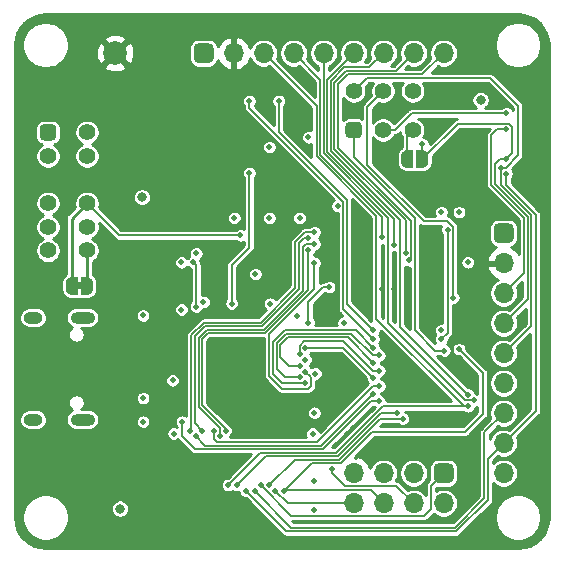
<source format=gbl>
G04 #@! TF.GenerationSoftware,KiCad,Pcbnew,5.1.10*
G04 #@! TF.CreationDate,2021-09-21T16:24:46-07:00*
G04 #@! TF.ProjectId,tigard,74696761-7264-42e6-9b69-6361645f7063,v1.1*
G04 #@! TF.SameCoordinates,Original*
G04 #@! TF.FileFunction,Copper,L4,Bot*
G04 #@! TF.FilePolarity,Positive*
%FSLAX46Y46*%
G04 Gerber Fmt 4.6, Leading zero omitted, Abs format (unit mm)*
G04 Created by KiCad (PCBNEW 5.1.10) date 2021-09-21 16:24:46*
%MOMM*%
%LPD*%
G01*
G04 APERTURE LIST*
G04 #@! TA.AperFunction,EtchedComponent*
%ADD10C,0.100000*%
G04 #@! TD*
G04 #@! TA.AperFunction,ComponentPad*
%ADD11O,2.100000X1.000000*%
G04 #@! TD*
G04 #@! TA.AperFunction,ComponentPad*
%ADD12O,1.600000X1.000000*%
G04 #@! TD*
G04 #@! TA.AperFunction,ComponentPad*
%ADD13O,1.700000X1.700000*%
G04 #@! TD*
G04 #@! TA.AperFunction,ComponentPad*
%ADD14C,2.000000*%
G04 #@! TD*
G04 #@! TA.AperFunction,ComponentPad*
%ADD15C,1.400000*%
G04 #@! TD*
G04 #@! TA.AperFunction,SMDPad,CuDef*
%ADD16C,0.100000*%
G04 #@! TD*
G04 #@! TA.AperFunction,ComponentPad*
%ADD17C,0.500000*%
G04 #@! TD*
G04 #@! TA.AperFunction,SMDPad,CuDef*
%ADD18R,4.350000X4.350000*%
G04 #@! TD*
G04 #@! TA.AperFunction,ViaPad*
%ADD19C,0.500000*%
G04 #@! TD*
G04 #@! TA.AperFunction,ViaPad*
%ADD20C,0.800000*%
G04 #@! TD*
G04 #@! TA.AperFunction,Conductor*
%ADD21C,0.150000*%
G04 #@! TD*
G04 #@! TA.AperFunction,Conductor*
%ADD22C,0.250000*%
G04 #@! TD*
G04 #@! TA.AperFunction,Conductor*
%ADD23C,0.200000*%
G04 #@! TD*
G04 #@! TA.AperFunction,Conductor*
%ADD24C,0.100000*%
G04 #@! TD*
G04 APERTURE END LIST*
D10*
G36*
X35600000Y-53100000D02*
G01*
X36100000Y-53100000D01*
X36100000Y-53700000D01*
X35600000Y-53700000D01*
X35600000Y-53100000D01*
G37*
D11*
X36130000Y-64720000D03*
X36130000Y-56080000D03*
D12*
X31950000Y-56080000D03*
X31950000Y-64720000D03*
G04 #@! TA.AperFunction,ComponentPad*
G36*
G01*
X70930000Y-49365000D02*
X70930000Y-48515000D01*
G75*
G02*
X71355000Y-48090000I425000J0D01*
G01*
X72205000Y-48090000D01*
G75*
G02*
X72630000Y-48515000I0J-425000D01*
G01*
X72630000Y-49365000D01*
G75*
G02*
X72205000Y-49790000I-425000J0D01*
G01*
X71355000Y-49790000D01*
G75*
G02*
X70930000Y-49365000I0J425000D01*
G01*
G37*
G04 #@! TD.AperFunction*
D13*
X71780000Y-51480000D03*
X71780000Y-54020000D03*
X71780000Y-56560000D03*
X71780000Y-59100000D03*
X71780000Y-61640000D03*
X71780000Y-64180000D03*
X71780000Y-66720000D03*
X71780000Y-69260000D03*
D14*
X38890000Y-33700000D03*
D15*
X64080000Y-40200000D03*
X61580000Y-40200000D03*
G04 #@! TA.AperFunction,ComponentPad*
G36*
G01*
X58380000Y-40550000D02*
X58380000Y-39850000D01*
G75*
G02*
X58730000Y-39500000I350000J0D01*
G01*
X59430000Y-39500000D01*
G75*
G02*
X59780000Y-39850000I0J-350000D01*
G01*
X59780000Y-40550000D01*
G75*
G02*
X59430000Y-40900000I-350000J0D01*
G01*
X58730000Y-40900000D01*
G75*
G02*
X58380000Y-40550000I0J350000D01*
G01*
G37*
G04 #@! TD.AperFunction*
X64080000Y-36900000D03*
X61580000Y-36900000D03*
X59080000Y-36900000D03*
G04 #@! TA.AperFunction,ComponentPad*
G36*
G01*
X66275000Y-68410000D02*
X67125000Y-68410000D01*
G75*
G02*
X67550000Y-68835000I0J-425000D01*
G01*
X67550000Y-69685000D01*
G75*
G02*
X67125000Y-70110000I-425000J0D01*
G01*
X66275000Y-70110000D01*
G75*
G02*
X65850000Y-69685000I0J425000D01*
G01*
X65850000Y-68835000D01*
G75*
G02*
X66275000Y-68410000I425000J0D01*
G01*
G37*
G04 #@! TD.AperFunction*
D13*
X66700000Y-71800000D03*
X64160000Y-69260000D03*
X64160000Y-71800000D03*
X61620000Y-69260000D03*
X61620000Y-71800000D03*
X59080000Y-69260000D03*
X59080000Y-71800000D03*
G04 #@! TA.AperFunction,ComponentPad*
G36*
G01*
X46805000Y-34550000D02*
X45955000Y-34550000D01*
G75*
G02*
X45530000Y-34125000I0J425000D01*
G01*
X45530000Y-33275000D01*
G75*
G02*
X45955000Y-32850000I425000J0D01*
G01*
X46805000Y-32850000D01*
G75*
G02*
X47230000Y-33275000I0J-425000D01*
G01*
X47230000Y-34125000D01*
G75*
G02*
X46805000Y-34550000I-425000J0D01*
G01*
G37*
G04 #@! TD.AperFunction*
X48920000Y-33700000D03*
X51460000Y-33700000D03*
X54000000Y-33700000D03*
X56540000Y-33700000D03*
X59080000Y-33700000D03*
X61620000Y-33700000D03*
X64160000Y-33700000D03*
X66700000Y-33700000D03*
D15*
X33200000Y-50400000D03*
X33200000Y-48400000D03*
X33200000Y-46400000D03*
X33200000Y-42400000D03*
G04 #@! TA.AperFunction,ComponentPad*
G36*
G01*
X32850000Y-39700000D02*
X33550000Y-39700000D01*
G75*
G02*
X33900000Y-40050000I0J-350000D01*
G01*
X33900000Y-40750000D01*
G75*
G02*
X33550000Y-41100000I-350000J0D01*
G01*
X32850000Y-41100000D01*
G75*
G02*
X32500000Y-40750000I0J350000D01*
G01*
X32500000Y-40050000D01*
G75*
G02*
X32850000Y-39700000I350000J0D01*
G01*
G37*
G04 #@! TD.AperFunction*
X36500000Y-50400000D03*
X36500000Y-48400000D03*
X36500000Y-46400000D03*
X36500000Y-42400000D03*
X36500000Y-40400000D03*
G04 #@! TA.AperFunction,SMDPad,CuDef*
D16*
G36*
X36000000Y-52650000D02*
G01*
X36500000Y-52650000D01*
X36500000Y-52650602D01*
X36524534Y-52650602D01*
X36573365Y-52655412D01*
X36621490Y-52664984D01*
X36668445Y-52679228D01*
X36713778Y-52698005D01*
X36757051Y-52721136D01*
X36797850Y-52748396D01*
X36835779Y-52779524D01*
X36870476Y-52814221D01*
X36901604Y-52852150D01*
X36928864Y-52892949D01*
X36951995Y-52936222D01*
X36970772Y-52981555D01*
X36985016Y-53028510D01*
X36994588Y-53076635D01*
X36999398Y-53125466D01*
X36999398Y-53150000D01*
X37000000Y-53150000D01*
X37000000Y-53650000D01*
X36999398Y-53650000D01*
X36999398Y-53674534D01*
X36994588Y-53723365D01*
X36985016Y-53771490D01*
X36970772Y-53818445D01*
X36951995Y-53863778D01*
X36928864Y-53907051D01*
X36901604Y-53947850D01*
X36870476Y-53985779D01*
X36835779Y-54020476D01*
X36797850Y-54051604D01*
X36757051Y-54078864D01*
X36713778Y-54101995D01*
X36668445Y-54120772D01*
X36621490Y-54135016D01*
X36573365Y-54144588D01*
X36524534Y-54149398D01*
X36500000Y-54149398D01*
X36500000Y-54150000D01*
X36000000Y-54150000D01*
X36000000Y-52650000D01*
G37*
G04 #@! TD.AperFunction*
G04 #@! TA.AperFunction,SMDPad,CuDef*
G36*
X35200000Y-54149398D02*
G01*
X35175466Y-54149398D01*
X35126635Y-54144588D01*
X35078510Y-54135016D01*
X35031555Y-54120772D01*
X34986222Y-54101995D01*
X34942949Y-54078864D01*
X34902150Y-54051604D01*
X34864221Y-54020476D01*
X34829524Y-53985779D01*
X34798396Y-53947850D01*
X34771136Y-53907051D01*
X34748005Y-53863778D01*
X34729228Y-53818445D01*
X34714984Y-53771490D01*
X34705412Y-53723365D01*
X34700602Y-53674534D01*
X34700602Y-53650000D01*
X34700000Y-53650000D01*
X34700000Y-53150000D01*
X34700602Y-53150000D01*
X34700602Y-53125466D01*
X34705412Y-53076635D01*
X34714984Y-53028510D01*
X34729228Y-52981555D01*
X34748005Y-52936222D01*
X34771136Y-52892949D01*
X34798396Y-52852150D01*
X34829524Y-52814221D01*
X34864221Y-52779524D01*
X34902150Y-52748396D01*
X34942949Y-52721136D01*
X34986222Y-52698005D01*
X35031555Y-52679228D01*
X35078510Y-52664984D01*
X35126635Y-52655412D01*
X35175466Y-52650602D01*
X35200000Y-52650602D01*
X35200000Y-52650000D01*
X35700000Y-52650000D01*
X35700000Y-54150000D01*
X35200000Y-54150000D01*
X35200000Y-54149398D01*
G37*
G04 #@! TD.AperFunction*
D17*
X47075000Y-58475000D03*
X48358333Y-58475000D03*
X49641667Y-58475000D03*
X50925000Y-58475000D03*
X47075000Y-59758333D03*
X48358333Y-59758333D03*
X49641667Y-59758333D03*
X50925000Y-59758333D03*
X47075000Y-61041667D03*
X48358333Y-61041667D03*
X49641667Y-61041667D03*
X50925000Y-61041667D03*
X47075000Y-62325000D03*
X48358333Y-62325000D03*
X49641667Y-62325000D03*
X50925000Y-62325000D03*
D18*
X49000000Y-60400000D03*
G04 #@! TA.AperFunction,SMDPad,CuDef*
D16*
G36*
X64400000Y-41900000D02*
G01*
X64900000Y-41900000D01*
X64900000Y-41900602D01*
X64924534Y-41900602D01*
X64973365Y-41905412D01*
X65021490Y-41914984D01*
X65068445Y-41929228D01*
X65113778Y-41948005D01*
X65157051Y-41971136D01*
X65197850Y-41998396D01*
X65235779Y-42029524D01*
X65270476Y-42064221D01*
X65301604Y-42102150D01*
X65328864Y-42142949D01*
X65351995Y-42186222D01*
X65370772Y-42231555D01*
X65385016Y-42278510D01*
X65394588Y-42326635D01*
X65399398Y-42375466D01*
X65399398Y-42400000D01*
X65400000Y-42400000D01*
X65400000Y-42900000D01*
X65399398Y-42900000D01*
X65399398Y-42924534D01*
X65394588Y-42973365D01*
X65385016Y-43021490D01*
X65370772Y-43068445D01*
X65351995Y-43113778D01*
X65328864Y-43157051D01*
X65301604Y-43197850D01*
X65270476Y-43235779D01*
X65235779Y-43270476D01*
X65197850Y-43301604D01*
X65157051Y-43328864D01*
X65113778Y-43351995D01*
X65068445Y-43370772D01*
X65021490Y-43385016D01*
X64973365Y-43394588D01*
X64924534Y-43399398D01*
X64900000Y-43399398D01*
X64900000Y-43400000D01*
X64400000Y-43400000D01*
X64400000Y-41900000D01*
G37*
G04 #@! TD.AperFunction*
G04 #@! TA.AperFunction,SMDPad,CuDef*
G36*
X63600000Y-43399398D02*
G01*
X63575466Y-43399398D01*
X63526635Y-43394588D01*
X63478510Y-43385016D01*
X63431555Y-43370772D01*
X63386222Y-43351995D01*
X63342949Y-43328864D01*
X63302150Y-43301604D01*
X63264221Y-43270476D01*
X63229524Y-43235779D01*
X63198396Y-43197850D01*
X63171136Y-43157051D01*
X63148005Y-43113778D01*
X63129228Y-43068445D01*
X63114984Y-43021490D01*
X63105412Y-42973365D01*
X63100602Y-42924534D01*
X63100602Y-42900000D01*
X63100000Y-42900000D01*
X63100000Y-42400000D01*
X63100602Y-42400000D01*
X63100602Y-42375466D01*
X63105412Y-42326635D01*
X63114984Y-42278510D01*
X63129228Y-42231555D01*
X63148005Y-42186222D01*
X63171136Y-42142949D01*
X63198396Y-42102150D01*
X63229524Y-42064221D01*
X63264221Y-42029524D01*
X63302150Y-41998396D01*
X63342949Y-41971136D01*
X63386222Y-41948005D01*
X63431555Y-41929228D01*
X63478510Y-41914984D01*
X63526635Y-41905412D01*
X63575466Y-41900602D01*
X63600000Y-41900602D01*
X63600000Y-41900000D01*
X64100000Y-41900000D01*
X64100000Y-43400000D01*
X63600000Y-43400000D01*
X63600000Y-43399398D01*
G37*
G04 #@! TD.AperFunction*
D19*
X41250000Y-61900000D03*
X43750000Y-51400000D03*
X44295020Y-56150000D03*
X41000000Y-50900000D03*
X39000000Y-52150000D03*
X40250000Y-57400000D03*
X50250000Y-51900000D03*
X52750000Y-50400000D03*
X66500000Y-64475000D03*
X60500000Y-54475000D03*
X60500000Y-53825000D03*
X56530000Y-46650000D03*
X63750000Y-44900000D03*
X68000000Y-41320000D03*
X68000000Y-43860000D03*
X68000000Y-40400000D03*
X47750000Y-43834500D03*
X53250000Y-51400000D03*
X54500000Y-65000000D03*
X59000000Y-65400000D03*
X53000000Y-52400000D03*
X41250000Y-63900000D03*
X41250000Y-56900000D03*
X41250000Y-58900000D03*
D20*
X33680000Y-55150000D03*
X33680000Y-65620010D03*
D19*
X56500000Y-55750000D03*
X63750000Y-56150000D03*
D20*
X38295000Y-69260000D03*
D19*
X49250000Y-65885000D03*
X50000000Y-65885000D03*
X50750000Y-65885000D03*
X54500000Y-63150000D03*
X49500000Y-48150000D03*
X41250000Y-65900000D03*
X58500000Y-65900000D03*
D20*
X39750000Y-47250000D03*
X44750000Y-47250000D03*
X39750000Y-43000000D03*
X44750000Y-43000000D03*
D19*
X63800000Y-62750000D03*
X63800000Y-60150000D03*
X58800000Y-38550000D03*
X62400000Y-38550000D03*
X66600000Y-36350000D03*
X66200000Y-39950000D03*
X66400000Y-55750000D03*
X63600000Y-54150000D03*
X61500000Y-53650000D03*
X62500000Y-53650000D03*
X41250000Y-62900000D03*
X41250000Y-64900000D03*
X41250000Y-55900000D03*
X50750000Y-52400000D03*
X46364124Y-54764124D03*
X44500000Y-51400000D03*
X54500000Y-47650000D03*
X51945000Y-47650000D03*
X52000000Y-54900000D03*
X68000000Y-47150000D03*
X48974990Y-47650000D03*
X55842630Y-60824212D03*
D20*
X41150000Y-45900000D03*
D19*
X51945000Y-41650000D03*
X55250000Y-40812000D03*
X58250000Y-56530000D03*
X55000000Y-59650000D03*
X45750000Y-50650000D03*
X57724990Y-46635000D03*
X55600000Y-65900000D03*
X43850000Y-65900000D03*
X52750000Y-37738500D03*
X60750000Y-57150000D03*
X50250000Y-37738500D03*
X60750000Y-57900000D03*
X48750000Y-54900000D03*
X50250000Y-43834500D03*
X67030000Y-48650000D03*
X66500000Y-57900000D03*
X72000000Y-40150000D03*
X68000000Y-58750000D03*
X53200000Y-70760000D03*
X67505000Y-54400000D03*
X63250000Y-64650000D03*
X51950000Y-70260000D03*
X51200000Y-70260000D03*
X66750000Y-58885000D03*
X68750000Y-63600000D03*
X48450000Y-70260000D03*
X69250000Y-63100000D03*
X62500000Y-49925000D03*
X68750000Y-62600000D03*
X63475000Y-50575000D03*
X63750000Y-51225000D03*
X57250000Y-68900059D03*
X45750000Y-55150000D03*
X45500000Y-51400000D03*
X60750000Y-58625000D03*
X55000000Y-61650000D03*
X47250000Y-65650000D03*
X61250000Y-61875000D03*
X44550000Y-64900000D03*
X61250000Y-63175000D03*
X60750000Y-62525000D03*
X45750000Y-66150000D03*
X60750000Y-59925000D03*
X54500000Y-60150000D03*
X61250000Y-59275000D03*
X54500000Y-61150000D03*
X54500000Y-59150000D03*
X61250000Y-60575000D03*
X60750000Y-61225000D03*
X55000000Y-58650000D03*
X45250000Y-65650000D03*
X55750000Y-48850000D03*
X55750000Y-49850000D03*
X47750000Y-66150000D03*
X55250000Y-49350000D03*
X46250000Y-65650000D03*
X55250000Y-50350000D03*
X48250000Y-65650000D03*
X55000000Y-60650000D03*
X55750000Y-51450000D03*
X72000000Y-38780000D03*
X72000010Y-43900000D03*
X49950000Y-70760000D03*
X50700000Y-70760000D03*
X71525010Y-43400000D03*
X72000000Y-42650000D03*
X64900000Y-41400000D03*
X52450000Y-70760000D03*
X68750000Y-51400000D03*
X66500000Y-47150000D03*
X66500000Y-57150000D03*
X49500000Y-49120000D03*
D20*
X69830000Y-37650000D03*
X39295000Y-72260000D03*
D19*
X55750000Y-72385000D03*
X55750000Y-69885000D03*
X61500000Y-49275000D03*
X62750000Y-64150000D03*
X49200000Y-70260000D03*
X57000000Y-53500000D03*
X55250000Y-56500000D03*
X55750000Y-64150000D03*
X54250000Y-55950000D03*
X44500000Y-55400000D03*
X43750000Y-61400000D03*
D21*
X60750000Y-57150000D02*
X58500000Y-54900000D01*
X58500000Y-54900000D02*
X58500000Y-46150000D01*
X52750000Y-40400000D02*
X52750000Y-37738500D01*
X58500000Y-46150000D02*
X52750000Y-40400000D01*
X60750000Y-57900000D02*
X58199990Y-55349990D01*
X58199990Y-55349990D02*
X58199990Y-46274268D01*
X50250000Y-38324278D02*
X50250000Y-37738500D01*
X58199990Y-46274268D02*
X50250000Y-38324278D01*
X50250000Y-43834500D02*
X50250000Y-50150000D01*
X48750000Y-51650000D02*
X48750000Y-54900000D01*
X50250000Y-50150000D02*
X48750000Y-51650000D01*
X67030000Y-57370000D02*
X66500000Y-57900000D01*
X67030000Y-48650000D02*
X67030000Y-57370000D01*
X71780000Y-54020000D02*
X73500000Y-52300000D01*
X73500000Y-52300000D02*
X73500000Y-47650000D01*
X73500000Y-47650000D02*
X70750000Y-44900000D01*
X70750000Y-44900000D02*
X70750000Y-40650000D01*
X71250000Y-40150000D02*
X72000000Y-40150000D01*
X70750000Y-40650000D02*
X71250000Y-40150000D01*
X61620000Y-71800000D02*
X60520000Y-70700000D01*
X55534940Y-68425060D02*
X53200000Y-70760000D01*
X57999219Y-68425059D02*
X55534940Y-68425060D01*
X60674278Y-65750000D02*
X57999219Y-68425059D01*
X68500000Y-65750000D02*
X60674278Y-65750000D01*
X70000000Y-64250000D02*
X68500000Y-65750000D01*
X70000000Y-60750000D02*
X70000000Y-64250000D01*
X68000000Y-58750000D02*
X70000000Y-60750000D01*
X53260000Y-70700000D02*
X53200000Y-70760000D01*
X60520000Y-70700000D02*
X53260000Y-70700000D01*
X60250000Y-38230000D02*
X61580000Y-36900000D01*
X60250000Y-43150000D02*
X60250000Y-38230000D01*
X60250000Y-43150000D02*
X65000000Y-47900000D01*
X67505001Y-48421999D02*
X66983002Y-47900000D01*
X67505000Y-54400000D02*
X67505001Y-48421999D01*
X65000000Y-47900000D02*
X66983002Y-47900000D01*
X54084950Y-68125050D02*
X51950000Y-70260000D01*
X57874950Y-68125050D02*
X54084950Y-68125050D01*
X61350000Y-64650000D02*
X57874950Y-68125050D01*
X63250000Y-64650000D02*
X61350000Y-64650000D01*
X53815001Y-72875001D02*
X51200000Y-70260000D01*
X65024999Y-72875001D02*
X53815001Y-72875001D01*
X65624999Y-72275001D02*
X65024999Y-72875001D01*
X65624999Y-70335001D02*
X65624999Y-72275001D01*
X66700000Y-69260000D02*
X65624999Y-70335001D01*
X59080000Y-42480000D02*
X59080000Y-40200000D01*
X64275011Y-47675011D02*
X59080000Y-42480000D01*
X64275011Y-57175011D02*
X64275011Y-47675011D01*
X65985000Y-58885000D02*
X64275011Y-57175011D01*
X66750000Y-58885000D02*
X65985000Y-58885000D01*
X51460000Y-33700000D02*
X55939982Y-38179982D01*
X55939982Y-38179982D02*
X55939982Y-42438538D01*
X61000000Y-47498556D02*
X61000000Y-56203553D01*
X55939982Y-42438538D02*
X61000000Y-47498556D01*
X68396447Y-63600000D02*
X68750000Y-63600000D01*
X61000000Y-56203553D02*
X68396447Y-63600000D01*
X51184970Y-67525030D02*
X48450000Y-70260000D01*
X57624970Y-67525030D02*
X51184970Y-67525030D01*
X61550000Y-63600000D02*
X57624970Y-67525030D01*
X68750000Y-63600000D02*
X61550000Y-63600000D01*
X56540000Y-33700000D02*
X56540000Y-42190000D01*
X62000000Y-47650000D02*
X62000000Y-56553002D01*
X62000000Y-56553002D02*
X68546998Y-63100000D01*
X68546998Y-63100000D02*
X69250000Y-63100000D01*
X56540000Y-42190000D02*
X62000000Y-47650000D01*
X56840010Y-35939990D02*
X56840010Y-42065732D01*
X59080000Y-33700000D02*
X56840010Y-35939990D01*
X62500000Y-47725722D02*
X62500000Y-49925000D01*
X56840010Y-42065732D02*
X62500000Y-47725722D01*
X57140020Y-36064258D02*
X57140020Y-41941464D01*
X58304278Y-34900000D02*
X57140020Y-36064258D01*
X60420000Y-34900000D02*
X58304278Y-34900000D01*
X61620000Y-33700000D02*
X60420000Y-34900000D01*
X63000000Y-47801444D02*
X63000000Y-56850000D01*
X63000000Y-56850000D02*
X68750000Y-62600000D01*
X57140020Y-41941464D02*
X63000000Y-47801444D01*
X57440030Y-36209970D02*
X57440030Y-41817196D01*
X58449990Y-35200010D02*
X57440030Y-36209970D01*
X62659990Y-35200010D02*
X58449990Y-35200010D01*
X64160000Y-33700000D02*
X62659990Y-35200010D01*
X63475000Y-47852166D02*
X63475000Y-50575000D01*
X57440030Y-41817196D02*
X63475000Y-47852166D01*
X66700000Y-33700000D02*
X64899980Y-35500020D01*
X64899980Y-35500020D02*
X58574258Y-35500020D01*
X58574258Y-35500020D02*
X57750000Y-36324278D01*
X57750000Y-36324278D02*
X57750000Y-41702888D01*
X63975001Y-47927889D02*
X63975001Y-50999999D01*
X63975001Y-50999999D02*
X63750000Y-51225000D01*
X57750000Y-41702888D02*
X63975001Y-47927889D01*
X62695001Y-70335001D02*
X64160000Y-71800000D01*
X58331389Y-70335001D02*
X62695001Y-70335001D01*
X57250000Y-69253612D02*
X58331389Y-70335001D01*
X57250000Y-68900059D02*
X57250000Y-69253612D01*
X45750000Y-51650000D02*
X45500000Y-51400000D01*
X45750000Y-55150000D02*
X45750000Y-51650000D01*
X53250000Y-57150000D02*
X59275000Y-57150000D01*
X52250000Y-58150000D02*
X53250000Y-57150000D01*
X53000000Y-61650000D02*
X52250000Y-60900000D01*
X55000000Y-61650000D02*
X53000000Y-61650000D01*
X59275000Y-57150000D02*
X60750000Y-58625000D01*
X52250000Y-60900000D02*
X52250000Y-58150000D01*
X47250000Y-66353002D02*
X47250000Y-65650000D01*
X47521999Y-66625001D02*
X47250000Y-66353002D01*
X55946997Y-66625001D02*
X47521999Y-66625001D01*
X60696998Y-61875000D02*
X55946997Y-66625001D01*
X61250000Y-61875000D02*
X60696998Y-61875000D01*
X44550000Y-66089905D02*
X44550000Y-64900000D01*
X61250000Y-63175000D02*
X60524278Y-63175000D01*
X45685115Y-67225020D02*
X44550000Y-66089905D01*
X56474258Y-67225020D02*
X45685115Y-67225020D01*
X60524278Y-63175000D02*
X56474258Y-67225020D01*
X56349990Y-66925010D02*
X46525010Y-66925010D01*
X46525010Y-66925010D02*
X45750000Y-66150000D01*
X60750000Y-62525000D02*
X56349990Y-66925010D01*
X53498536Y-57750020D02*
X58575020Y-57750020D01*
X52850020Y-58398536D02*
X53498536Y-57750020D01*
X58575020Y-57750020D02*
X60750000Y-59925000D01*
X54500000Y-60150000D02*
X53600020Y-60150000D01*
X52850020Y-59400000D02*
X52850020Y-58398536D01*
X53600020Y-60150000D02*
X52850020Y-59400000D01*
X52550010Y-60450010D02*
X52550010Y-58274268D01*
X52550010Y-58274268D02*
X53374268Y-57450010D01*
X53374268Y-57450010D02*
X58872008Y-57450010D01*
X60696998Y-59275000D02*
X61250000Y-59275000D01*
X58872008Y-57450010D02*
X60696998Y-59275000D01*
X53250000Y-61150000D02*
X52550010Y-60450010D01*
X54500000Y-61150000D02*
X53250000Y-61150000D01*
X54500000Y-59150000D02*
X54500000Y-58446998D01*
X54896968Y-58050030D02*
X58172028Y-58050030D01*
X60696998Y-60575000D02*
X61250000Y-60575000D01*
X58172028Y-58050030D02*
X60696998Y-60575000D01*
X54500000Y-58446998D02*
X54896968Y-58050030D01*
X55000000Y-58650000D02*
X58175000Y-58650000D01*
X58175000Y-58650000D02*
X60750000Y-61225000D01*
X45349970Y-57527196D02*
X45349970Y-65550030D01*
X45349970Y-65550030D02*
X45250000Y-65650000D01*
X54972169Y-48850000D02*
X54149980Y-49672189D01*
X55750000Y-48850000D02*
X54972169Y-48850000D01*
X54149980Y-49672189D02*
X54149980Y-53552908D01*
X46377196Y-56499970D02*
X45349970Y-57527196D01*
X51202918Y-56499970D02*
X46377196Y-56499970D01*
X54149980Y-53552908D02*
X51202918Y-56499970D01*
X47750000Y-65446998D02*
X47750000Y-66150000D01*
X45949990Y-63646988D02*
X47750000Y-65446998D01*
X45949990Y-57775732D02*
X45949990Y-63646988D01*
X54750000Y-50146998D02*
X54750000Y-53801444D01*
X55046998Y-49850000D02*
X54750000Y-50146998D01*
X55750000Y-49850000D02*
X55046998Y-49850000D01*
X54750000Y-53801444D02*
X51451454Y-57099990D01*
X46625732Y-57099990D02*
X45949990Y-57775732D01*
X51451454Y-57099990D02*
X46625732Y-57099990D01*
X45649980Y-65049980D02*
X46250000Y-65650000D01*
X45649980Y-57651464D02*
X45649980Y-65049980D01*
X54896447Y-49350000D02*
X54449990Y-49796457D01*
X55250000Y-49350000D02*
X54896447Y-49350000D01*
X54449990Y-49796457D02*
X54449990Y-53677176D01*
X54449990Y-53677176D02*
X51327186Y-56799980D01*
X46501464Y-56799980D02*
X45649980Y-57651464D01*
X51327186Y-56799980D02*
X46501464Y-56799980D01*
X48250000Y-65522720D02*
X48250000Y-65650000D01*
X46250000Y-63522720D02*
X48250000Y-65522720D01*
X46250000Y-57900000D02*
X46250000Y-63522720D01*
X55250000Y-50350000D02*
X55250000Y-53725722D01*
X55250000Y-53725722D02*
X51575722Y-57400000D01*
X46750000Y-57400000D02*
X46250000Y-57900000D01*
X51575722Y-57400000D02*
X46750000Y-57400000D01*
X51949990Y-57450010D02*
X55750000Y-53650000D01*
X55475001Y-61878001D02*
X55228001Y-62125001D01*
X55228001Y-62125001D02*
X53050723Y-62125001D01*
X51949990Y-61024268D02*
X51949990Y-57450010D01*
X53050723Y-62125001D02*
X51949990Y-61024268D01*
X55475001Y-61125001D02*
X55475001Y-61878001D01*
X55000000Y-60650000D02*
X55475001Y-61125001D01*
X55750000Y-53650000D02*
X55750000Y-51450000D01*
X62569949Y-40200000D02*
X63989949Y-38780000D01*
X63989949Y-38780000D02*
X72000000Y-38780000D01*
X61580000Y-40200000D02*
X62569949Y-40200000D01*
X63600000Y-40680000D02*
X64080000Y-40200000D01*
X63600000Y-42650000D02*
X63600000Y-40680000D01*
X71780000Y-66720000D02*
X74500000Y-64000000D01*
X74500000Y-64000000D02*
X74500000Y-47377166D01*
X72000010Y-44877176D02*
X72000010Y-43900000D01*
X74500000Y-47377166D02*
X72000010Y-44877176D01*
X53365011Y-74175011D02*
X49950000Y-70760000D01*
X67784989Y-74175011D02*
X53365011Y-74175011D01*
X70450000Y-71510000D02*
X67784989Y-74175011D01*
X70450000Y-68050000D02*
X70450000Y-71510000D01*
X71780000Y-66720000D02*
X70450000Y-68050000D01*
X53815001Y-73875001D02*
X50700000Y-70760000D01*
X67660721Y-73875001D02*
X53815001Y-73875001D01*
X70149990Y-71385732D02*
X67660721Y-73875001D01*
X70149990Y-65810010D02*
X70149990Y-71385732D01*
X71780000Y-64180000D02*
X70149990Y-65810010D01*
X71780000Y-59100000D02*
X74100019Y-56779981D01*
X74100019Y-56779981D02*
X74100018Y-47401462D01*
X71525010Y-44826454D02*
X71525010Y-43400000D01*
X74100018Y-47401462D02*
X71525010Y-44826454D01*
X59080000Y-36900000D02*
X60179970Y-35800030D01*
X60179970Y-35800030D02*
X70650030Y-35800030D01*
X70650030Y-35800030D02*
X73000000Y-38150000D01*
X71953002Y-43400000D02*
X71525010Y-43400000D01*
X73000000Y-42353002D02*
X71953002Y-43400000D01*
X73000000Y-38150000D02*
X73000000Y-42353002D01*
X73800009Y-54539991D02*
X73800009Y-47525731D01*
X71780000Y-56560000D02*
X73800009Y-54539991D01*
X73800009Y-47525731D02*
X71050010Y-44775732D01*
X71050010Y-44775732D02*
X71050010Y-43099990D01*
X71500000Y-42650000D02*
X72000000Y-42650000D01*
X71050010Y-43099990D02*
X71500000Y-42650000D01*
X67875001Y-39674999D02*
X64900000Y-42650000D01*
X72228001Y-39674999D02*
X67875001Y-39674999D01*
X72475001Y-39921999D02*
X72228001Y-39674999D01*
X72475001Y-42174999D02*
X72475001Y-39921999D01*
X72000000Y-42650000D02*
X72475001Y-42174999D01*
X64900000Y-42650000D02*
X64900000Y-41400000D01*
X53490000Y-71800000D02*
X52450000Y-70760000D01*
X59080000Y-71800000D02*
X53490000Y-71800000D01*
D22*
X35200000Y-47700000D02*
X36500000Y-46400000D01*
X35200000Y-53400000D02*
X35200000Y-47700000D01*
D23*
X39220000Y-49120000D02*
X48974990Y-49120000D01*
X36500000Y-46400000D02*
X39220000Y-49120000D01*
X48974990Y-49120000D02*
X49500000Y-49120000D01*
D22*
X36500000Y-53400000D02*
X36500000Y-50400000D01*
D21*
X54000000Y-33700000D02*
X56239990Y-35939990D01*
X56239990Y-35939990D02*
X56239991Y-42314269D01*
X61500000Y-47574278D02*
X61500000Y-49275000D01*
X56239991Y-42314269D02*
X61500000Y-47574278D01*
X51634960Y-67825040D02*
X49200000Y-70260000D01*
X57749239Y-67825039D02*
X51634960Y-67825040D01*
X61424278Y-64150000D02*
X57749239Y-67825039D01*
X62750000Y-64150000D02*
X61424278Y-64150000D01*
X56500000Y-53500000D02*
X57000000Y-53500000D01*
X55250000Y-54750000D02*
X56500000Y-53500000D01*
X55250000Y-56500000D02*
X55250000Y-54750000D01*
D22*
X73504636Y-30451399D02*
X73990055Y-30597955D01*
X74437754Y-30836000D01*
X74830699Y-31156479D01*
X75153907Y-31547170D01*
X75395076Y-31993204D01*
X75545017Y-32477582D01*
X75600000Y-33000712D01*
X75600000Y-33000820D01*
X75600001Y-72980426D01*
X75548601Y-73504637D01*
X75402046Y-73990053D01*
X75163998Y-74437757D01*
X74843522Y-74830698D01*
X74452830Y-75153907D01*
X74006795Y-75395077D01*
X73522419Y-75545016D01*
X72999288Y-75600000D01*
X33019564Y-75600000D01*
X32495363Y-75548601D01*
X32009947Y-75402046D01*
X31562243Y-75163998D01*
X31169302Y-74843522D01*
X30846093Y-74452830D01*
X30604923Y-74006795D01*
X30454984Y-73522419D01*
X30400000Y-72999288D01*
X30400000Y-72805479D01*
X31025000Y-72805479D01*
X31025000Y-73194521D01*
X31100898Y-73576086D01*
X31249778Y-73935513D01*
X31465917Y-74258989D01*
X31741011Y-74534083D01*
X32064487Y-74750222D01*
X32423914Y-74899102D01*
X32805479Y-74975000D01*
X33194521Y-74975000D01*
X33576086Y-74899102D01*
X33935513Y-74750222D01*
X34258989Y-74534083D01*
X34534083Y-74258989D01*
X34750222Y-73935513D01*
X34899102Y-73576086D01*
X34975000Y-73194521D01*
X34975000Y-72805479D01*
X34899102Y-72423914D01*
X34799589Y-72183669D01*
X38520000Y-72183669D01*
X38520000Y-72336331D01*
X38549783Y-72486059D01*
X38608204Y-72627100D01*
X38693018Y-72754034D01*
X38800966Y-72861982D01*
X38927900Y-72946796D01*
X39068941Y-73005217D01*
X39218669Y-73035000D01*
X39371331Y-73035000D01*
X39521059Y-73005217D01*
X39662100Y-72946796D01*
X39789034Y-72861982D01*
X39896982Y-72754034D01*
X39981796Y-72627100D01*
X40040217Y-72486059D01*
X40070000Y-72336331D01*
X40070000Y-72183669D01*
X40040217Y-72033941D01*
X39981796Y-71892900D01*
X39896982Y-71765966D01*
X39789034Y-71658018D01*
X39662100Y-71573204D01*
X39521059Y-71514783D01*
X39371331Y-71485000D01*
X39218669Y-71485000D01*
X39068941Y-71514783D01*
X38927900Y-71573204D01*
X38800966Y-71658018D01*
X38693018Y-71765966D01*
X38608204Y-71892900D01*
X38549783Y-72033941D01*
X38520000Y-72183669D01*
X34799589Y-72183669D01*
X34750222Y-72064487D01*
X34534083Y-71741011D01*
X34258989Y-71465917D01*
X33935513Y-71249778D01*
X33576086Y-71100898D01*
X33194521Y-71025000D01*
X32805479Y-71025000D01*
X32423914Y-71100898D01*
X32064487Y-71249778D01*
X31741011Y-71465917D01*
X31465917Y-71741011D01*
X31249778Y-72064487D01*
X31100898Y-72423914D01*
X31025000Y-72805479D01*
X30400000Y-72805479D01*
X30400000Y-65838443D01*
X43225000Y-65838443D01*
X43225000Y-65961557D01*
X43249019Y-66082306D01*
X43296132Y-66196048D01*
X43364531Y-66298414D01*
X43451586Y-66385469D01*
X43553952Y-66453868D01*
X43667694Y-66500981D01*
X43788443Y-66525000D01*
X43911557Y-66525000D01*
X44032306Y-66500981D01*
X44146048Y-66453868D01*
X44223879Y-66401863D01*
X44230263Y-66409642D01*
X44247434Y-66423734D01*
X45351291Y-67527592D01*
X45365378Y-67544757D01*
X45382543Y-67558844D01*
X45382547Y-67558848D01*
X45433898Y-67600991D01*
X45512074Y-67642777D01*
X45596900Y-67668509D01*
X45663010Y-67675020D01*
X45663020Y-67675020D01*
X45685114Y-67677196D01*
X45707209Y-67675020D01*
X50398584Y-67675020D01*
X48438605Y-69635000D01*
X48388443Y-69635000D01*
X48267694Y-69659019D01*
X48153952Y-69706132D01*
X48051586Y-69774531D01*
X47964531Y-69861586D01*
X47896132Y-69963952D01*
X47849019Y-70077694D01*
X47825000Y-70198443D01*
X47825000Y-70321557D01*
X47849019Y-70442306D01*
X47896132Y-70556048D01*
X47964531Y-70658414D01*
X48051586Y-70745469D01*
X48153952Y-70813868D01*
X48267694Y-70860981D01*
X48388443Y-70885000D01*
X48511557Y-70885000D01*
X48632306Y-70860981D01*
X48746048Y-70813868D01*
X48825000Y-70761114D01*
X48903952Y-70813868D01*
X49017694Y-70860981D01*
X49138443Y-70885000D01*
X49261557Y-70885000D01*
X49334725Y-70870446D01*
X49349019Y-70942306D01*
X49396132Y-71056048D01*
X49464531Y-71158414D01*
X49551586Y-71245469D01*
X49653952Y-71313868D01*
X49767694Y-71360981D01*
X49888443Y-71385000D01*
X49938605Y-71385000D01*
X53031187Y-74477583D01*
X53045274Y-74494748D01*
X53062439Y-74508835D01*
X53062443Y-74508839D01*
X53113794Y-74550982D01*
X53191970Y-74592768D01*
X53276796Y-74618500D01*
X53342906Y-74625011D01*
X53342916Y-74625011D01*
X53365011Y-74627187D01*
X53387105Y-74625011D01*
X67762895Y-74625011D01*
X67784989Y-74627187D01*
X67807083Y-74625011D01*
X67807094Y-74625011D01*
X67873204Y-74618500D01*
X67958030Y-74592768D01*
X68036205Y-74550982D01*
X68104726Y-74494748D01*
X68118818Y-74477577D01*
X69790916Y-72805479D01*
X71025000Y-72805479D01*
X71025000Y-73194521D01*
X71100898Y-73576086D01*
X71249778Y-73935513D01*
X71465917Y-74258989D01*
X71741011Y-74534083D01*
X72064487Y-74750222D01*
X72423914Y-74899102D01*
X72805479Y-74975000D01*
X73194521Y-74975000D01*
X73576086Y-74899102D01*
X73935513Y-74750222D01*
X74258989Y-74534083D01*
X74534083Y-74258989D01*
X74750222Y-73935513D01*
X74899102Y-73576086D01*
X74975000Y-73194521D01*
X74975000Y-72805479D01*
X74899102Y-72423914D01*
X74750222Y-72064487D01*
X74534083Y-71741011D01*
X74258989Y-71465917D01*
X73935513Y-71249778D01*
X73576086Y-71100898D01*
X73194521Y-71025000D01*
X72805479Y-71025000D01*
X72423914Y-71100898D01*
X72064487Y-71249778D01*
X71741011Y-71465917D01*
X71465917Y-71741011D01*
X71249778Y-72064487D01*
X71100898Y-72423914D01*
X71025000Y-72805479D01*
X69790916Y-72805479D01*
X70752572Y-71843824D01*
X70769737Y-71829737D01*
X70783824Y-71812572D01*
X70783828Y-71812568D01*
X70825971Y-71761217D01*
X70867757Y-71683041D01*
X70868877Y-71679348D01*
X70893489Y-71598215D01*
X70900000Y-71532105D01*
X70900000Y-71532094D01*
X70902176Y-71510000D01*
X70900000Y-71487906D01*
X70900000Y-70112411D01*
X70999108Y-70211519D01*
X71199745Y-70345581D01*
X71422681Y-70437924D01*
X71659348Y-70485000D01*
X71900652Y-70485000D01*
X72137319Y-70437924D01*
X72360255Y-70345581D01*
X72560892Y-70211519D01*
X72731519Y-70040892D01*
X72865581Y-69840255D01*
X72957924Y-69617319D01*
X73005000Y-69380652D01*
X73005000Y-69139348D01*
X72957924Y-68902681D01*
X72865581Y-68679745D01*
X72731519Y-68479108D01*
X72560892Y-68308481D01*
X72360255Y-68174419D01*
X72137319Y-68082076D01*
X71900652Y-68035000D01*
X71659348Y-68035000D01*
X71422681Y-68082076D01*
X71199745Y-68174419D01*
X70999108Y-68308481D01*
X70900000Y-68407589D01*
X70900000Y-68236395D01*
X71292425Y-67843970D01*
X71422681Y-67897924D01*
X71659348Y-67945000D01*
X71900652Y-67945000D01*
X72137319Y-67897924D01*
X72360255Y-67805581D01*
X72560892Y-67671519D01*
X72731519Y-67500892D01*
X72865581Y-67300255D01*
X72957924Y-67077319D01*
X73005000Y-66840652D01*
X73005000Y-66599348D01*
X72957924Y-66362681D01*
X72903970Y-66232425D01*
X74802573Y-64333823D01*
X74819737Y-64319737D01*
X74833824Y-64302572D01*
X74833828Y-64302568D01*
X74875971Y-64251217D01*
X74917757Y-64173041D01*
X74917757Y-64173040D01*
X74943489Y-64088215D01*
X74950000Y-64022105D01*
X74950000Y-64022095D01*
X74952176Y-64000000D01*
X74950000Y-63977906D01*
X74950000Y-47399260D01*
X74952176Y-47377166D01*
X74950000Y-47355072D01*
X74950000Y-47355061D01*
X74943489Y-47288951D01*
X74917757Y-47204125D01*
X74914647Y-47198307D01*
X74875971Y-47125949D01*
X74833828Y-47074598D01*
X74833824Y-47074594D01*
X74819737Y-47057429D01*
X74802572Y-47043342D01*
X72450010Y-44690781D01*
X72450010Y-44333883D01*
X72485479Y-44298414D01*
X72553878Y-44196048D01*
X72600991Y-44082306D01*
X72625010Y-43961557D01*
X72625010Y-43838443D01*
X72600991Y-43717694D01*
X72553878Y-43603952D01*
X72486413Y-43502984D01*
X73302572Y-42686826D01*
X73319737Y-42672739D01*
X73333824Y-42655574D01*
X73333828Y-42655570D01*
X73375971Y-42604219D01*
X73417757Y-42526043D01*
X73423874Y-42505878D01*
X73443489Y-42441217D01*
X73450000Y-42375107D01*
X73450000Y-42375096D01*
X73452176Y-42353002D01*
X73450000Y-42330908D01*
X73450000Y-38172091D01*
X73452176Y-38149999D01*
X73450000Y-38127907D01*
X73450000Y-38127895D01*
X73443489Y-38061785D01*
X73417757Y-37976959D01*
X73375972Y-37898785D01*
X73375971Y-37898783D01*
X73333828Y-37847432D01*
X73333824Y-37847428D01*
X73319737Y-37830263D01*
X73302573Y-37816177D01*
X70983859Y-35497464D01*
X70969767Y-35480293D01*
X70901246Y-35424059D01*
X70823071Y-35382273D01*
X70738245Y-35356541D01*
X70672135Y-35350030D01*
X70672124Y-35350030D01*
X70650030Y-35347854D01*
X70627936Y-35350030D01*
X65686365Y-35350030D01*
X66212425Y-34823970D01*
X66342681Y-34877924D01*
X66579348Y-34925000D01*
X66820652Y-34925000D01*
X67057319Y-34877924D01*
X67280255Y-34785581D01*
X67480892Y-34651519D01*
X67651519Y-34480892D01*
X67785581Y-34280255D01*
X67877924Y-34057319D01*
X67925000Y-33820652D01*
X67925000Y-33579348D01*
X67877924Y-33342681D01*
X67785581Y-33119745D01*
X67651519Y-32919108D01*
X67537890Y-32805479D01*
X71025000Y-32805479D01*
X71025000Y-33194521D01*
X71100898Y-33576086D01*
X71249778Y-33935513D01*
X71465917Y-34258989D01*
X71741011Y-34534083D01*
X72064487Y-34750222D01*
X72423914Y-34899102D01*
X72805479Y-34975000D01*
X73194521Y-34975000D01*
X73576086Y-34899102D01*
X73935513Y-34750222D01*
X74258989Y-34534083D01*
X74534083Y-34258989D01*
X74750222Y-33935513D01*
X74899102Y-33576086D01*
X74975000Y-33194521D01*
X74975000Y-32805479D01*
X74899102Y-32423914D01*
X74750222Y-32064487D01*
X74534083Y-31741011D01*
X74258989Y-31465917D01*
X73935513Y-31249778D01*
X73576086Y-31100898D01*
X73194521Y-31025000D01*
X72805479Y-31025000D01*
X72423914Y-31100898D01*
X72064487Y-31249778D01*
X71741011Y-31465917D01*
X71465917Y-31741011D01*
X71249778Y-32064487D01*
X71100898Y-32423914D01*
X71025000Y-32805479D01*
X67537890Y-32805479D01*
X67480892Y-32748481D01*
X67280255Y-32614419D01*
X67057319Y-32522076D01*
X66820652Y-32475000D01*
X66579348Y-32475000D01*
X66342681Y-32522076D01*
X66119745Y-32614419D01*
X65919108Y-32748481D01*
X65748481Y-32919108D01*
X65614419Y-33119745D01*
X65522076Y-33342681D01*
X65475000Y-33579348D01*
X65475000Y-33820652D01*
X65522076Y-34057319D01*
X65576030Y-34187575D01*
X64713585Y-35050020D01*
X63446375Y-35050020D01*
X63672425Y-34823970D01*
X63802681Y-34877924D01*
X64039348Y-34925000D01*
X64280652Y-34925000D01*
X64517319Y-34877924D01*
X64740255Y-34785581D01*
X64940892Y-34651519D01*
X65111519Y-34480892D01*
X65245581Y-34280255D01*
X65337924Y-34057319D01*
X65385000Y-33820652D01*
X65385000Y-33579348D01*
X65337924Y-33342681D01*
X65245581Y-33119745D01*
X65111519Y-32919108D01*
X64940892Y-32748481D01*
X64740255Y-32614419D01*
X64517319Y-32522076D01*
X64280652Y-32475000D01*
X64039348Y-32475000D01*
X63802681Y-32522076D01*
X63579745Y-32614419D01*
X63379108Y-32748481D01*
X63208481Y-32919108D01*
X63074419Y-33119745D01*
X62982076Y-33342681D01*
X62935000Y-33579348D01*
X62935000Y-33820652D01*
X62982076Y-34057319D01*
X63036030Y-34187575D01*
X62473595Y-34750010D01*
X62253491Y-34750010D01*
X62400892Y-34651519D01*
X62571519Y-34480892D01*
X62705581Y-34280255D01*
X62797924Y-34057319D01*
X62845000Y-33820652D01*
X62845000Y-33579348D01*
X62797924Y-33342681D01*
X62705581Y-33119745D01*
X62571519Y-32919108D01*
X62400892Y-32748481D01*
X62200255Y-32614419D01*
X61977319Y-32522076D01*
X61740652Y-32475000D01*
X61499348Y-32475000D01*
X61262681Y-32522076D01*
X61039745Y-32614419D01*
X60839108Y-32748481D01*
X60668481Y-32919108D01*
X60534419Y-33119745D01*
X60442076Y-33342681D01*
X60395000Y-33579348D01*
X60395000Y-33820652D01*
X60442076Y-34057319D01*
X60496030Y-34187575D01*
X60233605Y-34450000D01*
X60052160Y-34450000D01*
X60165581Y-34280255D01*
X60257924Y-34057319D01*
X60305000Y-33820652D01*
X60305000Y-33579348D01*
X60257924Y-33342681D01*
X60165581Y-33119745D01*
X60031519Y-32919108D01*
X59860892Y-32748481D01*
X59660255Y-32614419D01*
X59437319Y-32522076D01*
X59200652Y-32475000D01*
X58959348Y-32475000D01*
X58722681Y-32522076D01*
X58499745Y-32614419D01*
X58299108Y-32748481D01*
X58128481Y-32919108D01*
X57994419Y-33119745D01*
X57902076Y-33342681D01*
X57855000Y-33579348D01*
X57855000Y-33820652D01*
X57902076Y-34057319D01*
X57956030Y-34187575D01*
X56990000Y-35153605D01*
X56990000Y-34839534D01*
X57120255Y-34785581D01*
X57320892Y-34651519D01*
X57491519Y-34480892D01*
X57625581Y-34280255D01*
X57717924Y-34057319D01*
X57765000Y-33820652D01*
X57765000Y-33579348D01*
X57717924Y-33342681D01*
X57625581Y-33119745D01*
X57491519Y-32919108D01*
X57320892Y-32748481D01*
X57120255Y-32614419D01*
X56897319Y-32522076D01*
X56660652Y-32475000D01*
X56419348Y-32475000D01*
X56182681Y-32522076D01*
X55959745Y-32614419D01*
X55759108Y-32748481D01*
X55588481Y-32919108D01*
X55454419Y-33119745D01*
X55362076Y-33342681D01*
X55315000Y-33579348D01*
X55315000Y-33820652D01*
X55362076Y-34057319D01*
X55454419Y-34280255D01*
X55588481Y-34480892D01*
X55759108Y-34651519D01*
X55959745Y-34785581D01*
X56090000Y-34839534D01*
X56090000Y-35153604D01*
X55123970Y-34187575D01*
X55177924Y-34057319D01*
X55225000Y-33820652D01*
X55225000Y-33579348D01*
X55177924Y-33342681D01*
X55085581Y-33119745D01*
X54951519Y-32919108D01*
X54780892Y-32748481D01*
X54580255Y-32614419D01*
X54357319Y-32522076D01*
X54120652Y-32475000D01*
X53879348Y-32475000D01*
X53642681Y-32522076D01*
X53419745Y-32614419D01*
X53219108Y-32748481D01*
X53048481Y-32919108D01*
X52914419Y-33119745D01*
X52822076Y-33342681D01*
X52775000Y-33579348D01*
X52775000Y-33820652D01*
X52822076Y-34057319D01*
X52914419Y-34280255D01*
X53048481Y-34480892D01*
X53219108Y-34651519D01*
X53419745Y-34785581D01*
X53642681Y-34877924D01*
X53879348Y-34925000D01*
X54120652Y-34925000D01*
X54357319Y-34877924D01*
X54487575Y-34823970D01*
X55789990Y-36126386D01*
X55789990Y-37393595D01*
X52583970Y-34187575D01*
X52637924Y-34057319D01*
X52685000Y-33820652D01*
X52685000Y-33579348D01*
X52637924Y-33342681D01*
X52545581Y-33119745D01*
X52411519Y-32919108D01*
X52240892Y-32748481D01*
X52040255Y-32614419D01*
X51817319Y-32522076D01*
X51580652Y-32475000D01*
X51339348Y-32475000D01*
X51102681Y-32522076D01*
X50879745Y-32614419D01*
X50679108Y-32748481D01*
X50508481Y-32919108D01*
X50374419Y-33119745D01*
X50319060Y-33253395D01*
X50255594Y-33074038D01*
X50107812Y-32825504D01*
X49914383Y-32610577D01*
X49682740Y-32437515D01*
X49421786Y-32312970D01*
X49273372Y-32267955D01*
X49045000Y-32387188D01*
X49045000Y-33575000D01*
X49065000Y-33575000D01*
X49065000Y-33825000D01*
X49045000Y-33825000D01*
X49045000Y-35012812D01*
X49273372Y-35132045D01*
X49421786Y-35087030D01*
X49682740Y-34962485D01*
X49914383Y-34789423D01*
X50107812Y-34574496D01*
X50255594Y-34325962D01*
X50319060Y-34146605D01*
X50374419Y-34280255D01*
X50508481Y-34480892D01*
X50679108Y-34651519D01*
X50879745Y-34785581D01*
X51102681Y-34877924D01*
X51339348Y-34925000D01*
X51580652Y-34925000D01*
X51817319Y-34877924D01*
X51947575Y-34823970D01*
X55489982Y-38366378D01*
X55489982Y-40234909D01*
X55432306Y-40211019D01*
X55311557Y-40187000D01*
X55188443Y-40187000D01*
X55067694Y-40211019D01*
X54953952Y-40258132D01*
X54851586Y-40326531D01*
X54764531Y-40413586D01*
X54696132Y-40515952D01*
X54649019Y-40629694D01*
X54625000Y-40750443D01*
X54625000Y-40873557D01*
X54649019Y-40994306D01*
X54696132Y-41108048D01*
X54764531Y-41210414D01*
X54851586Y-41297469D01*
X54953952Y-41365868D01*
X55067694Y-41412981D01*
X55188443Y-41437000D01*
X55311557Y-41437000D01*
X55432306Y-41412981D01*
X55489983Y-41389091D01*
X55489983Y-42416434D01*
X55487806Y-42438538D01*
X55489983Y-42460643D01*
X55494438Y-42505878D01*
X55494675Y-42508279D01*
X53200000Y-40213605D01*
X53200000Y-38172383D01*
X53235469Y-38136914D01*
X53303868Y-38034548D01*
X53350981Y-37920806D01*
X53375000Y-37800057D01*
X53375000Y-37676943D01*
X53350981Y-37556194D01*
X53303868Y-37442452D01*
X53235469Y-37340086D01*
X53148414Y-37253031D01*
X53046048Y-37184632D01*
X52932306Y-37137519D01*
X52811557Y-37113500D01*
X52688443Y-37113500D01*
X52567694Y-37137519D01*
X52453952Y-37184632D01*
X52351586Y-37253031D01*
X52264531Y-37340086D01*
X52196132Y-37442452D01*
X52149019Y-37556194D01*
X52125000Y-37676943D01*
X52125000Y-37800057D01*
X52149019Y-37920806D01*
X52196132Y-38034548D01*
X52264531Y-38136914D01*
X52300001Y-38172384D01*
X52300000Y-39737883D01*
X50717250Y-38155133D01*
X50735469Y-38136914D01*
X50803868Y-38034548D01*
X50850981Y-37920806D01*
X50875000Y-37800057D01*
X50875000Y-37676943D01*
X50850981Y-37556194D01*
X50803868Y-37442452D01*
X50735469Y-37340086D01*
X50648414Y-37253031D01*
X50546048Y-37184632D01*
X50432306Y-37137519D01*
X50311557Y-37113500D01*
X50188443Y-37113500D01*
X50067694Y-37137519D01*
X49953952Y-37184632D01*
X49851586Y-37253031D01*
X49764531Y-37340086D01*
X49696132Y-37442452D01*
X49649019Y-37556194D01*
X49625000Y-37676943D01*
X49625000Y-37800057D01*
X49649019Y-37920806D01*
X49696132Y-38034548D01*
X49764531Y-38136914D01*
X49800000Y-38172383D01*
X49800000Y-38302183D01*
X49797824Y-38324278D01*
X49800000Y-38346372D01*
X49800000Y-38346382D01*
X49806511Y-38412492D01*
X49832243Y-38497318D01*
X49874029Y-38575494D01*
X49895927Y-38602176D01*
X49930263Y-38644015D01*
X49947434Y-38658107D01*
X57393883Y-46104557D01*
X57326576Y-46149531D01*
X57239521Y-46236586D01*
X57171122Y-46338952D01*
X57124009Y-46452694D01*
X57099990Y-46573443D01*
X57099990Y-46696557D01*
X57124009Y-46817306D01*
X57171122Y-46931048D01*
X57239521Y-47033414D01*
X57326576Y-47120469D01*
X57428942Y-47188868D01*
X57542684Y-47235981D01*
X57663433Y-47260000D01*
X57749991Y-47260000D01*
X57749990Y-55327896D01*
X57747814Y-55349990D01*
X57749990Y-55372084D01*
X57749990Y-55372094D01*
X57756501Y-55438204D01*
X57775728Y-55501586D01*
X57782233Y-55523030D01*
X57824019Y-55601206D01*
X57852138Y-55635469D01*
X57880253Y-55669727D01*
X57897424Y-55683819D01*
X58130192Y-55916587D01*
X58067694Y-55929019D01*
X57953952Y-55976132D01*
X57851586Y-56044531D01*
X57764531Y-56131586D01*
X57696132Y-56233952D01*
X57649019Y-56347694D01*
X57625000Y-56468443D01*
X57625000Y-56591557D01*
X57646571Y-56700000D01*
X55843652Y-56700000D01*
X55850981Y-56682306D01*
X55875000Y-56561557D01*
X55875000Y-56438443D01*
X55850981Y-56317694D01*
X55803868Y-56203952D01*
X55735469Y-56101586D01*
X55700000Y-56066117D01*
X55700000Y-54936395D01*
X56631164Y-54005232D01*
X56703952Y-54053868D01*
X56817694Y-54100981D01*
X56938443Y-54125000D01*
X57061557Y-54125000D01*
X57182306Y-54100981D01*
X57296048Y-54053868D01*
X57398414Y-53985469D01*
X57485469Y-53898414D01*
X57553868Y-53796048D01*
X57600981Y-53682306D01*
X57625000Y-53561557D01*
X57625000Y-53438443D01*
X57600981Y-53317694D01*
X57553868Y-53203952D01*
X57485469Y-53101586D01*
X57398414Y-53014531D01*
X57296048Y-52946132D01*
X57182306Y-52899019D01*
X57061557Y-52875000D01*
X56938443Y-52875000D01*
X56817694Y-52899019D01*
X56703952Y-52946132D01*
X56601586Y-53014531D01*
X56566117Y-53050000D01*
X56522094Y-53050000D01*
X56500000Y-53047824D01*
X56477905Y-53050000D01*
X56477895Y-53050000D01*
X56411785Y-53056511D01*
X56326959Y-53082243D01*
X56248783Y-53124029D01*
X56200000Y-53164064D01*
X56200000Y-51883883D01*
X56235469Y-51848414D01*
X56303868Y-51746048D01*
X56350981Y-51632306D01*
X56375000Y-51511557D01*
X56375000Y-51388443D01*
X56350981Y-51267694D01*
X56303868Y-51153952D01*
X56235469Y-51051586D01*
X56148414Y-50964531D01*
X56046048Y-50896132D01*
X55932306Y-50849019D01*
X55811557Y-50825000D01*
X55700000Y-50825000D01*
X55700000Y-50783883D01*
X55735469Y-50748414D01*
X55803868Y-50646048D01*
X55850981Y-50532306D01*
X55864474Y-50464474D01*
X55932306Y-50450981D01*
X56046048Y-50403868D01*
X56148414Y-50335469D01*
X56235469Y-50248414D01*
X56303868Y-50146048D01*
X56350981Y-50032306D01*
X56375000Y-49911557D01*
X56375000Y-49788443D01*
X56350981Y-49667694D01*
X56303868Y-49553952D01*
X56235469Y-49451586D01*
X56148414Y-49364531D01*
X56126667Y-49350000D01*
X56148414Y-49335469D01*
X56235469Y-49248414D01*
X56303868Y-49146048D01*
X56350981Y-49032306D01*
X56375000Y-48911557D01*
X56375000Y-48788443D01*
X56350981Y-48667694D01*
X56303868Y-48553952D01*
X56235469Y-48451586D01*
X56148414Y-48364531D01*
X56046048Y-48296132D01*
X55932306Y-48249019D01*
X55811557Y-48225000D01*
X55688443Y-48225000D01*
X55567694Y-48249019D01*
X55453952Y-48296132D01*
X55351586Y-48364531D01*
X55316117Y-48400000D01*
X54994263Y-48400000D01*
X54972169Y-48397824D01*
X54950075Y-48400000D01*
X54950064Y-48400000D01*
X54883954Y-48406511D01*
X54799128Y-48432243D01*
X54720952Y-48474029D01*
X54669601Y-48516172D01*
X54669597Y-48516176D01*
X54652432Y-48530263D01*
X54638345Y-48547428D01*
X53847413Y-49338360D01*
X53830243Y-49352452D01*
X53816152Y-49369622D01*
X53774009Y-49420973D01*
X53746535Y-49472374D01*
X53732223Y-49499149D01*
X53706491Y-49583975D01*
X53699980Y-49650085D01*
X53699980Y-49650095D01*
X53697804Y-49672189D01*
X53699980Y-49694283D01*
X53699981Y-53366511D01*
X52517287Y-54549205D01*
X52485469Y-54501586D01*
X52398414Y-54414531D01*
X52296048Y-54346132D01*
X52182306Y-54299019D01*
X52061557Y-54275000D01*
X51938443Y-54275000D01*
X51817694Y-54299019D01*
X51703952Y-54346132D01*
X51601586Y-54414531D01*
X51514531Y-54501586D01*
X51446132Y-54603952D01*
X51399019Y-54717694D01*
X51375000Y-54838443D01*
X51375000Y-54961557D01*
X51399019Y-55082306D01*
X51446132Y-55196048D01*
X51514531Y-55298414D01*
X51601586Y-55385469D01*
X51649205Y-55417287D01*
X51016523Y-56049970D01*
X46399290Y-56049970D01*
X46377196Y-56047794D01*
X46355101Y-56049970D01*
X46355091Y-56049970D01*
X46288981Y-56056481D01*
X46211450Y-56080000D01*
X46204155Y-56082213D01*
X46125979Y-56123999D01*
X46074628Y-56166142D01*
X46074624Y-56166146D01*
X46057459Y-56180233D01*
X46043372Y-56197398D01*
X45047404Y-57193367D01*
X45030233Y-57207459D01*
X45016142Y-57224629D01*
X44973999Y-57275980D01*
X44948570Y-57323555D01*
X44932213Y-57354156D01*
X44906481Y-57438982D01*
X44899970Y-57505092D01*
X44899970Y-57505102D01*
X44897794Y-57527196D01*
X44899970Y-57549290D01*
X44899971Y-64382162D01*
X44846048Y-64346132D01*
X44732306Y-64299019D01*
X44611557Y-64275000D01*
X44488443Y-64275000D01*
X44367694Y-64299019D01*
X44253952Y-64346132D01*
X44151586Y-64414531D01*
X44064531Y-64501586D01*
X43996132Y-64603952D01*
X43949019Y-64717694D01*
X43925000Y-64838443D01*
X43925000Y-64961557D01*
X43949019Y-65082306D01*
X43996132Y-65196048D01*
X44064531Y-65298414D01*
X44088350Y-65322233D01*
X44032306Y-65299019D01*
X43911557Y-65275000D01*
X43788443Y-65275000D01*
X43667694Y-65299019D01*
X43553952Y-65346132D01*
X43451586Y-65414531D01*
X43364531Y-65501586D01*
X43296132Y-65603952D01*
X43249019Y-65717694D01*
X43225000Y-65838443D01*
X30400000Y-65838443D01*
X30400000Y-64720000D01*
X30770767Y-64720000D01*
X30787661Y-64891530D01*
X30837695Y-65056468D01*
X30918944Y-65208476D01*
X31028288Y-65341712D01*
X31161524Y-65451056D01*
X31313532Y-65532305D01*
X31478470Y-65582339D01*
X31607021Y-65595000D01*
X32292979Y-65595000D01*
X32421530Y-65582339D01*
X32586468Y-65532305D01*
X32738476Y-65451056D01*
X32871712Y-65341712D01*
X32981056Y-65208476D01*
X33062305Y-65056468D01*
X33112339Y-64891530D01*
X33129233Y-64720000D01*
X34700767Y-64720000D01*
X34717661Y-64891530D01*
X34767695Y-65056468D01*
X34848944Y-65208476D01*
X34958288Y-65341712D01*
X35091524Y-65451056D01*
X35243532Y-65532305D01*
X35408470Y-65582339D01*
X35537021Y-65595000D01*
X36722979Y-65595000D01*
X36851530Y-65582339D01*
X37016468Y-65532305D01*
X37168476Y-65451056D01*
X37301712Y-65341712D01*
X37411056Y-65208476D01*
X37492305Y-65056468D01*
X37542339Y-64891530D01*
X37547567Y-64838443D01*
X40625000Y-64838443D01*
X40625000Y-64961557D01*
X40649019Y-65082306D01*
X40696132Y-65196048D01*
X40764531Y-65298414D01*
X40851586Y-65385469D01*
X40953952Y-65453868D01*
X41067694Y-65500981D01*
X41188443Y-65525000D01*
X41311557Y-65525000D01*
X41432306Y-65500981D01*
X41546048Y-65453868D01*
X41648414Y-65385469D01*
X41735469Y-65298414D01*
X41803868Y-65196048D01*
X41850981Y-65082306D01*
X41875000Y-64961557D01*
X41875000Y-64838443D01*
X41850981Y-64717694D01*
X41803868Y-64603952D01*
X41735469Y-64501586D01*
X41648414Y-64414531D01*
X41546048Y-64346132D01*
X41432306Y-64299019D01*
X41311557Y-64275000D01*
X41188443Y-64275000D01*
X41067694Y-64299019D01*
X40953952Y-64346132D01*
X40851586Y-64414531D01*
X40764531Y-64501586D01*
X40696132Y-64603952D01*
X40649019Y-64717694D01*
X40625000Y-64838443D01*
X37547567Y-64838443D01*
X37559233Y-64720000D01*
X37542339Y-64548470D01*
X37492305Y-64383532D01*
X37411056Y-64231524D01*
X37301712Y-64098288D01*
X37168476Y-63988944D01*
X37016468Y-63907695D01*
X36851530Y-63857661D01*
X36722979Y-63845000D01*
X36029351Y-63845000D01*
X36046224Y-63833726D01*
X36143726Y-63736224D01*
X36220332Y-63621574D01*
X36273099Y-63494182D01*
X36300000Y-63358944D01*
X36300000Y-63221056D01*
X36273099Y-63085818D01*
X36220332Y-62958426D01*
X36143726Y-62843776D01*
X36138393Y-62838443D01*
X40625000Y-62838443D01*
X40625000Y-62961557D01*
X40649019Y-63082306D01*
X40696132Y-63196048D01*
X40764531Y-63298414D01*
X40851586Y-63385469D01*
X40953952Y-63453868D01*
X41067694Y-63500981D01*
X41188443Y-63525000D01*
X41311557Y-63525000D01*
X41432306Y-63500981D01*
X41546048Y-63453868D01*
X41648414Y-63385469D01*
X41735469Y-63298414D01*
X41803868Y-63196048D01*
X41850981Y-63082306D01*
X41875000Y-62961557D01*
X41875000Y-62838443D01*
X41850981Y-62717694D01*
X41803868Y-62603952D01*
X41735469Y-62501586D01*
X41648414Y-62414531D01*
X41546048Y-62346132D01*
X41432306Y-62299019D01*
X41311557Y-62275000D01*
X41188443Y-62275000D01*
X41067694Y-62299019D01*
X40953952Y-62346132D01*
X40851586Y-62414531D01*
X40764531Y-62501586D01*
X40696132Y-62603952D01*
X40649019Y-62717694D01*
X40625000Y-62838443D01*
X36138393Y-62838443D01*
X36046224Y-62746274D01*
X35931574Y-62669668D01*
X35804182Y-62616901D01*
X35668944Y-62590000D01*
X35531056Y-62590000D01*
X35395818Y-62616901D01*
X35268426Y-62669668D01*
X35153776Y-62746274D01*
X35056274Y-62843776D01*
X34979668Y-62958426D01*
X34926901Y-63085818D01*
X34900000Y-63221056D01*
X34900000Y-63358944D01*
X34926901Y-63494182D01*
X34979668Y-63621574D01*
X35056274Y-63736224D01*
X35153776Y-63833726D01*
X35257939Y-63903325D01*
X35243532Y-63907695D01*
X35091524Y-63988944D01*
X34958288Y-64098288D01*
X34848944Y-64231524D01*
X34767695Y-64383532D01*
X34717661Y-64548470D01*
X34700767Y-64720000D01*
X33129233Y-64720000D01*
X33112339Y-64548470D01*
X33062305Y-64383532D01*
X32981056Y-64231524D01*
X32871712Y-64098288D01*
X32738476Y-63988944D01*
X32586468Y-63907695D01*
X32421530Y-63857661D01*
X32292979Y-63845000D01*
X31607021Y-63845000D01*
X31478470Y-63857661D01*
X31313532Y-63907695D01*
X31161524Y-63988944D01*
X31028288Y-64098288D01*
X30918944Y-64231524D01*
X30837695Y-64383532D01*
X30787661Y-64548470D01*
X30770767Y-64720000D01*
X30400000Y-64720000D01*
X30400000Y-61338443D01*
X43125000Y-61338443D01*
X43125000Y-61461557D01*
X43149019Y-61582306D01*
X43196132Y-61696048D01*
X43264531Y-61798414D01*
X43351586Y-61885469D01*
X43453952Y-61953868D01*
X43567694Y-62000981D01*
X43688443Y-62025000D01*
X43811557Y-62025000D01*
X43932306Y-62000981D01*
X44046048Y-61953868D01*
X44148414Y-61885469D01*
X44235469Y-61798414D01*
X44303868Y-61696048D01*
X44350981Y-61582306D01*
X44375000Y-61461557D01*
X44375000Y-61338443D01*
X44350981Y-61217694D01*
X44303868Y-61103952D01*
X44235469Y-61001586D01*
X44148414Y-60914531D01*
X44046048Y-60846132D01*
X43932306Y-60799019D01*
X43811557Y-60775000D01*
X43688443Y-60775000D01*
X43567694Y-60799019D01*
X43453952Y-60846132D01*
X43351586Y-60914531D01*
X43264531Y-61001586D01*
X43196132Y-61103952D01*
X43149019Y-61217694D01*
X43125000Y-61338443D01*
X30400000Y-61338443D01*
X30400000Y-56080000D01*
X30770767Y-56080000D01*
X30787661Y-56251530D01*
X30837695Y-56416468D01*
X30918944Y-56568476D01*
X31028288Y-56701712D01*
X31161524Y-56811056D01*
X31313532Y-56892305D01*
X31478470Y-56942339D01*
X31607021Y-56955000D01*
X32292979Y-56955000D01*
X32421530Y-56942339D01*
X32586468Y-56892305D01*
X32738476Y-56811056D01*
X32871712Y-56701712D01*
X32981056Y-56568476D01*
X33062305Y-56416468D01*
X33112339Y-56251530D01*
X33129233Y-56080000D01*
X34700767Y-56080000D01*
X34717661Y-56251530D01*
X34767695Y-56416468D01*
X34848944Y-56568476D01*
X34958288Y-56701712D01*
X35091524Y-56811056D01*
X35243532Y-56892305D01*
X35257939Y-56896675D01*
X35153776Y-56966274D01*
X35056274Y-57063776D01*
X34979668Y-57178426D01*
X34926901Y-57305818D01*
X34900000Y-57441056D01*
X34900000Y-57578944D01*
X34926901Y-57714182D01*
X34979668Y-57841574D01*
X35056274Y-57956224D01*
X35153776Y-58053726D01*
X35268426Y-58130332D01*
X35395818Y-58183099D01*
X35531056Y-58210000D01*
X35668944Y-58210000D01*
X35804182Y-58183099D01*
X35931574Y-58130332D01*
X36046224Y-58053726D01*
X36143726Y-57956224D01*
X36220332Y-57841574D01*
X36273099Y-57714182D01*
X36300000Y-57578944D01*
X36300000Y-57441056D01*
X36273099Y-57305818D01*
X36220332Y-57178426D01*
X36143726Y-57063776D01*
X36046224Y-56966274D01*
X36029351Y-56955000D01*
X36722979Y-56955000D01*
X36851530Y-56942339D01*
X37016468Y-56892305D01*
X37168476Y-56811056D01*
X37301712Y-56701712D01*
X37411056Y-56568476D01*
X37492305Y-56416468D01*
X37542339Y-56251530D01*
X37559233Y-56080000D01*
X37542339Y-55908470D01*
X37521097Y-55838443D01*
X40625000Y-55838443D01*
X40625000Y-55961557D01*
X40649019Y-56082306D01*
X40696132Y-56196048D01*
X40764531Y-56298414D01*
X40851586Y-56385469D01*
X40953952Y-56453868D01*
X41067694Y-56500981D01*
X41188443Y-56525000D01*
X41311557Y-56525000D01*
X41432306Y-56500981D01*
X41546048Y-56453868D01*
X41648414Y-56385469D01*
X41735469Y-56298414D01*
X41803868Y-56196048D01*
X41850981Y-56082306D01*
X41875000Y-55961557D01*
X41875000Y-55838443D01*
X41850981Y-55717694D01*
X41803868Y-55603952D01*
X41735469Y-55501586D01*
X41648414Y-55414531D01*
X41546048Y-55346132D01*
X41527485Y-55338443D01*
X43875000Y-55338443D01*
X43875000Y-55461557D01*
X43899019Y-55582306D01*
X43946132Y-55696048D01*
X44014531Y-55798414D01*
X44101586Y-55885469D01*
X44203952Y-55953868D01*
X44317694Y-56000981D01*
X44438443Y-56025000D01*
X44561557Y-56025000D01*
X44682306Y-56000981D01*
X44796048Y-55953868D01*
X44898414Y-55885469D01*
X44985469Y-55798414D01*
X45053868Y-55696048D01*
X45100981Y-55582306D01*
X45125000Y-55461557D01*
X45125000Y-55338443D01*
X45100981Y-55217694D01*
X45053868Y-55103952D01*
X44985469Y-55001586D01*
X44898414Y-54914531D01*
X44796048Y-54846132D01*
X44682306Y-54799019D01*
X44561557Y-54775000D01*
X44438443Y-54775000D01*
X44317694Y-54799019D01*
X44203952Y-54846132D01*
X44101586Y-54914531D01*
X44014531Y-55001586D01*
X43946132Y-55103952D01*
X43899019Y-55217694D01*
X43875000Y-55338443D01*
X41527485Y-55338443D01*
X41432306Y-55299019D01*
X41311557Y-55275000D01*
X41188443Y-55275000D01*
X41067694Y-55299019D01*
X40953952Y-55346132D01*
X40851586Y-55414531D01*
X40764531Y-55501586D01*
X40696132Y-55603952D01*
X40649019Y-55717694D01*
X40625000Y-55838443D01*
X37521097Y-55838443D01*
X37492305Y-55743532D01*
X37411056Y-55591524D01*
X37301712Y-55458288D01*
X37168476Y-55348944D01*
X37016468Y-55267695D01*
X36851530Y-55217661D01*
X36722979Y-55205000D01*
X35537021Y-55205000D01*
X35408470Y-55217661D01*
X35243532Y-55267695D01*
X35091524Y-55348944D01*
X34958288Y-55458288D01*
X34848944Y-55591524D01*
X34767695Y-55743532D01*
X34717661Y-55908470D01*
X34700767Y-56080000D01*
X33129233Y-56080000D01*
X33112339Y-55908470D01*
X33062305Y-55743532D01*
X32981056Y-55591524D01*
X32871712Y-55458288D01*
X32738476Y-55348944D01*
X32586468Y-55267695D01*
X32421530Y-55217661D01*
X32292979Y-55205000D01*
X31607021Y-55205000D01*
X31478470Y-55217661D01*
X31313532Y-55267695D01*
X31161524Y-55348944D01*
X31028288Y-55458288D01*
X30918944Y-55591524D01*
X30837695Y-55743532D01*
X30787661Y-55908470D01*
X30770767Y-56080000D01*
X30400000Y-56080000D01*
X30400000Y-53150000D01*
X34323186Y-53150000D01*
X34323186Y-53650000D01*
X34325594Y-53674450D01*
X34325594Y-53699009D01*
X34332834Y-53772522D01*
X34351956Y-53868655D01*
X34373399Y-53939341D01*
X34410908Y-54029897D01*
X34445730Y-54095045D01*
X34500186Y-54176544D01*
X34547047Y-54233645D01*
X34616355Y-54302953D01*
X34673456Y-54349814D01*
X34754955Y-54404270D01*
X34820103Y-54439092D01*
X34910659Y-54476601D01*
X34981345Y-54498044D01*
X35077478Y-54517166D01*
X35150991Y-54524406D01*
X35175550Y-54524406D01*
X35200000Y-54526814D01*
X35700000Y-54526814D01*
X35773513Y-54519574D01*
X35844200Y-54498131D01*
X35850000Y-54495031D01*
X35855800Y-54498131D01*
X35926487Y-54519574D01*
X36000000Y-54526814D01*
X36500000Y-54526814D01*
X36524450Y-54524406D01*
X36549009Y-54524406D01*
X36622522Y-54517166D01*
X36718655Y-54498044D01*
X36789341Y-54476601D01*
X36879897Y-54439092D01*
X36945045Y-54404270D01*
X37026544Y-54349814D01*
X37083645Y-54302953D01*
X37152953Y-54233645D01*
X37199814Y-54176544D01*
X37254270Y-54095045D01*
X37289092Y-54029897D01*
X37326601Y-53939341D01*
X37348044Y-53868655D01*
X37367166Y-53772522D01*
X37374406Y-53699009D01*
X37374406Y-53674450D01*
X37376814Y-53650000D01*
X37376814Y-53150000D01*
X37374406Y-53125550D01*
X37374406Y-53100991D01*
X37367166Y-53027478D01*
X37348044Y-52931345D01*
X37326601Y-52860659D01*
X37289092Y-52770103D01*
X37254270Y-52704955D01*
X37199814Y-52623456D01*
X37152953Y-52566355D01*
X37083645Y-52497047D01*
X37026544Y-52450186D01*
X37000000Y-52432450D01*
X37000000Y-51356464D01*
X37009203Y-51352652D01*
X37030468Y-51338443D01*
X43875000Y-51338443D01*
X43875000Y-51461557D01*
X43899019Y-51582306D01*
X43946132Y-51696048D01*
X44014531Y-51798414D01*
X44101586Y-51885469D01*
X44203952Y-51953868D01*
X44317694Y-52000981D01*
X44438443Y-52025000D01*
X44561557Y-52025000D01*
X44682306Y-52000981D01*
X44796048Y-51953868D01*
X44898414Y-51885469D01*
X44985469Y-51798414D01*
X45000000Y-51776667D01*
X45014531Y-51798414D01*
X45101586Y-51885469D01*
X45203952Y-51953868D01*
X45300001Y-51993652D01*
X45300000Y-54716117D01*
X45264531Y-54751586D01*
X45196132Y-54853952D01*
X45149019Y-54967694D01*
X45125000Y-55088443D01*
X45125000Y-55211557D01*
X45149019Y-55332306D01*
X45196132Y-55446048D01*
X45264531Y-55548414D01*
X45351586Y-55635469D01*
X45453952Y-55703868D01*
X45567694Y-55750981D01*
X45688443Y-55775000D01*
X45811557Y-55775000D01*
X45932306Y-55750981D01*
X46046048Y-55703868D01*
X46148414Y-55635469D01*
X46235469Y-55548414D01*
X46303868Y-55446048D01*
X46327446Y-55389124D01*
X46425681Y-55389124D01*
X46546430Y-55365105D01*
X46660172Y-55317992D01*
X46762538Y-55249593D01*
X46849593Y-55162538D01*
X46917992Y-55060172D01*
X46965105Y-54946430D01*
X46989124Y-54825681D01*
X46989124Y-54702567D01*
X46965105Y-54581818D01*
X46917992Y-54468076D01*
X46849593Y-54365710D01*
X46762538Y-54278655D01*
X46660172Y-54210256D01*
X46546430Y-54163143D01*
X46425681Y-54139124D01*
X46302567Y-54139124D01*
X46200000Y-54159526D01*
X46200000Y-51672091D01*
X46202176Y-51649999D01*
X46200000Y-51627907D01*
X46200000Y-51627895D01*
X46193489Y-51561785D01*
X46167757Y-51476959D01*
X46125971Y-51398784D01*
X46125000Y-51397601D01*
X46125000Y-51338443D01*
X46100981Y-51217694D01*
X46084588Y-51178117D01*
X46148414Y-51135469D01*
X46235469Y-51048414D01*
X46303868Y-50946048D01*
X46350981Y-50832306D01*
X46375000Y-50711557D01*
X46375000Y-50588443D01*
X46350981Y-50467694D01*
X46303868Y-50353952D01*
X46235469Y-50251586D01*
X46148414Y-50164531D01*
X46046048Y-50096132D01*
X45932306Y-50049019D01*
X45811557Y-50025000D01*
X45688443Y-50025000D01*
X45567694Y-50049019D01*
X45453952Y-50096132D01*
X45351586Y-50164531D01*
X45264531Y-50251586D01*
X45196132Y-50353952D01*
X45149019Y-50467694D01*
X45125000Y-50588443D01*
X45125000Y-50711557D01*
X45149019Y-50832306D01*
X45165412Y-50871883D01*
X45101586Y-50914531D01*
X45014531Y-51001586D01*
X45000000Y-51023333D01*
X44985469Y-51001586D01*
X44898414Y-50914531D01*
X44796048Y-50846132D01*
X44682306Y-50799019D01*
X44561557Y-50775000D01*
X44438443Y-50775000D01*
X44317694Y-50799019D01*
X44203952Y-50846132D01*
X44101586Y-50914531D01*
X44014531Y-51001586D01*
X43946132Y-51103952D01*
X43899019Y-51217694D01*
X43875000Y-51338443D01*
X37030468Y-51338443D01*
X37185272Y-51235007D01*
X37335007Y-51085272D01*
X37452652Y-50909203D01*
X37533688Y-50713566D01*
X37575000Y-50505878D01*
X37575000Y-50294122D01*
X37533688Y-50086434D01*
X37452652Y-49890797D01*
X37335007Y-49714728D01*
X37185272Y-49564993D01*
X37009203Y-49447348D01*
X36894896Y-49400000D01*
X37009203Y-49352652D01*
X37185272Y-49235007D01*
X37335007Y-49085272D01*
X37452652Y-48909203D01*
X37533688Y-48713566D01*
X37575000Y-48505878D01*
X37575000Y-48294122D01*
X37538407Y-48110158D01*
X38867625Y-49439377D01*
X38882499Y-49457501D01*
X38954827Y-49516859D01*
X38983727Y-49532306D01*
X39037345Y-49560966D01*
X39126884Y-49588127D01*
X39220000Y-49597298D01*
X39243332Y-49595000D01*
X49091117Y-49595000D01*
X49101586Y-49605469D01*
X49203952Y-49673868D01*
X49317694Y-49720981D01*
X49438443Y-49745000D01*
X49561557Y-49745000D01*
X49682306Y-49720981D01*
X49796048Y-49673868D01*
X49800001Y-49671227D01*
X49800001Y-49963603D01*
X48447434Y-51316171D01*
X48430263Y-51330263D01*
X48416172Y-51347433D01*
X48374029Y-51398784D01*
X48340476Y-51461557D01*
X48332243Y-51476960D01*
X48306511Y-51561786D01*
X48300000Y-51627896D01*
X48300000Y-51627906D01*
X48297824Y-51650000D01*
X48300000Y-51672095D01*
X48300001Y-54466116D01*
X48264531Y-54501586D01*
X48196132Y-54603952D01*
X48149019Y-54717694D01*
X48125000Y-54838443D01*
X48125000Y-54961557D01*
X48149019Y-55082306D01*
X48196132Y-55196048D01*
X48264531Y-55298414D01*
X48351586Y-55385469D01*
X48453952Y-55453868D01*
X48567694Y-55500981D01*
X48688443Y-55525000D01*
X48811557Y-55525000D01*
X48932306Y-55500981D01*
X49046048Y-55453868D01*
X49148414Y-55385469D01*
X49235469Y-55298414D01*
X49303868Y-55196048D01*
X49350981Y-55082306D01*
X49375000Y-54961557D01*
X49375000Y-54838443D01*
X49350981Y-54717694D01*
X49303868Y-54603952D01*
X49235469Y-54501586D01*
X49200000Y-54466117D01*
X49200000Y-52338443D01*
X50125000Y-52338443D01*
X50125000Y-52461557D01*
X50149019Y-52582306D01*
X50196132Y-52696048D01*
X50264531Y-52798414D01*
X50351586Y-52885469D01*
X50453952Y-52953868D01*
X50567694Y-53000981D01*
X50688443Y-53025000D01*
X50811557Y-53025000D01*
X50932306Y-53000981D01*
X51046048Y-52953868D01*
X51148414Y-52885469D01*
X51235469Y-52798414D01*
X51303868Y-52696048D01*
X51350981Y-52582306D01*
X51375000Y-52461557D01*
X51375000Y-52338443D01*
X51350981Y-52217694D01*
X51303868Y-52103952D01*
X51235469Y-52001586D01*
X51148414Y-51914531D01*
X51046048Y-51846132D01*
X50932306Y-51799019D01*
X50811557Y-51775000D01*
X50688443Y-51775000D01*
X50567694Y-51799019D01*
X50453952Y-51846132D01*
X50351586Y-51914531D01*
X50264531Y-52001586D01*
X50196132Y-52103952D01*
X50149019Y-52217694D01*
X50125000Y-52338443D01*
X49200000Y-52338443D01*
X49200000Y-51836395D01*
X50552572Y-50483824D01*
X50569737Y-50469737D01*
X50583824Y-50452572D01*
X50583828Y-50452568D01*
X50625971Y-50401217D01*
X50667757Y-50323041D01*
X50674746Y-50300000D01*
X50693489Y-50238215D01*
X50700000Y-50172105D01*
X50700000Y-50172093D01*
X50702176Y-50150001D01*
X50700000Y-50127909D01*
X50700000Y-47588443D01*
X51320000Y-47588443D01*
X51320000Y-47711557D01*
X51344019Y-47832306D01*
X51391132Y-47946048D01*
X51459531Y-48048414D01*
X51546586Y-48135469D01*
X51648952Y-48203868D01*
X51762694Y-48250981D01*
X51883443Y-48275000D01*
X52006557Y-48275000D01*
X52127306Y-48250981D01*
X52241048Y-48203868D01*
X52343414Y-48135469D01*
X52430469Y-48048414D01*
X52498868Y-47946048D01*
X52545981Y-47832306D01*
X52570000Y-47711557D01*
X52570000Y-47588443D01*
X53875000Y-47588443D01*
X53875000Y-47711557D01*
X53899019Y-47832306D01*
X53946132Y-47946048D01*
X54014531Y-48048414D01*
X54101586Y-48135469D01*
X54203952Y-48203868D01*
X54317694Y-48250981D01*
X54438443Y-48275000D01*
X54561557Y-48275000D01*
X54682306Y-48250981D01*
X54796048Y-48203868D01*
X54898414Y-48135469D01*
X54985469Y-48048414D01*
X55053868Y-47946048D01*
X55100981Y-47832306D01*
X55125000Y-47711557D01*
X55125000Y-47588443D01*
X55100981Y-47467694D01*
X55053868Y-47353952D01*
X54985469Y-47251586D01*
X54898414Y-47164531D01*
X54796048Y-47096132D01*
X54682306Y-47049019D01*
X54561557Y-47025000D01*
X54438443Y-47025000D01*
X54317694Y-47049019D01*
X54203952Y-47096132D01*
X54101586Y-47164531D01*
X54014531Y-47251586D01*
X53946132Y-47353952D01*
X53899019Y-47467694D01*
X53875000Y-47588443D01*
X52570000Y-47588443D01*
X52545981Y-47467694D01*
X52498868Y-47353952D01*
X52430469Y-47251586D01*
X52343414Y-47164531D01*
X52241048Y-47096132D01*
X52127306Y-47049019D01*
X52006557Y-47025000D01*
X51883443Y-47025000D01*
X51762694Y-47049019D01*
X51648952Y-47096132D01*
X51546586Y-47164531D01*
X51459531Y-47251586D01*
X51391132Y-47353952D01*
X51344019Y-47467694D01*
X51320000Y-47588443D01*
X50700000Y-47588443D01*
X50700000Y-44268383D01*
X50735469Y-44232914D01*
X50803868Y-44130548D01*
X50850981Y-44016806D01*
X50875000Y-43896057D01*
X50875000Y-43772943D01*
X50850981Y-43652194D01*
X50803868Y-43538452D01*
X50735469Y-43436086D01*
X50648414Y-43349031D01*
X50546048Y-43280632D01*
X50432306Y-43233519D01*
X50311557Y-43209500D01*
X50188443Y-43209500D01*
X50067694Y-43233519D01*
X49953952Y-43280632D01*
X49851586Y-43349031D01*
X49764531Y-43436086D01*
X49696132Y-43538452D01*
X49649019Y-43652194D01*
X49625000Y-43772943D01*
X49625000Y-43896057D01*
X49649019Y-44016806D01*
X49696132Y-44130548D01*
X49764531Y-44232914D01*
X49800000Y-44268383D01*
X49800001Y-48568773D01*
X49796048Y-48566132D01*
X49682306Y-48519019D01*
X49561557Y-48495000D01*
X49438443Y-48495000D01*
X49317694Y-48519019D01*
X49203952Y-48566132D01*
X49101586Y-48634531D01*
X49091117Y-48645000D01*
X39416752Y-48645000D01*
X38360194Y-47588443D01*
X48349990Y-47588443D01*
X48349990Y-47711557D01*
X48374009Y-47832306D01*
X48421122Y-47946048D01*
X48489521Y-48048414D01*
X48576576Y-48135469D01*
X48678942Y-48203868D01*
X48792684Y-48250981D01*
X48913433Y-48275000D01*
X49036547Y-48275000D01*
X49157296Y-48250981D01*
X49271038Y-48203868D01*
X49373404Y-48135469D01*
X49460459Y-48048414D01*
X49528858Y-47946048D01*
X49575971Y-47832306D01*
X49599990Y-47711557D01*
X49599990Y-47588443D01*
X49575971Y-47467694D01*
X49528858Y-47353952D01*
X49460459Y-47251586D01*
X49373404Y-47164531D01*
X49271038Y-47096132D01*
X49157296Y-47049019D01*
X49036547Y-47025000D01*
X48913433Y-47025000D01*
X48792684Y-47049019D01*
X48678942Y-47096132D01*
X48576576Y-47164531D01*
X48489521Y-47251586D01*
X48421122Y-47353952D01*
X48374009Y-47467694D01*
X48349990Y-47588443D01*
X38360194Y-47588443D01*
X37519520Y-46747770D01*
X37533688Y-46713566D01*
X37575000Y-46505878D01*
X37575000Y-46294122D01*
X37533688Y-46086434D01*
X37452652Y-45890797D01*
X37407799Y-45823669D01*
X40375000Y-45823669D01*
X40375000Y-45976331D01*
X40404783Y-46126059D01*
X40463204Y-46267100D01*
X40548018Y-46394034D01*
X40655966Y-46501982D01*
X40782900Y-46586796D01*
X40923941Y-46645217D01*
X41073669Y-46675000D01*
X41226331Y-46675000D01*
X41376059Y-46645217D01*
X41517100Y-46586796D01*
X41644034Y-46501982D01*
X41751982Y-46394034D01*
X41836796Y-46267100D01*
X41895217Y-46126059D01*
X41925000Y-45976331D01*
X41925000Y-45823669D01*
X41895217Y-45673941D01*
X41836796Y-45532900D01*
X41751982Y-45405966D01*
X41644034Y-45298018D01*
X41517100Y-45213204D01*
X41376059Y-45154783D01*
X41226331Y-45125000D01*
X41073669Y-45125000D01*
X40923941Y-45154783D01*
X40782900Y-45213204D01*
X40655966Y-45298018D01*
X40548018Y-45405966D01*
X40463204Y-45532900D01*
X40404783Y-45673941D01*
X40375000Y-45823669D01*
X37407799Y-45823669D01*
X37335007Y-45714728D01*
X37185272Y-45564993D01*
X37009203Y-45447348D01*
X36813566Y-45366312D01*
X36605878Y-45325000D01*
X36394122Y-45325000D01*
X36186434Y-45366312D01*
X35990797Y-45447348D01*
X35814728Y-45564993D01*
X35664993Y-45714728D01*
X35547348Y-45890797D01*
X35466312Y-46086434D01*
X35425000Y-46294122D01*
X35425000Y-46505878D01*
X35466312Y-46713566D01*
X35470124Y-46722770D01*
X34863819Y-47329076D01*
X34844737Y-47344736D01*
X34782255Y-47420871D01*
X34745478Y-47489676D01*
X34735826Y-47507733D01*
X34707235Y-47601983D01*
X34697581Y-47700000D01*
X34700001Y-47724570D01*
X34700000Y-52432450D01*
X34673456Y-52450186D01*
X34616355Y-52497047D01*
X34547047Y-52566355D01*
X34500186Y-52623456D01*
X34445730Y-52704955D01*
X34410908Y-52770103D01*
X34373399Y-52860659D01*
X34351956Y-52931345D01*
X34332834Y-53027478D01*
X34325594Y-53100991D01*
X34325594Y-53125550D01*
X34323186Y-53150000D01*
X30400000Y-53150000D01*
X30400000Y-46294122D01*
X32125000Y-46294122D01*
X32125000Y-46505878D01*
X32166312Y-46713566D01*
X32247348Y-46909203D01*
X32364993Y-47085272D01*
X32514728Y-47235007D01*
X32690797Y-47352652D01*
X32805104Y-47400000D01*
X32690797Y-47447348D01*
X32514728Y-47564993D01*
X32364993Y-47714728D01*
X32247348Y-47890797D01*
X32166312Y-48086434D01*
X32125000Y-48294122D01*
X32125000Y-48505878D01*
X32166312Y-48713566D01*
X32247348Y-48909203D01*
X32364993Y-49085272D01*
X32514728Y-49235007D01*
X32690797Y-49352652D01*
X32805104Y-49400000D01*
X32690797Y-49447348D01*
X32514728Y-49564993D01*
X32364993Y-49714728D01*
X32247348Y-49890797D01*
X32166312Y-50086434D01*
X32125000Y-50294122D01*
X32125000Y-50505878D01*
X32166312Y-50713566D01*
X32247348Y-50909203D01*
X32364993Y-51085272D01*
X32514728Y-51235007D01*
X32690797Y-51352652D01*
X32886434Y-51433688D01*
X33094122Y-51475000D01*
X33305878Y-51475000D01*
X33513566Y-51433688D01*
X33709203Y-51352652D01*
X33885272Y-51235007D01*
X34035007Y-51085272D01*
X34152652Y-50909203D01*
X34233688Y-50713566D01*
X34275000Y-50505878D01*
X34275000Y-50294122D01*
X34233688Y-50086434D01*
X34152652Y-49890797D01*
X34035007Y-49714728D01*
X33885272Y-49564993D01*
X33709203Y-49447348D01*
X33594896Y-49400000D01*
X33709203Y-49352652D01*
X33885272Y-49235007D01*
X34035007Y-49085272D01*
X34152652Y-48909203D01*
X34233688Y-48713566D01*
X34275000Y-48505878D01*
X34275000Y-48294122D01*
X34233688Y-48086434D01*
X34152652Y-47890797D01*
X34035007Y-47714728D01*
X33885272Y-47564993D01*
X33709203Y-47447348D01*
X33594896Y-47400000D01*
X33709203Y-47352652D01*
X33885272Y-47235007D01*
X34035007Y-47085272D01*
X34152652Y-46909203D01*
X34233688Y-46713566D01*
X34275000Y-46505878D01*
X34275000Y-46294122D01*
X34233688Y-46086434D01*
X34152652Y-45890797D01*
X34035007Y-45714728D01*
X33885272Y-45564993D01*
X33709203Y-45447348D01*
X33513566Y-45366312D01*
X33305878Y-45325000D01*
X33094122Y-45325000D01*
X32886434Y-45366312D01*
X32690797Y-45447348D01*
X32514728Y-45564993D01*
X32364993Y-45714728D01*
X32247348Y-45890797D01*
X32166312Y-46086434D01*
X32125000Y-46294122D01*
X30400000Y-46294122D01*
X30400000Y-40050000D01*
X32123186Y-40050000D01*
X32123186Y-40750000D01*
X32137152Y-40891794D01*
X32178511Y-41028140D01*
X32245676Y-41153796D01*
X32336065Y-41263935D01*
X32446204Y-41354324D01*
X32571860Y-41421489D01*
X32680278Y-41454376D01*
X32514728Y-41564993D01*
X32364993Y-41714728D01*
X32247348Y-41890797D01*
X32166312Y-42086434D01*
X32125000Y-42294122D01*
X32125000Y-42505878D01*
X32166312Y-42713566D01*
X32247348Y-42909203D01*
X32364993Y-43085272D01*
X32514728Y-43235007D01*
X32690797Y-43352652D01*
X32886434Y-43433688D01*
X33094122Y-43475000D01*
X33305878Y-43475000D01*
X33513566Y-43433688D01*
X33709203Y-43352652D01*
X33885272Y-43235007D01*
X34035007Y-43085272D01*
X34152652Y-42909203D01*
X34233688Y-42713566D01*
X34275000Y-42505878D01*
X34275000Y-42294122D01*
X34233688Y-42086434D01*
X34152652Y-41890797D01*
X34035007Y-41714728D01*
X33885272Y-41564993D01*
X33719722Y-41454376D01*
X33828140Y-41421489D01*
X33953796Y-41354324D01*
X34063935Y-41263935D01*
X34154324Y-41153796D01*
X34221489Y-41028140D01*
X34262848Y-40891794D01*
X34276814Y-40750000D01*
X34276814Y-40294122D01*
X35425000Y-40294122D01*
X35425000Y-40505878D01*
X35466312Y-40713566D01*
X35547348Y-40909203D01*
X35664993Y-41085272D01*
X35814728Y-41235007D01*
X35990797Y-41352652D01*
X36105104Y-41400000D01*
X35990797Y-41447348D01*
X35814728Y-41564993D01*
X35664993Y-41714728D01*
X35547348Y-41890797D01*
X35466312Y-42086434D01*
X35425000Y-42294122D01*
X35425000Y-42505878D01*
X35466312Y-42713566D01*
X35547348Y-42909203D01*
X35664993Y-43085272D01*
X35814728Y-43235007D01*
X35990797Y-43352652D01*
X36186434Y-43433688D01*
X36394122Y-43475000D01*
X36605878Y-43475000D01*
X36813566Y-43433688D01*
X37009203Y-43352652D01*
X37185272Y-43235007D01*
X37335007Y-43085272D01*
X37452652Y-42909203D01*
X37533688Y-42713566D01*
X37575000Y-42505878D01*
X37575000Y-42294122D01*
X37533688Y-42086434D01*
X37452652Y-41890797D01*
X37335007Y-41714728D01*
X37208722Y-41588443D01*
X51320000Y-41588443D01*
X51320000Y-41711557D01*
X51344019Y-41832306D01*
X51391132Y-41946048D01*
X51459531Y-42048414D01*
X51546586Y-42135469D01*
X51648952Y-42203868D01*
X51762694Y-42250981D01*
X51883443Y-42275000D01*
X52006557Y-42275000D01*
X52127306Y-42250981D01*
X52241048Y-42203868D01*
X52343414Y-42135469D01*
X52430469Y-42048414D01*
X52498868Y-41946048D01*
X52545981Y-41832306D01*
X52570000Y-41711557D01*
X52570000Y-41588443D01*
X52545981Y-41467694D01*
X52498868Y-41353952D01*
X52430469Y-41251586D01*
X52343414Y-41164531D01*
X52241048Y-41096132D01*
X52127306Y-41049019D01*
X52006557Y-41025000D01*
X51883443Y-41025000D01*
X51762694Y-41049019D01*
X51648952Y-41096132D01*
X51546586Y-41164531D01*
X51459531Y-41251586D01*
X51391132Y-41353952D01*
X51344019Y-41467694D01*
X51320000Y-41588443D01*
X37208722Y-41588443D01*
X37185272Y-41564993D01*
X37009203Y-41447348D01*
X36894896Y-41400000D01*
X37009203Y-41352652D01*
X37185272Y-41235007D01*
X37335007Y-41085272D01*
X37452652Y-40909203D01*
X37533688Y-40713566D01*
X37575000Y-40505878D01*
X37575000Y-40294122D01*
X37533688Y-40086434D01*
X37452652Y-39890797D01*
X37335007Y-39714728D01*
X37185272Y-39564993D01*
X37009203Y-39447348D01*
X36813566Y-39366312D01*
X36605878Y-39325000D01*
X36394122Y-39325000D01*
X36186434Y-39366312D01*
X35990797Y-39447348D01*
X35814728Y-39564993D01*
X35664993Y-39714728D01*
X35547348Y-39890797D01*
X35466312Y-40086434D01*
X35425000Y-40294122D01*
X34276814Y-40294122D01*
X34276814Y-40050000D01*
X34262848Y-39908206D01*
X34221489Y-39771860D01*
X34154324Y-39646204D01*
X34063935Y-39536065D01*
X33953796Y-39445676D01*
X33828140Y-39378511D01*
X33691794Y-39337152D01*
X33550000Y-39323186D01*
X32850000Y-39323186D01*
X32708206Y-39337152D01*
X32571860Y-39378511D01*
X32446204Y-39445676D01*
X32336065Y-39536065D01*
X32245676Y-39646204D01*
X32178511Y-39771860D01*
X32137152Y-39908206D01*
X32123186Y-40050000D01*
X30400000Y-40050000D01*
X30400000Y-33019564D01*
X30420991Y-32805479D01*
X31025000Y-32805479D01*
X31025000Y-33194521D01*
X31100898Y-33576086D01*
X31249778Y-33935513D01*
X31465917Y-34258989D01*
X31741011Y-34534083D01*
X32064487Y-34750222D01*
X32423914Y-34899102D01*
X32805479Y-34975000D01*
X33194521Y-34975000D01*
X33576086Y-34899102D01*
X33745896Y-34828764D01*
X37938013Y-34828764D01*
X38034171Y-35090610D01*
X38321910Y-35230854D01*
X38631481Y-35312268D01*
X38950986Y-35331723D01*
X39268147Y-35288472D01*
X39570777Y-35184178D01*
X39745829Y-35090610D01*
X39841987Y-34828764D01*
X38890000Y-33876777D01*
X37938013Y-34828764D01*
X33745896Y-34828764D01*
X33935513Y-34750222D01*
X34258989Y-34534083D01*
X34534083Y-34258989D01*
X34750222Y-33935513D01*
X34822513Y-33760986D01*
X37258277Y-33760986D01*
X37301528Y-34078147D01*
X37405822Y-34380777D01*
X37499390Y-34555829D01*
X37761236Y-34651987D01*
X38713223Y-33700000D01*
X39066777Y-33700000D01*
X40018764Y-34651987D01*
X40280610Y-34555829D01*
X40420854Y-34268090D01*
X40502268Y-33958519D01*
X40521723Y-33639014D01*
X40478472Y-33321853D01*
X40462326Y-33275000D01*
X45153186Y-33275000D01*
X45153186Y-34125000D01*
X45168593Y-34281426D01*
X45214220Y-34431841D01*
X45288316Y-34570464D01*
X45388032Y-34691968D01*
X45509536Y-34791684D01*
X45648159Y-34865780D01*
X45798574Y-34911407D01*
X45955000Y-34926814D01*
X46805000Y-34926814D01*
X46961426Y-34911407D01*
X47111841Y-34865780D01*
X47250464Y-34791684D01*
X47371968Y-34691968D01*
X47471684Y-34570464D01*
X47545780Y-34431841D01*
X47580902Y-34316058D01*
X47584406Y-34325962D01*
X47732188Y-34574496D01*
X47925617Y-34789423D01*
X48157260Y-34962485D01*
X48418214Y-35087030D01*
X48566628Y-35132045D01*
X48795000Y-35012812D01*
X48795000Y-33825000D01*
X48775000Y-33825000D01*
X48775000Y-33575000D01*
X48795000Y-33575000D01*
X48795000Y-32387188D01*
X48566628Y-32267955D01*
X48418214Y-32312970D01*
X48157260Y-32437515D01*
X47925617Y-32610577D01*
X47732188Y-32825504D01*
X47584406Y-33074038D01*
X47580902Y-33083942D01*
X47545780Y-32968159D01*
X47471684Y-32829536D01*
X47371968Y-32708032D01*
X47250464Y-32608316D01*
X47111841Y-32534220D01*
X46961426Y-32488593D01*
X46805000Y-32473186D01*
X45955000Y-32473186D01*
X45798574Y-32488593D01*
X45648159Y-32534220D01*
X45509536Y-32608316D01*
X45388032Y-32708032D01*
X45288316Y-32829536D01*
X45214220Y-32968159D01*
X45168593Y-33118574D01*
X45153186Y-33275000D01*
X40462326Y-33275000D01*
X40374178Y-33019223D01*
X40280610Y-32844171D01*
X40018764Y-32748013D01*
X39066777Y-33700000D01*
X38713223Y-33700000D01*
X37761236Y-32748013D01*
X37499390Y-32844171D01*
X37359146Y-33131910D01*
X37277732Y-33441481D01*
X37258277Y-33760986D01*
X34822513Y-33760986D01*
X34899102Y-33576086D01*
X34975000Y-33194521D01*
X34975000Y-32805479D01*
X34928407Y-32571236D01*
X37938013Y-32571236D01*
X38890000Y-33523223D01*
X39841987Y-32571236D01*
X39745829Y-32309390D01*
X39458090Y-32169146D01*
X39148519Y-32087732D01*
X38829014Y-32068277D01*
X38511853Y-32111528D01*
X38209223Y-32215822D01*
X38034171Y-32309390D01*
X37938013Y-32571236D01*
X34928407Y-32571236D01*
X34899102Y-32423914D01*
X34750222Y-32064487D01*
X34534083Y-31741011D01*
X34258989Y-31465917D01*
X33935513Y-31249778D01*
X33576086Y-31100898D01*
X33194521Y-31025000D01*
X32805479Y-31025000D01*
X32423914Y-31100898D01*
X32064487Y-31249778D01*
X31741011Y-31465917D01*
X31465917Y-31741011D01*
X31249778Y-32064487D01*
X31100898Y-32423914D01*
X31025000Y-32805479D01*
X30420991Y-32805479D01*
X30451399Y-32495364D01*
X30597955Y-32009945D01*
X30836000Y-31562246D01*
X31156479Y-31169301D01*
X31547170Y-30846093D01*
X31993204Y-30604924D01*
X32477582Y-30454983D01*
X33000712Y-30400000D01*
X72980436Y-30400000D01*
X73504636Y-30451399D01*
G04 #@! TA.AperFunction,Conductor*
D24*
G36*
X73504636Y-30451399D02*
G01*
X73990055Y-30597955D01*
X74437754Y-30836000D01*
X74830699Y-31156479D01*
X75153907Y-31547170D01*
X75395076Y-31993204D01*
X75545017Y-32477582D01*
X75600000Y-33000712D01*
X75600000Y-33000820D01*
X75600001Y-72980426D01*
X75548601Y-73504637D01*
X75402046Y-73990053D01*
X75163998Y-74437757D01*
X74843522Y-74830698D01*
X74452830Y-75153907D01*
X74006795Y-75395077D01*
X73522419Y-75545016D01*
X72999288Y-75600000D01*
X33019564Y-75600000D01*
X32495363Y-75548601D01*
X32009947Y-75402046D01*
X31562243Y-75163998D01*
X31169302Y-74843522D01*
X30846093Y-74452830D01*
X30604923Y-74006795D01*
X30454984Y-73522419D01*
X30400000Y-72999288D01*
X30400000Y-72805479D01*
X31025000Y-72805479D01*
X31025000Y-73194521D01*
X31100898Y-73576086D01*
X31249778Y-73935513D01*
X31465917Y-74258989D01*
X31741011Y-74534083D01*
X32064487Y-74750222D01*
X32423914Y-74899102D01*
X32805479Y-74975000D01*
X33194521Y-74975000D01*
X33576086Y-74899102D01*
X33935513Y-74750222D01*
X34258989Y-74534083D01*
X34534083Y-74258989D01*
X34750222Y-73935513D01*
X34899102Y-73576086D01*
X34975000Y-73194521D01*
X34975000Y-72805479D01*
X34899102Y-72423914D01*
X34799589Y-72183669D01*
X38520000Y-72183669D01*
X38520000Y-72336331D01*
X38549783Y-72486059D01*
X38608204Y-72627100D01*
X38693018Y-72754034D01*
X38800966Y-72861982D01*
X38927900Y-72946796D01*
X39068941Y-73005217D01*
X39218669Y-73035000D01*
X39371331Y-73035000D01*
X39521059Y-73005217D01*
X39662100Y-72946796D01*
X39789034Y-72861982D01*
X39896982Y-72754034D01*
X39981796Y-72627100D01*
X40040217Y-72486059D01*
X40070000Y-72336331D01*
X40070000Y-72183669D01*
X40040217Y-72033941D01*
X39981796Y-71892900D01*
X39896982Y-71765966D01*
X39789034Y-71658018D01*
X39662100Y-71573204D01*
X39521059Y-71514783D01*
X39371331Y-71485000D01*
X39218669Y-71485000D01*
X39068941Y-71514783D01*
X38927900Y-71573204D01*
X38800966Y-71658018D01*
X38693018Y-71765966D01*
X38608204Y-71892900D01*
X38549783Y-72033941D01*
X38520000Y-72183669D01*
X34799589Y-72183669D01*
X34750222Y-72064487D01*
X34534083Y-71741011D01*
X34258989Y-71465917D01*
X33935513Y-71249778D01*
X33576086Y-71100898D01*
X33194521Y-71025000D01*
X32805479Y-71025000D01*
X32423914Y-71100898D01*
X32064487Y-71249778D01*
X31741011Y-71465917D01*
X31465917Y-71741011D01*
X31249778Y-72064487D01*
X31100898Y-72423914D01*
X31025000Y-72805479D01*
X30400000Y-72805479D01*
X30400000Y-65838443D01*
X43225000Y-65838443D01*
X43225000Y-65961557D01*
X43249019Y-66082306D01*
X43296132Y-66196048D01*
X43364531Y-66298414D01*
X43451586Y-66385469D01*
X43553952Y-66453868D01*
X43667694Y-66500981D01*
X43788443Y-66525000D01*
X43911557Y-66525000D01*
X44032306Y-66500981D01*
X44146048Y-66453868D01*
X44223879Y-66401863D01*
X44230263Y-66409642D01*
X44247434Y-66423734D01*
X45351291Y-67527592D01*
X45365378Y-67544757D01*
X45382543Y-67558844D01*
X45382547Y-67558848D01*
X45433898Y-67600991D01*
X45512074Y-67642777D01*
X45596900Y-67668509D01*
X45663010Y-67675020D01*
X45663020Y-67675020D01*
X45685114Y-67677196D01*
X45707209Y-67675020D01*
X50398584Y-67675020D01*
X48438605Y-69635000D01*
X48388443Y-69635000D01*
X48267694Y-69659019D01*
X48153952Y-69706132D01*
X48051586Y-69774531D01*
X47964531Y-69861586D01*
X47896132Y-69963952D01*
X47849019Y-70077694D01*
X47825000Y-70198443D01*
X47825000Y-70321557D01*
X47849019Y-70442306D01*
X47896132Y-70556048D01*
X47964531Y-70658414D01*
X48051586Y-70745469D01*
X48153952Y-70813868D01*
X48267694Y-70860981D01*
X48388443Y-70885000D01*
X48511557Y-70885000D01*
X48632306Y-70860981D01*
X48746048Y-70813868D01*
X48825000Y-70761114D01*
X48903952Y-70813868D01*
X49017694Y-70860981D01*
X49138443Y-70885000D01*
X49261557Y-70885000D01*
X49334725Y-70870446D01*
X49349019Y-70942306D01*
X49396132Y-71056048D01*
X49464531Y-71158414D01*
X49551586Y-71245469D01*
X49653952Y-71313868D01*
X49767694Y-71360981D01*
X49888443Y-71385000D01*
X49938605Y-71385000D01*
X53031187Y-74477583D01*
X53045274Y-74494748D01*
X53062439Y-74508835D01*
X53062443Y-74508839D01*
X53113794Y-74550982D01*
X53191970Y-74592768D01*
X53276796Y-74618500D01*
X53342906Y-74625011D01*
X53342916Y-74625011D01*
X53365011Y-74627187D01*
X53387105Y-74625011D01*
X67762895Y-74625011D01*
X67784989Y-74627187D01*
X67807083Y-74625011D01*
X67807094Y-74625011D01*
X67873204Y-74618500D01*
X67958030Y-74592768D01*
X68036205Y-74550982D01*
X68104726Y-74494748D01*
X68118818Y-74477577D01*
X69790916Y-72805479D01*
X71025000Y-72805479D01*
X71025000Y-73194521D01*
X71100898Y-73576086D01*
X71249778Y-73935513D01*
X71465917Y-74258989D01*
X71741011Y-74534083D01*
X72064487Y-74750222D01*
X72423914Y-74899102D01*
X72805479Y-74975000D01*
X73194521Y-74975000D01*
X73576086Y-74899102D01*
X73935513Y-74750222D01*
X74258989Y-74534083D01*
X74534083Y-74258989D01*
X74750222Y-73935513D01*
X74899102Y-73576086D01*
X74975000Y-73194521D01*
X74975000Y-72805479D01*
X74899102Y-72423914D01*
X74750222Y-72064487D01*
X74534083Y-71741011D01*
X74258989Y-71465917D01*
X73935513Y-71249778D01*
X73576086Y-71100898D01*
X73194521Y-71025000D01*
X72805479Y-71025000D01*
X72423914Y-71100898D01*
X72064487Y-71249778D01*
X71741011Y-71465917D01*
X71465917Y-71741011D01*
X71249778Y-72064487D01*
X71100898Y-72423914D01*
X71025000Y-72805479D01*
X69790916Y-72805479D01*
X70752572Y-71843824D01*
X70769737Y-71829737D01*
X70783824Y-71812572D01*
X70783828Y-71812568D01*
X70825971Y-71761217D01*
X70867757Y-71683041D01*
X70868877Y-71679348D01*
X70893489Y-71598215D01*
X70900000Y-71532105D01*
X70900000Y-71532094D01*
X70902176Y-71510000D01*
X70900000Y-71487906D01*
X70900000Y-70112411D01*
X70999108Y-70211519D01*
X71199745Y-70345581D01*
X71422681Y-70437924D01*
X71659348Y-70485000D01*
X71900652Y-70485000D01*
X72137319Y-70437924D01*
X72360255Y-70345581D01*
X72560892Y-70211519D01*
X72731519Y-70040892D01*
X72865581Y-69840255D01*
X72957924Y-69617319D01*
X73005000Y-69380652D01*
X73005000Y-69139348D01*
X72957924Y-68902681D01*
X72865581Y-68679745D01*
X72731519Y-68479108D01*
X72560892Y-68308481D01*
X72360255Y-68174419D01*
X72137319Y-68082076D01*
X71900652Y-68035000D01*
X71659348Y-68035000D01*
X71422681Y-68082076D01*
X71199745Y-68174419D01*
X70999108Y-68308481D01*
X70900000Y-68407589D01*
X70900000Y-68236395D01*
X71292425Y-67843970D01*
X71422681Y-67897924D01*
X71659348Y-67945000D01*
X71900652Y-67945000D01*
X72137319Y-67897924D01*
X72360255Y-67805581D01*
X72560892Y-67671519D01*
X72731519Y-67500892D01*
X72865581Y-67300255D01*
X72957924Y-67077319D01*
X73005000Y-66840652D01*
X73005000Y-66599348D01*
X72957924Y-66362681D01*
X72903970Y-66232425D01*
X74802573Y-64333823D01*
X74819737Y-64319737D01*
X74833824Y-64302572D01*
X74833828Y-64302568D01*
X74875971Y-64251217D01*
X74917757Y-64173041D01*
X74917757Y-64173040D01*
X74943489Y-64088215D01*
X74950000Y-64022105D01*
X74950000Y-64022095D01*
X74952176Y-64000000D01*
X74950000Y-63977906D01*
X74950000Y-47399260D01*
X74952176Y-47377166D01*
X74950000Y-47355072D01*
X74950000Y-47355061D01*
X74943489Y-47288951D01*
X74917757Y-47204125D01*
X74914647Y-47198307D01*
X74875971Y-47125949D01*
X74833828Y-47074598D01*
X74833824Y-47074594D01*
X74819737Y-47057429D01*
X74802572Y-47043342D01*
X72450010Y-44690781D01*
X72450010Y-44333883D01*
X72485479Y-44298414D01*
X72553878Y-44196048D01*
X72600991Y-44082306D01*
X72625010Y-43961557D01*
X72625010Y-43838443D01*
X72600991Y-43717694D01*
X72553878Y-43603952D01*
X72486413Y-43502984D01*
X73302572Y-42686826D01*
X73319737Y-42672739D01*
X73333824Y-42655574D01*
X73333828Y-42655570D01*
X73375971Y-42604219D01*
X73417757Y-42526043D01*
X73423874Y-42505878D01*
X73443489Y-42441217D01*
X73450000Y-42375107D01*
X73450000Y-42375096D01*
X73452176Y-42353002D01*
X73450000Y-42330908D01*
X73450000Y-38172091D01*
X73452176Y-38149999D01*
X73450000Y-38127907D01*
X73450000Y-38127895D01*
X73443489Y-38061785D01*
X73417757Y-37976959D01*
X73375972Y-37898785D01*
X73375971Y-37898783D01*
X73333828Y-37847432D01*
X73333824Y-37847428D01*
X73319737Y-37830263D01*
X73302573Y-37816177D01*
X70983859Y-35497464D01*
X70969767Y-35480293D01*
X70901246Y-35424059D01*
X70823071Y-35382273D01*
X70738245Y-35356541D01*
X70672135Y-35350030D01*
X70672124Y-35350030D01*
X70650030Y-35347854D01*
X70627936Y-35350030D01*
X65686365Y-35350030D01*
X66212425Y-34823970D01*
X66342681Y-34877924D01*
X66579348Y-34925000D01*
X66820652Y-34925000D01*
X67057319Y-34877924D01*
X67280255Y-34785581D01*
X67480892Y-34651519D01*
X67651519Y-34480892D01*
X67785581Y-34280255D01*
X67877924Y-34057319D01*
X67925000Y-33820652D01*
X67925000Y-33579348D01*
X67877924Y-33342681D01*
X67785581Y-33119745D01*
X67651519Y-32919108D01*
X67537890Y-32805479D01*
X71025000Y-32805479D01*
X71025000Y-33194521D01*
X71100898Y-33576086D01*
X71249778Y-33935513D01*
X71465917Y-34258989D01*
X71741011Y-34534083D01*
X72064487Y-34750222D01*
X72423914Y-34899102D01*
X72805479Y-34975000D01*
X73194521Y-34975000D01*
X73576086Y-34899102D01*
X73935513Y-34750222D01*
X74258989Y-34534083D01*
X74534083Y-34258989D01*
X74750222Y-33935513D01*
X74899102Y-33576086D01*
X74975000Y-33194521D01*
X74975000Y-32805479D01*
X74899102Y-32423914D01*
X74750222Y-32064487D01*
X74534083Y-31741011D01*
X74258989Y-31465917D01*
X73935513Y-31249778D01*
X73576086Y-31100898D01*
X73194521Y-31025000D01*
X72805479Y-31025000D01*
X72423914Y-31100898D01*
X72064487Y-31249778D01*
X71741011Y-31465917D01*
X71465917Y-31741011D01*
X71249778Y-32064487D01*
X71100898Y-32423914D01*
X71025000Y-32805479D01*
X67537890Y-32805479D01*
X67480892Y-32748481D01*
X67280255Y-32614419D01*
X67057319Y-32522076D01*
X66820652Y-32475000D01*
X66579348Y-32475000D01*
X66342681Y-32522076D01*
X66119745Y-32614419D01*
X65919108Y-32748481D01*
X65748481Y-32919108D01*
X65614419Y-33119745D01*
X65522076Y-33342681D01*
X65475000Y-33579348D01*
X65475000Y-33820652D01*
X65522076Y-34057319D01*
X65576030Y-34187575D01*
X64713585Y-35050020D01*
X63446375Y-35050020D01*
X63672425Y-34823970D01*
X63802681Y-34877924D01*
X64039348Y-34925000D01*
X64280652Y-34925000D01*
X64517319Y-34877924D01*
X64740255Y-34785581D01*
X64940892Y-34651519D01*
X65111519Y-34480892D01*
X65245581Y-34280255D01*
X65337924Y-34057319D01*
X65385000Y-33820652D01*
X65385000Y-33579348D01*
X65337924Y-33342681D01*
X65245581Y-33119745D01*
X65111519Y-32919108D01*
X64940892Y-32748481D01*
X64740255Y-32614419D01*
X64517319Y-32522076D01*
X64280652Y-32475000D01*
X64039348Y-32475000D01*
X63802681Y-32522076D01*
X63579745Y-32614419D01*
X63379108Y-32748481D01*
X63208481Y-32919108D01*
X63074419Y-33119745D01*
X62982076Y-33342681D01*
X62935000Y-33579348D01*
X62935000Y-33820652D01*
X62982076Y-34057319D01*
X63036030Y-34187575D01*
X62473595Y-34750010D01*
X62253491Y-34750010D01*
X62400892Y-34651519D01*
X62571519Y-34480892D01*
X62705581Y-34280255D01*
X62797924Y-34057319D01*
X62845000Y-33820652D01*
X62845000Y-33579348D01*
X62797924Y-33342681D01*
X62705581Y-33119745D01*
X62571519Y-32919108D01*
X62400892Y-32748481D01*
X62200255Y-32614419D01*
X61977319Y-32522076D01*
X61740652Y-32475000D01*
X61499348Y-32475000D01*
X61262681Y-32522076D01*
X61039745Y-32614419D01*
X60839108Y-32748481D01*
X60668481Y-32919108D01*
X60534419Y-33119745D01*
X60442076Y-33342681D01*
X60395000Y-33579348D01*
X60395000Y-33820652D01*
X60442076Y-34057319D01*
X60496030Y-34187575D01*
X60233605Y-34450000D01*
X60052160Y-34450000D01*
X60165581Y-34280255D01*
X60257924Y-34057319D01*
X60305000Y-33820652D01*
X60305000Y-33579348D01*
X60257924Y-33342681D01*
X60165581Y-33119745D01*
X60031519Y-32919108D01*
X59860892Y-32748481D01*
X59660255Y-32614419D01*
X59437319Y-32522076D01*
X59200652Y-32475000D01*
X58959348Y-32475000D01*
X58722681Y-32522076D01*
X58499745Y-32614419D01*
X58299108Y-32748481D01*
X58128481Y-32919108D01*
X57994419Y-33119745D01*
X57902076Y-33342681D01*
X57855000Y-33579348D01*
X57855000Y-33820652D01*
X57902076Y-34057319D01*
X57956030Y-34187575D01*
X56990000Y-35153605D01*
X56990000Y-34839534D01*
X57120255Y-34785581D01*
X57320892Y-34651519D01*
X57491519Y-34480892D01*
X57625581Y-34280255D01*
X57717924Y-34057319D01*
X57765000Y-33820652D01*
X57765000Y-33579348D01*
X57717924Y-33342681D01*
X57625581Y-33119745D01*
X57491519Y-32919108D01*
X57320892Y-32748481D01*
X57120255Y-32614419D01*
X56897319Y-32522076D01*
X56660652Y-32475000D01*
X56419348Y-32475000D01*
X56182681Y-32522076D01*
X55959745Y-32614419D01*
X55759108Y-32748481D01*
X55588481Y-32919108D01*
X55454419Y-33119745D01*
X55362076Y-33342681D01*
X55315000Y-33579348D01*
X55315000Y-33820652D01*
X55362076Y-34057319D01*
X55454419Y-34280255D01*
X55588481Y-34480892D01*
X55759108Y-34651519D01*
X55959745Y-34785581D01*
X56090000Y-34839534D01*
X56090000Y-35153604D01*
X55123970Y-34187575D01*
X55177924Y-34057319D01*
X55225000Y-33820652D01*
X55225000Y-33579348D01*
X55177924Y-33342681D01*
X55085581Y-33119745D01*
X54951519Y-32919108D01*
X54780892Y-32748481D01*
X54580255Y-32614419D01*
X54357319Y-32522076D01*
X54120652Y-32475000D01*
X53879348Y-32475000D01*
X53642681Y-32522076D01*
X53419745Y-32614419D01*
X53219108Y-32748481D01*
X53048481Y-32919108D01*
X52914419Y-33119745D01*
X52822076Y-33342681D01*
X52775000Y-33579348D01*
X52775000Y-33820652D01*
X52822076Y-34057319D01*
X52914419Y-34280255D01*
X53048481Y-34480892D01*
X53219108Y-34651519D01*
X53419745Y-34785581D01*
X53642681Y-34877924D01*
X53879348Y-34925000D01*
X54120652Y-34925000D01*
X54357319Y-34877924D01*
X54487575Y-34823970D01*
X55789990Y-36126386D01*
X55789990Y-37393595D01*
X52583970Y-34187575D01*
X52637924Y-34057319D01*
X52685000Y-33820652D01*
X52685000Y-33579348D01*
X52637924Y-33342681D01*
X52545581Y-33119745D01*
X52411519Y-32919108D01*
X52240892Y-32748481D01*
X52040255Y-32614419D01*
X51817319Y-32522076D01*
X51580652Y-32475000D01*
X51339348Y-32475000D01*
X51102681Y-32522076D01*
X50879745Y-32614419D01*
X50679108Y-32748481D01*
X50508481Y-32919108D01*
X50374419Y-33119745D01*
X50319060Y-33253395D01*
X50255594Y-33074038D01*
X50107812Y-32825504D01*
X49914383Y-32610577D01*
X49682740Y-32437515D01*
X49421786Y-32312970D01*
X49273372Y-32267955D01*
X49045000Y-32387188D01*
X49045000Y-33575000D01*
X49065000Y-33575000D01*
X49065000Y-33825000D01*
X49045000Y-33825000D01*
X49045000Y-35012812D01*
X49273372Y-35132045D01*
X49421786Y-35087030D01*
X49682740Y-34962485D01*
X49914383Y-34789423D01*
X50107812Y-34574496D01*
X50255594Y-34325962D01*
X50319060Y-34146605D01*
X50374419Y-34280255D01*
X50508481Y-34480892D01*
X50679108Y-34651519D01*
X50879745Y-34785581D01*
X51102681Y-34877924D01*
X51339348Y-34925000D01*
X51580652Y-34925000D01*
X51817319Y-34877924D01*
X51947575Y-34823970D01*
X55489982Y-38366378D01*
X55489982Y-40234909D01*
X55432306Y-40211019D01*
X55311557Y-40187000D01*
X55188443Y-40187000D01*
X55067694Y-40211019D01*
X54953952Y-40258132D01*
X54851586Y-40326531D01*
X54764531Y-40413586D01*
X54696132Y-40515952D01*
X54649019Y-40629694D01*
X54625000Y-40750443D01*
X54625000Y-40873557D01*
X54649019Y-40994306D01*
X54696132Y-41108048D01*
X54764531Y-41210414D01*
X54851586Y-41297469D01*
X54953952Y-41365868D01*
X55067694Y-41412981D01*
X55188443Y-41437000D01*
X55311557Y-41437000D01*
X55432306Y-41412981D01*
X55489983Y-41389091D01*
X55489983Y-42416434D01*
X55487806Y-42438538D01*
X55489983Y-42460643D01*
X55494438Y-42505878D01*
X55494675Y-42508279D01*
X53200000Y-40213605D01*
X53200000Y-38172383D01*
X53235469Y-38136914D01*
X53303868Y-38034548D01*
X53350981Y-37920806D01*
X53375000Y-37800057D01*
X53375000Y-37676943D01*
X53350981Y-37556194D01*
X53303868Y-37442452D01*
X53235469Y-37340086D01*
X53148414Y-37253031D01*
X53046048Y-37184632D01*
X52932306Y-37137519D01*
X52811557Y-37113500D01*
X52688443Y-37113500D01*
X52567694Y-37137519D01*
X52453952Y-37184632D01*
X52351586Y-37253031D01*
X52264531Y-37340086D01*
X52196132Y-37442452D01*
X52149019Y-37556194D01*
X52125000Y-37676943D01*
X52125000Y-37800057D01*
X52149019Y-37920806D01*
X52196132Y-38034548D01*
X52264531Y-38136914D01*
X52300001Y-38172384D01*
X52300000Y-39737883D01*
X50717250Y-38155133D01*
X50735469Y-38136914D01*
X50803868Y-38034548D01*
X50850981Y-37920806D01*
X50875000Y-37800057D01*
X50875000Y-37676943D01*
X50850981Y-37556194D01*
X50803868Y-37442452D01*
X50735469Y-37340086D01*
X50648414Y-37253031D01*
X50546048Y-37184632D01*
X50432306Y-37137519D01*
X50311557Y-37113500D01*
X50188443Y-37113500D01*
X50067694Y-37137519D01*
X49953952Y-37184632D01*
X49851586Y-37253031D01*
X49764531Y-37340086D01*
X49696132Y-37442452D01*
X49649019Y-37556194D01*
X49625000Y-37676943D01*
X49625000Y-37800057D01*
X49649019Y-37920806D01*
X49696132Y-38034548D01*
X49764531Y-38136914D01*
X49800000Y-38172383D01*
X49800000Y-38302183D01*
X49797824Y-38324278D01*
X49800000Y-38346372D01*
X49800000Y-38346382D01*
X49806511Y-38412492D01*
X49832243Y-38497318D01*
X49874029Y-38575494D01*
X49895927Y-38602176D01*
X49930263Y-38644015D01*
X49947434Y-38658107D01*
X57393883Y-46104557D01*
X57326576Y-46149531D01*
X57239521Y-46236586D01*
X57171122Y-46338952D01*
X57124009Y-46452694D01*
X57099990Y-46573443D01*
X57099990Y-46696557D01*
X57124009Y-46817306D01*
X57171122Y-46931048D01*
X57239521Y-47033414D01*
X57326576Y-47120469D01*
X57428942Y-47188868D01*
X57542684Y-47235981D01*
X57663433Y-47260000D01*
X57749991Y-47260000D01*
X57749990Y-55327896D01*
X57747814Y-55349990D01*
X57749990Y-55372084D01*
X57749990Y-55372094D01*
X57756501Y-55438204D01*
X57775728Y-55501586D01*
X57782233Y-55523030D01*
X57824019Y-55601206D01*
X57852138Y-55635469D01*
X57880253Y-55669727D01*
X57897424Y-55683819D01*
X58130192Y-55916587D01*
X58067694Y-55929019D01*
X57953952Y-55976132D01*
X57851586Y-56044531D01*
X57764531Y-56131586D01*
X57696132Y-56233952D01*
X57649019Y-56347694D01*
X57625000Y-56468443D01*
X57625000Y-56591557D01*
X57646571Y-56700000D01*
X55843652Y-56700000D01*
X55850981Y-56682306D01*
X55875000Y-56561557D01*
X55875000Y-56438443D01*
X55850981Y-56317694D01*
X55803868Y-56203952D01*
X55735469Y-56101586D01*
X55700000Y-56066117D01*
X55700000Y-54936395D01*
X56631164Y-54005232D01*
X56703952Y-54053868D01*
X56817694Y-54100981D01*
X56938443Y-54125000D01*
X57061557Y-54125000D01*
X57182306Y-54100981D01*
X57296048Y-54053868D01*
X57398414Y-53985469D01*
X57485469Y-53898414D01*
X57553868Y-53796048D01*
X57600981Y-53682306D01*
X57625000Y-53561557D01*
X57625000Y-53438443D01*
X57600981Y-53317694D01*
X57553868Y-53203952D01*
X57485469Y-53101586D01*
X57398414Y-53014531D01*
X57296048Y-52946132D01*
X57182306Y-52899019D01*
X57061557Y-52875000D01*
X56938443Y-52875000D01*
X56817694Y-52899019D01*
X56703952Y-52946132D01*
X56601586Y-53014531D01*
X56566117Y-53050000D01*
X56522094Y-53050000D01*
X56500000Y-53047824D01*
X56477905Y-53050000D01*
X56477895Y-53050000D01*
X56411785Y-53056511D01*
X56326959Y-53082243D01*
X56248783Y-53124029D01*
X56200000Y-53164064D01*
X56200000Y-51883883D01*
X56235469Y-51848414D01*
X56303868Y-51746048D01*
X56350981Y-51632306D01*
X56375000Y-51511557D01*
X56375000Y-51388443D01*
X56350981Y-51267694D01*
X56303868Y-51153952D01*
X56235469Y-51051586D01*
X56148414Y-50964531D01*
X56046048Y-50896132D01*
X55932306Y-50849019D01*
X55811557Y-50825000D01*
X55700000Y-50825000D01*
X55700000Y-50783883D01*
X55735469Y-50748414D01*
X55803868Y-50646048D01*
X55850981Y-50532306D01*
X55864474Y-50464474D01*
X55932306Y-50450981D01*
X56046048Y-50403868D01*
X56148414Y-50335469D01*
X56235469Y-50248414D01*
X56303868Y-50146048D01*
X56350981Y-50032306D01*
X56375000Y-49911557D01*
X56375000Y-49788443D01*
X56350981Y-49667694D01*
X56303868Y-49553952D01*
X56235469Y-49451586D01*
X56148414Y-49364531D01*
X56126667Y-49350000D01*
X56148414Y-49335469D01*
X56235469Y-49248414D01*
X56303868Y-49146048D01*
X56350981Y-49032306D01*
X56375000Y-48911557D01*
X56375000Y-48788443D01*
X56350981Y-48667694D01*
X56303868Y-48553952D01*
X56235469Y-48451586D01*
X56148414Y-48364531D01*
X56046048Y-48296132D01*
X55932306Y-48249019D01*
X55811557Y-48225000D01*
X55688443Y-48225000D01*
X55567694Y-48249019D01*
X55453952Y-48296132D01*
X55351586Y-48364531D01*
X55316117Y-48400000D01*
X54994263Y-48400000D01*
X54972169Y-48397824D01*
X54950075Y-48400000D01*
X54950064Y-48400000D01*
X54883954Y-48406511D01*
X54799128Y-48432243D01*
X54720952Y-48474029D01*
X54669601Y-48516172D01*
X54669597Y-48516176D01*
X54652432Y-48530263D01*
X54638345Y-48547428D01*
X53847413Y-49338360D01*
X53830243Y-49352452D01*
X53816152Y-49369622D01*
X53774009Y-49420973D01*
X53746535Y-49472374D01*
X53732223Y-49499149D01*
X53706491Y-49583975D01*
X53699980Y-49650085D01*
X53699980Y-49650095D01*
X53697804Y-49672189D01*
X53699980Y-49694283D01*
X53699981Y-53366511D01*
X52517287Y-54549205D01*
X52485469Y-54501586D01*
X52398414Y-54414531D01*
X52296048Y-54346132D01*
X52182306Y-54299019D01*
X52061557Y-54275000D01*
X51938443Y-54275000D01*
X51817694Y-54299019D01*
X51703952Y-54346132D01*
X51601586Y-54414531D01*
X51514531Y-54501586D01*
X51446132Y-54603952D01*
X51399019Y-54717694D01*
X51375000Y-54838443D01*
X51375000Y-54961557D01*
X51399019Y-55082306D01*
X51446132Y-55196048D01*
X51514531Y-55298414D01*
X51601586Y-55385469D01*
X51649205Y-55417287D01*
X51016523Y-56049970D01*
X46399290Y-56049970D01*
X46377196Y-56047794D01*
X46355101Y-56049970D01*
X46355091Y-56049970D01*
X46288981Y-56056481D01*
X46211450Y-56080000D01*
X46204155Y-56082213D01*
X46125979Y-56123999D01*
X46074628Y-56166142D01*
X46074624Y-56166146D01*
X46057459Y-56180233D01*
X46043372Y-56197398D01*
X45047404Y-57193367D01*
X45030233Y-57207459D01*
X45016142Y-57224629D01*
X44973999Y-57275980D01*
X44948570Y-57323555D01*
X44932213Y-57354156D01*
X44906481Y-57438982D01*
X44899970Y-57505092D01*
X44899970Y-57505102D01*
X44897794Y-57527196D01*
X44899970Y-57549290D01*
X44899971Y-64382162D01*
X44846048Y-64346132D01*
X44732306Y-64299019D01*
X44611557Y-64275000D01*
X44488443Y-64275000D01*
X44367694Y-64299019D01*
X44253952Y-64346132D01*
X44151586Y-64414531D01*
X44064531Y-64501586D01*
X43996132Y-64603952D01*
X43949019Y-64717694D01*
X43925000Y-64838443D01*
X43925000Y-64961557D01*
X43949019Y-65082306D01*
X43996132Y-65196048D01*
X44064531Y-65298414D01*
X44088350Y-65322233D01*
X44032306Y-65299019D01*
X43911557Y-65275000D01*
X43788443Y-65275000D01*
X43667694Y-65299019D01*
X43553952Y-65346132D01*
X43451586Y-65414531D01*
X43364531Y-65501586D01*
X43296132Y-65603952D01*
X43249019Y-65717694D01*
X43225000Y-65838443D01*
X30400000Y-65838443D01*
X30400000Y-64720000D01*
X30770767Y-64720000D01*
X30787661Y-64891530D01*
X30837695Y-65056468D01*
X30918944Y-65208476D01*
X31028288Y-65341712D01*
X31161524Y-65451056D01*
X31313532Y-65532305D01*
X31478470Y-65582339D01*
X31607021Y-65595000D01*
X32292979Y-65595000D01*
X32421530Y-65582339D01*
X32586468Y-65532305D01*
X32738476Y-65451056D01*
X32871712Y-65341712D01*
X32981056Y-65208476D01*
X33062305Y-65056468D01*
X33112339Y-64891530D01*
X33129233Y-64720000D01*
X34700767Y-64720000D01*
X34717661Y-64891530D01*
X34767695Y-65056468D01*
X34848944Y-65208476D01*
X34958288Y-65341712D01*
X35091524Y-65451056D01*
X35243532Y-65532305D01*
X35408470Y-65582339D01*
X35537021Y-65595000D01*
X36722979Y-65595000D01*
X36851530Y-65582339D01*
X37016468Y-65532305D01*
X37168476Y-65451056D01*
X37301712Y-65341712D01*
X37411056Y-65208476D01*
X37492305Y-65056468D01*
X37542339Y-64891530D01*
X37547567Y-64838443D01*
X40625000Y-64838443D01*
X40625000Y-64961557D01*
X40649019Y-65082306D01*
X40696132Y-65196048D01*
X40764531Y-65298414D01*
X40851586Y-65385469D01*
X40953952Y-65453868D01*
X41067694Y-65500981D01*
X41188443Y-65525000D01*
X41311557Y-65525000D01*
X41432306Y-65500981D01*
X41546048Y-65453868D01*
X41648414Y-65385469D01*
X41735469Y-65298414D01*
X41803868Y-65196048D01*
X41850981Y-65082306D01*
X41875000Y-64961557D01*
X41875000Y-64838443D01*
X41850981Y-64717694D01*
X41803868Y-64603952D01*
X41735469Y-64501586D01*
X41648414Y-64414531D01*
X41546048Y-64346132D01*
X41432306Y-64299019D01*
X41311557Y-64275000D01*
X41188443Y-64275000D01*
X41067694Y-64299019D01*
X40953952Y-64346132D01*
X40851586Y-64414531D01*
X40764531Y-64501586D01*
X40696132Y-64603952D01*
X40649019Y-64717694D01*
X40625000Y-64838443D01*
X37547567Y-64838443D01*
X37559233Y-64720000D01*
X37542339Y-64548470D01*
X37492305Y-64383532D01*
X37411056Y-64231524D01*
X37301712Y-64098288D01*
X37168476Y-63988944D01*
X37016468Y-63907695D01*
X36851530Y-63857661D01*
X36722979Y-63845000D01*
X36029351Y-63845000D01*
X36046224Y-63833726D01*
X36143726Y-63736224D01*
X36220332Y-63621574D01*
X36273099Y-63494182D01*
X36300000Y-63358944D01*
X36300000Y-63221056D01*
X36273099Y-63085818D01*
X36220332Y-62958426D01*
X36143726Y-62843776D01*
X36138393Y-62838443D01*
X40625000Y-62838443D01*
X40625000Y-62961557D01*
X40649019Y-63082306D01*
X40696132Y-63196048D01*
X40764531Y-63298414D01*
X40851586Y-63385469D01*
X40953952Y-63453868D01*
X41067694Y-63500981D01*
X41188443Y-63525000D01*
X41311557Y-63525000D01*
X41432306Y-63500981D01*
X41546048Y-63453868D01*
X41648414Y-63385469D01*
X41735469Y-63298414D01*
X41803868Y-63196048D01*
X41850981Y-63082306D01*
X41875000Y-62961557D01*
X41875000Y-62838443D01*
X41850981Y-62717694D01*
X41803868Y-62603952D01*
X41735469Y-62501586D01*
X41648414Y-62414531D01*
X41546048Y-62346132D01*
X41432306Y-62299019D01*
X41311557Y-62275000D01*
X41188443Y-62275000D01*
X41067694Y-62299019D01*
X40953952Y-62346132D01*
X40851586Y-62414531D01*
X40764531Y-62501586D01*
X40696132Y-62603952D01*
X40649019Y-62717694D01*
X40625000Y-62838443D01*
X36138393Y-62838443D01*
X36046224Y-62746274D01*
X35931574Y-62669668D01*
X35804182Y-62616901D01*
X35668944Y-62590000D01*
X35531056Y-62590000D01*
X35395818Y-62616901D01*
X35268426Y-62669668D01*
X35153776Y-62746274D01*
X35056274Y-62843776D01*
X34979668Y-62958426D01*
X34926901Y-63085818D01*
X34900000Y-63221056D01*
X34900000Y-63358944D01*
X34926901Y-63494182D01*
X34979668Y-63621574D01*
X35056274Y-63736224D01*
X35153776Y-63833726D01*
X35257939Y-63903325D01*
X35243532Y-63907695D01*
X35091524Y-63988944D01*
X34958288Y-64098288D01*
X34848944Y-64231524D01*
X34767695Y-64383532D01*
X34717661Y-64548470D01*
X34700767Y-64720000D01*
X33129233Y-64720000D01*
X33112339Y-64548470D01*
X33062305Y-64383532D01*
X32981056Y-64231524D01*
X32871712Y-64098288D01*
X32738476Y-63988944D01*
X32586468Y-63907695D01*
X32421530Y-63857661D01*
X32292979Y-63845000D01*
X31607021Y-63845000D01*
X31478470Y-63857661D01*
X31313532Y-63907695D01*
X31161524Y-63988944D01*
X31028288Y-64098288D01*
X30918944Y-64231524D01*
X30837695Y-64383532D01*
X30787661Y-64548470D01*
X30770767Y-64720000D01*
X30400000Y-64720000D01*
X30400000Y-61338443D01*
X43125000Y-61338443D01*
X43125000Y-61461557D01*
X43149019Y-61582306D01*
X43196132Y-61696048D01*
X43264531Y-61798414D01*
X43351586Y-61885469D01*
X43453952Y-61953868D01*
X43567694Y-62000981D01*
X43688443Y-62025000D01*
X43811557Y-62025000D01*
X43932306Y-62000981D01*
X44046048Y-61953868D01*
X44148414Y-61885469D01*
X44235469Y-61798414D01*
X44303868Y-61696048D01*
X44350981Y-61582306D01*
X44375000Y-61461557D01*
X44375000Y-61338443D01*
X44350981Y-61217694D01*
X44303868Y-61103952D01*
X44235469Y-61001586D01*
X44148414Y-60914531D01*
X44046048Y-60846132D01*
X43932306Y-60799019D01*
X43811557Y-60775000D01*
X43688443Y-60775000D01*
X43567694Y-60799019D01*
X43453952Y-60846132D01*
X43351586Y-60914531D01*
X43264531Y-61001586D01*
X43196132Y-61103952D01*
X43149019Y-61217694D01*
X43125000Y-61338443D01*
X30400000Y-61338443D01*
X30400000Y-56080000D01*
X30770767Y-56080000D01*
X30787661Y-56251530D01*
X30837695Y-56416468D01*
X30918944Y-56568476D01*
X31028288Y-56701712D01*
X31161524Y-56811056D01*
X31313532Y-56892305D01*
X31478470Y-56942339D01*
X31607021Y-56955000D01*
X32292979Y-56955000D01*
X32421530Y-56942339D01*
X32586468Y-56892305D01*
X32738476Y-56811056D01*
X32871712Y-56701712D01*
X32981056Y-56568476D01*
X33062305Y-56416468D01*
X33112339Y-56251530D01*
X33129233Y-56080000D01*
X34700767Y-56080000D01*
X34717661Y-56251530D01*
X34767695Y-56416468D01*
X34848944Y-56568476D01*
X34958288Y-56701712D01*
X35091524Y-56811056D01*
X35243532Y-56892305D01*
X35257939Y-56896675D01*
X35153776Y-56966274D01*
X35056274Y-57063776D01*
X34979668Y-57178426D01*
X34926901Y-57305818D01*
X34900000Y-57441056D01*
X34900000Y-57578944D01*
X34926901Y-57714182D01*
X34979668Y-57841574D01*
X35056274Y-57956224D01*
X35153776Y-58053726D01*
X35268426Y-58130332D01*
X35395818Y-58183099D01*
X35531056Y-58210000D01*
X35668944Y-58210000D01*
X35804182Y-58183099D01*
X35931574Y-58130332D01*
X36046224Y-58053726D01*
X36143726Y-57956224D01*
X36220332Y-57841574D01*
X36273099Y-57714182D01*
X36300000Y-57578944D01*
X36300000Y-57441056D01*
X36273099Y-57305818D01*
X36220332Y-57178426D01*
X36143726Y-57063776D01*
X36046224Y-56966274D01*
X36029351Y-56955000D01*
X36722979Y-56955000D01*
X36851530Y-56942339D01*
X37016468Y-56892305D01*
X37168476Y-56811056D01*
X37301712Y-56701712D01*
X37411056Y-56568476D01*
X37492305Y-56416468D01*
X37542339Y-56251530D01*
X37559233Y-56080000D01*
X37542339Y-55908470D01*
X37521097Y-55838443D01*
X40625000Y-55838443D01*
X40625000Y-55961557D01*
X40649019Y-56082306D01*
X40696132Y-56196048D01*
X40764531Y-56298414D01*
X40851586Y-56385469D01*
X40953952Y-56453868D01*
X41067694Y-56500981D01*
X41188443Y-56525000D01*
X41311557Y-56525000D01*
X41432306Y-56500981D01*
X41546048Y-56453868D01*
X41648414Y-56385469D01*
X41735469Y-56298414D01*
X41803868Y-56196048D01*
X41850981Y-56082306D01*
X41875000Y-55961557D01*
X41875000Y-55838443D01*
X41850981Y-55717694D01*
X41803868Y-55603952D01*
X41735469Y-55501586D01*
X41648414Y-55414531D01*
X41546048Y-55346132D01*
X41527485Y-55338443D01*
X43875000Y-55338443D01*
X43875000Y-55461557D01*
X43899019Y-55582306D01*
X43946132Y-55696048D01*
X44014531Y-55798414D01*
X44101586Y-55885469D01*
X44203952Y-55953868D01*
X44317694Y-56000981D01*
X44438443Y-56025000D01*
X44561557Y-56025000D01*
X44682306Y-56000981D01*
X44796048Y-55953868D01*
X44898414Y-55885469D01*
X44985469Y-55798414D01*
X45053868Y-55696048D01*
X45100981Y-55582306D01*
X45125000Y-55461557D01*
X45125000Y-55338443D01*
X45100981Y-55217694D01*
X45053868Y-55103952D01*
X44985469Y-55001586D01*
X44898414Y-54914531D01*
X44796048Y-54846132D01*
X44682306Y-54799019D01*
X44561557Y-54775000D01*
X44438443Y-54775000D01*
X44317694Y-54799019D01*
X44203952Y-54846132D01*
X44101586Y-54914531D01*
X44014531Y-55001586D01*
X43946132Y-55103952D01*
X43899019Y-55217694D01*
X43875000Y-55338443D01*
X41527485Y-55338443D01*
X41432306Y-55299019D01*
X41311557Y-55275000D01*
X41188443Y-55275000D01*
X41067694Y-55299019D01*
X40953952Y-55346132D01*
X40851586Y-55414531D01*
X40764531Y-55501586D01*
X40696132Y-55603952D01*
X40649019Y-55717694D01*
X40625000Y-55838443D01*
X37521097Y-55838443D01*
X37492305Y-55743532D01*
X37411056Y-55591524D01*
X37301712Y-55458288D01*
X37168476Y-55348944D01*
X37016468Y-55267695D01*
X36851530Y-55217661D01*
X36722979Y-55205000D01*
X35537021Y-55205000D01*
X35408470Y-55217661D01*
X35243532Y-55267695D01*
X35091524Y-55348944D01*
X34958288Y-55458288D01*
X34848944Y-55591524D01*
X34767695Y-55743532D01*
X34717661Y-55908470D01*
X34700767Y-56080000D01*
X33129233Y-56080000D01*
X33112339Y-55908470D01*
X33062305Y-55743532D01*
X32981056Y-55591524D01*
X32871712Y-55458288D01*
X32738476Y-55348944D01*
X32586468Y-55267695D01*
X32421530Y-55217661D01*
X32292979Y-55205000D01*
X31607021Y-55205000D01*
X31478470Y-55217661D01*
X31313532Y-55267695D01*
X31161524Y-55348944D01*
X31028288Y-55458288D01*
X30918944Y-55591524D01*
X30837695Y-55743532D01*
X30787661Y-55908470D01*
X30770767Y-56080000D01*
X30400000Y-56080000D01*
X30400000Y-53150000D01*
X34323186Y-53150000D01*
X34323186Y-53650000D01*
X34325594Y-53674450D01*
X34325594Y-53699009D01*
X34332834Y-53772522D01*
X34351956Y-53868655D01*
X34373399Y-53939341D01*
X34410908Y-54029897D01*
X34445730Y-54095045D01*
X34500186Y-54176544D01*
X34547047Y-54233645D01*
X34616355Y-54302953D01*
X34673456Y-54349814D01*
X34754955Y-54404270D01*
X34820103Y-54439092D01*
X34910659Y-54476601D01*
X34981345Y-54498044D01*
X35077478Y-54517166D01*
X35150991Y-54524406D01*
X35175550Y-54524406D01*
X35200000Y-54526814D01*
X35700000Y-54526814D01*
X35773513Y-54519574D01*
X35844200Y-54498131D01*
X35850000Y-54495031D01*
X35855800Y-54498131D01*
X35926487Y-54519574D01*
X36000000Y-54526814D01*
X36500000Y-54526814D01*
X36524450Y-54524406D01*
X36549009Y-54524406D01*
X36622522Y-54517166D01*
X36718655Y-54498044D01*
X36789341Y-54476601D01*
X36879897Y-54439092D01*
X36945045Y-54404270D01*
X37026544Y-54349814D01*
X37083645Y-54302953D01*
X37152953Y-54233645D01*
X37199814Y-54176544D01*
X37254270Y-54095045D01*
X37289092Y-54029897D01*
X37326601Y-53939341D01*
X37348044Y-53868655D01*
X37367166Y-53772522D01*
X37374406Y-53699009D01*
X37374406Y-53674450D01*
X37376814Y-53650000D01*
X37376814Y-53150000D01*
X37374406Y-53125550D01*
X37374406Y-53100991D01*
X37367166Y-53027478D01*
X37348044Y-52931345D01*
X37326601Y-52860659D01*
X37289092Y-52770103D01*
X37254270Y-52704955D01*
X37199814Y-52623456D01*
X37152953Y-52566355D01*
X37083645Y-52497047D01*
X37026544Y-52450186D01*
X37000000Y-52432450D01*
X37000000Y-51356464D01*
X37009203Y-51352652D01*
X37030468Y-51338443D01*
X43875000Y-51338443D01*
X43875000Y-51461557D01*
X43899019Y-51582306D01*
X43946132Y-51696048D01*
X44014531Y-51798414D01*
X44101586Y-51885469D01*
X44203952Y-51953868D01*
X44317694Y-52000981D01*
X44438443Y-52025000D01*
X44561557Y-52025000D01*
X44682306Y-52000981D01*
X44796048Y-51953868D01*
X44898414Y-51885469D01*
X44985469Y-51798414D01*
X45000000Y-51776667D01*
X45014531Y-51798414D01*
X45101586Y-51885469D01*
X45203952Y-51953868D01*
X45300001Y-51993652D01*
X45300000Y-54716117D01*
X45264531Y-54751586D01*
X45196132Y-54853952D01*
X45149019Y-54967694D01*
X45125000Y-55088443D01*
X45125000Y-55211557D01*
X45149019Y-55332306D01*
X45196132Y-55446048D01*
X45264531Y-55548414D01*
X45351586Y-55635469D01*
X45453952Y-55703868D01*
X45567694Y-55750981D01*
X45688443Y-55775000D01*
X45811557Y-55775000D01*
X45932306Y-55750981D01*
X46046048Y-55703868D01*
X46148414Y-55635469D01*
X46235469Y-55548414D01*
X46303868Y-55446048D01*
X46327446Y-55389124D01*
X46425681Y-55389124D01*
X46546430Y-55365105D01*
X46660172Y-55317992D01*
X46762538Y-55249593D01*
X46849593Y-55162538D01*
X46917992Y-55060172D01*
X46965105Y-54946430D01*
X46989124Y-54825681D01*
X46989124Y-54702567D01*
X46965105Y-54581818D01*
X46917992Y-54468076D01*
X46849593Y-54365710D01*
X46762538Y-54278655D01*
X46660172Y-54210256D01*
X46546430Y-54163143D01*
X46425681Y-54139124D01*
X46302567Y-54139124D01*
X46200000Y-54159526D01*
X46200000Y-51672091D01*
X46202176Y-51649999D01*
X46200000Y-51627907D01*
X46200000Y-51627895D01*
X46193489Y-51561785D01*
X46167757Y-51476959D01*
X46125971Y-51398784D01*
X46125000Y-51397601D01*
X46125000Y-51338443D01*
X46100981Y-51217694D01*
X46084588Y-51178117D01*
X46148414Y-51135469D01*
X46235469Y-51048414D01*
X46303868Y-50946048D01*
X46350981Y-50832306D01*
X46375000Y-50711557D01*
X46375000Y-50588443D01*
X46350981Y-50467694D01*
X46303868Y-50353952D01*
X46235469Y-50251586D01*
X46148414Y-50164531D01*
X46046048Y-50096132D01*
X45932306Y-50049019D01*
X45811557Y-50025000D01*
X45688443Y-50025000D01*
X45567694Y-50049019D01*
X45453952Y-50096132D01*
X45351586Y-50164531D01*
X45264531Y-50251586D01*
X45196132Y-50353952D01*
X45149019Y-50467694D01*
X45125000Y-50588443D01*
X45125000Y-50711557D01*
X45149019Y-50832306D01*
X45165412Y-50871883D01*
X45101586Y-50914531D01*
X45014531Y-51001586D01*
X45000000Y-51023333D01*
X44985469Y-51001586D01*
X44898414Y-50914531D01*
X44796048Y-50846132D01*
X44682306Y-50799019D01*
X44561557Y-50775000D01*
X44438443Y-50775000D01*
X44317694Y-50799019D01*
X44203952Y-50846132D01*
X44101586Y-50914531D01*
X44014531Y-51001586D01*
X43946132Y-51103952D01*
X43899019Y-51217694D01*
X43875000Y-51338443D01*
X37030468Y-51338443D01*
X37185272Y-51235007D01*
X37335007Y-51085272D01*
X37452652Y-50909203D01*
X37533688Y-50713566D01*
X37575000Y-50505878D01*
X37575000Y-50294122D01*
X37533688Y-50086434D01*
X37452652Y-49890797D01*
X37335007Y-49714728D01*
X37185272Y-49564993D01*
X37009203Y-49447348D01*
X36894896Y-49400000D01*
X37009203Y-49352652D01*
X37185272Y-49235007D01*
X37335007Y-49085272D01*
X37452652Y-48909203D01*
X37533688Y-48713566D01*
X37575000Y-48505878D01*
X37575000Y-48294122D01*
X37538407Y-48110158D01*
X38867625Y-49439377D01*
X38882499Y-49457501D01*
X38954827Y-49516859D01*
X38983727Y-49532306D01*
X39037345Y-49560966D01*
X39126884Y-49588127D01*
X39220000Y-49597298D01*
X39243332Y-49595000D01*
X49091117Y-49595000D01*
X49101586Y-49605469D01*
X49203952Y-49673868D01*
X49317694Y-49720981D01*
X49438443Y-49745000D01*
X49561557Y-49745000D01*
X49682306Y-49720981D01*
X49796048Y-49673868D01*
X49800001Y-49671227D01*
X49800001Y-49963603D01*
X48447434Y-51316171D01*
X48430263Y-51330263D01*
X48416172Y-51347433D01*
X48374029Y-51398784D01*
X48340476Y-51461557D01*
X48332243Y-51476960D01*
X48306511Y-51561786D01*
X48300000Y-51627896D01*
X48300000Y-51627906D01*
X48297824Y-51650000D01*
X48300000Y-51672095D01*
X48300001Y-54466116D01*
X48264531Y-54501586D01*
X48196132Y-54603952D01*
X48149019Y-54717694D01*
X48125000Y-54838443D01*
X48125000Y-54961557D01*
X48149019Y-55082306D01*
X48196132Y-55196048D01*
X48264531Y-55298414D01*
X48351586Y-55385469D01*
X48453952Y-55453868D01*
X48567694Y-55500981D01*
X48688443Y-55525000D01*
X48811557Y-55525000D01*
X48932306Y-55500981D01*
X49046048Y-55453868D01*
X49148414Y-55385469D01*
X49235469Y-55298414D01*
X49303868Y-55196048D01*
X49350981Y-55082306D01*
X49375000Y-54961557D01*
X49375000Y-54838443D01*
X49350981Y-54717694D01*
X49303868Y-54603952D01*
X49235469Y-54501586D01*
X49200000Y-54466117D01*
X49200000Y-52338443D01*
X50125000Y-52338443D01*
X50125000Y-52461557D01*
X50149019Y-52582306D01*
X50196132Y-52696048D01*
X50264531Y-52798414D01*
X50351586Y-52885469D01*
X50453952Y-52953868D01*
X50567694Y-53000981D01*
X50688443Y-53025000D01*
X50811557Y-53025000D01*
X50932306Y-53000981D01*
X51046048Y-52953868D01*
X51148414Y-52885469D01*
X51235469Y-52798414D01*
X51303868Y-52696048D01*
X51350981Y-52582306D01*
X51375000Y-52461557D01*
X51375000Y-52338443D01*
X51350981Y-52217694D01*
X51303868Y-52103952D01*
X51235469Y-52001586D01*
X51148414Y-51914531D01*
X51046048Y-51846132D01*
X50932306Y-51799019D01*
X50811557Y-51775000D01*
X50688443Y-51775000D01*
X50567694Y-51799019D01*
X50453952Y-51846132D01*
X50351586Y-51914531D01*
X50264531Y-52001586D01*
X50196132Y-52103952D01*
X50149019Y-52217694D01*
X50125000Y-52338443D01*
X49200000Y-52338443D01*
X49200000Y-51836395D01*
X50552572Y-50483824D01*
X50569737Y-50469737D01*
X50583824Y-50452572D01*
X50583828Y-50452568D01*
X50625971Y-50401217D01*
X50667757Y-50323041D01*
X50674746Y-50300000D01*
X50693489Y-50238215D01*
X50700000Y-50172105D01*
X50700000Y-50172093D01*
X50702176Y-50150001D01*
X50700000Y-50127909D01*
X50700000Y-47588443D01*
X51320000Y-47588443D01*
X51320000Y-47711557D01*
X51344019Y-47832306D01*
X51391132Y-47946048D01*
X51459531Y-48048414D01*
X51546586Y-48135469D01*
X51648952Y-48203868D01*
X51762694Y-48250981D01*
X51883443Y-48275000D01*
X52006557Y-48275000D01*
X52127306Y-48250981D01*
X52241048Y-48203868D01*
X52343414Y-48135469D01*
X52430469Y-48048414D01*
X52498868Y-47946048D01*
X52545981Y-47832306D01*
X52570000Y-47711557D01*
X52570000Y-47588443D01*
X53875000Y-47588443D01*
X53875000Y-47711557D01*
X53899019Y-47832306D01*
X53946132Y-47946048D01*
X54014531Y-48048414D01*
X54101586Y-48135469D01*
X54203952Y-48203868D01*
X54317694Y-48250981D01*
X54438443Y-48275000D01*
X54561557Y-48275000D01*
X54682306Y-48250981D01*
X54796048Y-48203868D01*
X54898414Y-48135469D01*
X54985469Y-48048414D01*
X55053868Y-47946048D01*
X55100981Y-47832306D01*
X55125000Y-47711557D01*
X55125000Y-47588443D01*
X55100981Y-47467694D01*
X55053868Y-47353952D01*
X54985469Y-47251586D01*
X54898414Y-47164531D01*
X54796048Y-47096132D01*
X54682306Y-47049019D01*
X54561557Y-47025000D01*
X54438443Y-47025000D01*
X54317694Y-47049019D01*
X54203952Y-47096132D01*
X54101586Y-47164531D01*
X54014531Y-47251586D01*
X53946132Y-47353952D01*
X53899019Y-47467694D01*
X53875000Y-47588443D01*
X52570000Y-47588443D01*
X52545981Y-47467694D01*
X52498868Y-47353952D01*
X52430469Y-47251586D01*
X52343414Y-47164531D01*
X52241048Y-47096132D01*
X52127306Y-47049019D01*
X52006557Y-47025000D01*
X51883443Y-47025000D01*
X51762694Y-47049019D01*
X51648952Y-47096132D01*
X51546586Y-47164531D01*
X51459531Y-47251586D01*
X51391132Y-47353952D01*
X51344019Y-47467694D01*
X51320000Y-47588443D01*
X50700000Y-47588443D01*
X50700000Y-44268383D01*
X50735469Y-44232914D01*
X50803868Y-44130548D01*
X50850981Y-44016806D01*
X50875000Y-43896057D01*
X50875000Y-43772943D01*
X50850981Y-43652194D01*
X50803868Y-43538452D01*
X50735469Y-43436086D01*
X50648414Y-43349031D01*
X50546048Y-43280632D01*
X50432306Y-43233519D01*
X50311557Y-43209500D01*
X50188443Y-43209500D01*
X50067694Y-43233519D01*
X49953952Y-43280632D01*
X49851586Y-43349031D01*
X49764531Y-43436086D01*
X49696132Y-43538452D01*
X49649019Y-43652194D01*
X49625000Y-43772943D01*
X49625000Y-43896057D01*
X49649019Y-44016806D01*
X49696132Y-44130548D01*
X49764531Y-44232914D01*
X49800000Y-44268383D01*
X49800001Y-48568773D01*
X49796048Y-48566132D01*
X49682306Y-48519019D01*
X49561557Y-48495000D01*
X49438443Y-48495000D01*
X49317694Y-48519019D01*
X49203952Y-48566132D01*
X49101586Y-48634531D01*
X49091117Y-48645000D01*
X39416752Y-48645000D01*
X38360194Y-47588443D01*
X48349990Y-47588443D01*
X48349990Y-47711557D01*
X48374009Y-47832306D01*
X48421122Y-47946048D01*
X48489521Y-48048414D01*
X48576576Y-48135469D01*
X48678942Y-48203868D01*
X48792684Y-48250981D01*
X48913433Y-48275000D01*
X49036547Y-48275000D01*
X49157296Y-48250981D01*
X49271038Y-48203868D01*
X49373404Y-48135469D01*
X49460459Y-48048414D01*
X49528858Y-47946048D01*
X49575971Y-47832306D01*
X49599990Y-47711557D01*
X49599990Y-47588443D01*
X49575971Y-47467694D01*
X49528858Y-47353952D01*
X49460459Y-47251586D01*
X49373404Y-47164531D01*
X49271038Y-47096132D01*
X49157296Y-47049019D01*
X49036547Y-47025000D01*
X48913433Y-47025000D01*
X48792684Y-47049019D01*
X48678942Y-47096132D01*
X48576576Y-47164531D01*
X48489521Y-47251586D01*
X48421122Y-47353952D01*
X48374009Y-47467694D01*
X48349990Y-47588443D01*
X38360194Y-47588443D01*
X37519520Y-46747770D01*
X37533688Y-46713566D01*
X37575000Y-46505878D01*
X37575000Y-46294122D01*
X37533688Y-46086434D01*
X37452652Y-45890797D01*
X37407799Y-45823669D01*
X40375000Y-45823669D01*
X40375000Y-45976331D01*
X40404783Y-46126059D01*
X40463204Y-46267100D01*
X40548018Y-46394034D01*
X40655966Y-46501982D01*
X40782900Y-46586796D01*
X40923941Y-46645217D01*
X41073669Y-46675000D01*
X41226331Y-46675000D01*
X41376059Y-46645217D01*
X41517100Y-46586796D01*
X41644034Y-46501982D01*
X41751982Y-46394034D01*
X41836796Y-46267100D01*
X41895217Y-46126059D01*
X41925000Y-45976331D01*
X41925000Y-45823669D01*
X41895217Y-45673941D01*
X41836796Y-45532900D01*
X41751982Y-45405966D01*
X41644034Y-45298018D01*
X41517100Y-45213204D01*
X41376059Y-45154783D01*
X41226331Y-45125000D01*
X41073669Y-45125000D01*
X40923941Y-45154783D01*
X40782900Y-45213204D01*
X40655966Y-45298018D01*
X40548018Y-45405966D01*
X40463204Y-45532900D01*
X40404783Y-45673941D01*
X40375000Y-45823669D01*
X37407799Y-45823669D01*
X37335007Y-45714728D01*
X37185272Y-45564993D01*
X37009203Y-45447348D01*
X36813566Y-45366312D01*
X36605878Y-45325000D01*
X36394122Y-45325000D01*
X36186434Y-45366312D01*
X35990797Y-45447348D01*
X35814728Y-45564993D01*
X35664993Y-45714728D01*
X35547348Y-45890797D01*
X35466312Y-46086434D01*
X35425000Y-46294122D01*
X35425000Y-46505878D01*
X35466312Y-46713566D01*
X35470124Y-46722770D01*
X34863819Y-47329076D01*
X34844737Y-47344736D01*
X34782255Y-47420871D01*
X34745478Y-47489676D01*
X34735826Y-47507733D01*
X34707235Y-47601983D01*
X34697581Y-47700000D01*
X34700001Y-47724570D01*
X34700000Y-52432450D01*
X34673456Y-52450186D01*
X34616355Y-52497047D01*
X34547047Y-52566355D01*
X34500186Y-52623456D01*
X34445730Y-52704955D01*
X34410908Y-52770103D01*
X34373399Y-52860659D01*
X34351956Y-52931345D01*
X34332834Y-53027478D01*
X34325594Y-53100991D01*
X34325594Y-53125550D01*
X34323186Y-53150000D01*
X30400000Y-53150000D01*
X30400000Y-46294122D01*
X32125000Y-46294122D01*
X32125000Y-46505878D01*
X32166312Y-46713566D01*
X32247348Y-46909203D01*
X32364993Y-47085272D01*
X32514728Y-47235007D01*
X32690797Y-47352652D01*
X32805104Y-47400000D01*
X32690797Y-47447348D01*
X32514728Y-47564993D01*
X32364993Y-47714728D01*
X32247348Y-47890797D01*
X32166312Y-48086434D01*
X32125000Y-48294122D01*
X32125000Y-48505878D01*
X32166312Y-48713566D01*
X32247348Y-48909203D01*
X32364993Y-49085272D01*
X32514728Y-49235007D01*
X32690797Y-49352652D01*
X32805104Y-49400000D01*
X32690797Y-49447348D01*
X32514728Y-49564993D01*
X32364993Y-49714728D01*
X32247348Y-49890797D01*
X32166312Y-50086434D01*
X32125000Y-50294122D01*
X32125000Y-50505878D01*
X32166312Y-50713566D01*
X32247348Y-50909203D01*
X32364993Y-51085272D01*
X32514728Y-51235007D01*
X32690797Y-51352652D01*
X32886434Y-51433688D01*
X33094122Y-51475000D01*
X33305878Y-51475000D01*
X33513566Y-51433688D01*
X33709203Y-51352652D01*
X33885272Y-51235007D01*
X34035007Y-51085272D01*
X34152652Y-50909203D01*
X34233688Y-50713566D01*
X34275000Y-50505878D01*
X34275000Y-50294122D01*
X34233688Y-50086434D01*
X34152652Y-49890797D01*
X34035007Y-49714728D01*
X33885272Y-49564993D01*
X33709203Y-49447348D01*
X33594896Y-49400000D01*
X33709203Y-49352652D01*
X33885272Y-49235007D01*
X34035007Y-49085272D01*
X34152652Y-48909203D01*
X34233688Y-48713566D01*
X34275000Y-48505878D01*
X34275000Y-48294122D01*
X34233688Y-48086434D01*
X34152652Y-47890797D01*
X34035007Y-47714728D01*
X33885272Y-47564993D01*
X33709203Y-47447348D01*
X33594896Y-47400000D01*
X33709203Y-47352652D01*
X33885272Y-47235007D01*
X34035007Y-47085272D01*
X34152652Y-46909203D01*
X34233688Y-46713566D01*
X34275000Y-46505878D01*
X34275000Y-46294122D01*
X34233688Y-46086434D01*
X34152652Y-45890797D01*
X34035007Y-45714728D01*
X33885272Y-45564993D01*
X33709203Y-45447348D01*
X33513566Y-45366312D01*
X33305878Y-45325000D01*
X33094122Y-45325000D01*
X32886434Y-45366312D01*
X32690797Y-45447348D01*
X32514728Y-45564993D01*
X32364993Y-45714728D01*
X32247348Y-45890797D01*
X32166312Y-46086434D01*
X32125000Y-46294122D01*
X30400000Y-46294122D01*
X30400000Y-40050000D01*
X32123186Y-40050000D01*
X32123186Y-40750000D01*
X32137152Y-40891794D01*
X32178511Y-41028140D01*
X32245676Y-41153796D01*
X32336065Y-41263935D01*
X32446204Y-41354324D01*
X32571860Y-41421489D01*
X32680278Y-41454376D01*
X32514728Y-41564993D01*
X32364993Y-41714728D01*
X32247348Y-41890797D01*
X32166312Y-42086434D01*
X32125000Y-42294122D01*
X32125000Y-42505878D01*
X32166312Y-42713566D01*
X32247348Y-42909203D01*
X32364993Y-43085272D01*
X32514728Y-43235007D01*
X32690797Y-43352652D01*
X32886434Y-43433688D01*
X33094122Y-43475000D01*
X33305878Y-43475000D01*
X33513566Y-43433688D01*
X33709203Y-43352652D01*
X33885272Y-43235007D01*
X34035007Y-43085272D01*
X34152652Y-42909203D01*
X34233688Y-42713566D01*
X34275000Y-42505878D01*
X34275000Y-42294122D01*
X34233688Y-42086434D01*
X34152652Y-41890797D01*
X34035007Y-41714728D01*
X33885272Y-41564993D01*
X33719722Y-41454376D01*
X33828140Y-41421489D01*
X33953796Y-41354324D01*
X34063935Y-41263935D01*
X34154324Y-41153796D01*
X34221489Y-41028140D01*
X34262848Y-40891794D01*
X34276814Y-40750000D01*
X34276814Y-40294122D01*
X35425000Y-40294122D01*
X35425000Y-40505878D01*
X35466312Y-40713566D01*
X35547348Y-40909203D01*
X35664993Y-41085272D01*
X35814728Y-41235007D01*
X35990797Y-41352652D01*
X36105104Y-41400000D01*
X35990797Y-41447348D01*
X35814728Y-41564993D01*
X35664993Y-41714728D01*
X35547348Y-41890797D01*
X35466312Y-42086434D01*
X35425000Y-42294122D01*
X35425000Y-42505878D01*
X35466312Y-42713566D01*
X35547348Y-42909203D01*
X35664993Y-43085272D01*
X35814728Y-43235007D01*
X35990797Y-43352652D01*
X36186434Y-43433688D01*
X36394122Y-43475000D01*
X36605878Y-43475000D01*
X36813566Y-43433688D01*
X37009203Y-43352652D01*
X37185272Y-43235007D01*
X37335007Y-43085272D01*
X37452652Y-42909203D01*
X37533688Y-42713566D01*
X37575000Y-42505878D01*
X37575000Y-42294122D01*
X37533688Y-42086434D01*
X37452652Y-41890797D01*
X37335007Y-41714728D01*
X37208722Y-41588443D01*
X51320000Y-41588443D01*
X51320000Y-41711557D01*
X51344019Y-41832306D01*
X51391132Y-41946048D01*
X51459531Y-42048414D01*
X51546586Y-42135469D01*
X51648952Y-42203868D01*
X51762694Y-42250981D01*
X51883443Y-42275000D01*
X52006557Y-42275000D01*
X52127306Y-42250981D01*
X52241048Y-42203868D01*
X52343414Y-42135469D01*
X52430469Y-42048414D01*
X52498868Y-41946048D01*
X52545981Y-41832306D01*
X52570000Y-41711557D01*
X52570000Y-41588443D01*
X52545981Y-41467694D01*
X52498868Y-41353952D01*
X52430469Y-41251586D01*
X52343414Y-41164531D01*
X52241048Y-41096132D01*
X52127306Y-41049019D01*
X52006557Y-41025000D01*
X51883443Y-41025000D01*
X51762694Y-41049019D01*
X51648952Y-41096132D01*
X51546586Y-41164531D01*
X51459531Y-41251586D01*
X51391132Y-41353952D01*
X51344019Y-41467694D01*
X51320000Y-41588443D01*
X37208722Y-41588443D01*
X37185272Y-41564993D01*
X37009203Y-41447348D01*
X36894896Y-41400000D01*
X37009203Y-41352652D01*
X37185272Y-41235007D01*
X37335007Y-41085272D01*
X37452652Y-40909203D01*
X37533688Y-40713566D01*
X37575000Y-40505878D01*
X37575000Y-40294122D01*
X37533688Y-40086434D01*
X37452652Y-39890797D01*
X37335007Y-39714728D01*
X37185272Y-39564993D01*
X37009203Y-39447348D01*
X36813566Y-39366312D01*
X36605878Y-39325000D01*
X36394122Y-39325000D01*
X36186434Y-39366312D01*
X35990797Y-39447348D01*
X35814728Y-39564993D01*
X35664993Y-39714728D01*
X35547348Y-39890797D01*
X35466312Y-40086434D01*
X35425000Y-40294122D01*
X34276814Y-40294122D01*
X34276814Y-40050000D01*
X34262848Y-39908206D01*
X34221489Y-39771860D01*
X34154324Y-39646204D01*
X34063935Y-39536065D01*
X33953796Y-39445676D01*
X33828140Y-39378511D01*
X33691794Y-39337152D01*
X33550000Y-39323186D01*
X32850000Y-39323186D01*
X32708206Y-39337152D01*
X32571860Y-39378511D01*
X32446204Y-39445676D01*
X32336065Y-39536065D01*
X32245676Y-39646204D01*
X32178511Y-39771860D01*
X32137152Y-39908206D01*
X32123186Y-40050000D01*
X30400000Y-40050000D01*
X30400000Y-33019564D01*
X30420991Y-32805479D01*
X31025000Y-32805479D01*
X31025000Y-33194521D01*
X31100898Y-33576086D01*
X31249778Y-33935513D01*
X31465917Y-34258989D01*
X31741011Y-34534083D01*
X32064487Y-34750222D01*
X32423914Y-34899102D01*
X32805479Y-34975000D01*
X33194521Y-34975000D01*
X33576086Y-34899102D01*
X33745896Y-34828764D01*
X37938013Y-34828764D01*
X38034171Y-35090610D01*
X38321910Y-35230854D01*
X38631481Y-35312268D01*
X38950986Y-35331723D01*
X39268147Y-35288472D01*
X39570777Y-35184178D01*
X39745829Y-35090610D01*
X39841987Y-34828764D01*
X38890000Y-33876777D01*
X37938013Y-34828764D01*
X33745896Y-34828764D01*
X33935513Y-34750222D01*
X34258989Y-34534083D01*
X34534083Y-34258989D01*
X34750222Y-33935513D01*
X34822513Y-33760986D01*
X37258277Y-33760986D01*
X37301528Y-34078147D01*
X37405822Y-34380777D01*
X37499390Y-34555829D01*
X37761236Y-34651987D01*
X38713223Y-33700000D01*
X39066777Y-33700000D01*
X40018764Y-34651987D01*
X40280610Y-34555829D01*
X40420854Y-34268090D01*
X40502268Y-33958519D01*
X40521723Y-33639014D01*
X40478472Y-33321853D01*
X40462326Y-33275000D01*
X45153186Y-33275000D01*
X45153186Y-34125000D01*
X45168593Y-34281426D01*
X45214220Y-34431841D01*
X45288316Y-34570464D01*
X45388032Y-34691968D01*
X45509536Y-34791684D01*
X45648159Y-34865780D01*
X45798574Y-34911407D01*
X45955000Y-34926814D01*
X46805000Y-34926814D01*
X46961426Y-34911407D01*
X47111841Y-34865780D01*
X47250464Y-34791684D01*
X47371968Y-34691968D01*
X47471684Y-34570464D01*
X47545780Y-34431841D01*
X47580902Y-34316058D01*
X47584406Y-34325962D01*
X47732188Y-34574496D01*
X47925617Y-34789423D01*
X48157260Y-34962485D01*
X48418214Y-35087030D01*
X48566628Y-35132045D01*
X48795000Y-35012812D01*
X48795000Y-33825000D01*
X48775000Y-33825000D01*
X48775000Y-33575000D01*
X48795000Y-33575000D01*
X48795000Y-32387188D01*
X48566628Y-32267955D01*
X48418214Y-32312970D01*
X48157260Y-32437515D01*
X47925617Y-32610577D01*
X47732188Y-32825504D01*
X47584406Y-33074038D01*
X47580902Y-33083942D01*
X47545780Y-32968159D01*
X47471684Y-32829536D01*
X47371968Y-32708032D01*
X47250464Y-32608316D01*
X47111841Y-32534220D01*
X46961426Y-32488593D01*
X46805000Y-32473186D01*
X45955000Y-32473186D01*
X45798574Y-32488593D01*
X45648159Y-32534220D01*
X45509536Y-32608316D01*
X45388032Y-32708032D01*
X45288316Y-32829536D01*
X45214220Y-32968159D01*
X45168593Y-33118574D01*
X45153186Y-33275000D01*
X40462326Y-33275000D01*
X40374178Y-33019223D01*
X40280610Y-32844171D01*
X40018764Y-32748013D01*
X39066777Y-33700000D01*
X38713223Y-33700000D01*
X37761236Y-32748013D01*
X37499390Y-32844171D01*
X37359146Y-33131910D01*
X37277732Y-33441481D01*
X37258277Y-33760986D01*
X34822513Y-33760986D01*
X34899102Y-33576086D01*
X34975000Y-33194521D01*
X34975000Y-32805479D01*
X34928407Y-32571236D01*
X37938013Y-32571236D01*
X38890000Y-33523223D01*
X39841987Y-32571236D01*
X39745829Y-32309390D01*
X39458090Y-32169146D01*
X39148519Y-32087732D01*
X38829014Y-32068277D01*
X38511853Y-32111528D01*
X38209223Y-32215822D01*
X38034171Y-32309390D01*
X37938013Y-32571236D01*
X34928407Y-32571236D01*
X34899102Y-32423914D01*
X34750222Y-32064487D01*
X34534083Y-31741011D01*
X34258989Y-31465917D01*
X33935513Y-31249778D01*
X33576086Y-31100898D01*
X33194521Y-31025000D01*
X32805479Y-31025000D01*
X32423914Y-31100898D01*
X32064487Y-31249778D01*
X31741011Y-31465917D01*
X31465917Y-31741011D01*
X31249778Y-32064487D01*
X31100898Y-32423914D01*
X31025000Y-32805479D01*
X30420991Y-32805479D01*
X30451399Y-32495364D01*
X30597955Y-32009945D01*
X30836000Y-31562246D01*
X31156479Y-31169301D01*
X31547170Y-30846093D01*
X31993204Y-30604924D01*
X32477582Y-30454983D01*
X33000712Y-30400000D01*
X72980436Y-30400000D01*
X73504636Y-30451399D01*
G37*
G04 #@! TD.AperFunction*
D22*
X70447429Y-40316176D02*
X70430264Y-40330263D01*
X70416177Y-40347428D01*
X70416172Y-40347433D01*
X70374029Y-40398784D01*
X70332243Y-40476960D01*
X70328829Y-40488215D01*
X70306512Y-40561785D01*
X70301000Y-40617757D01*
X70297824Y-40650000D01*
X70300001Y-40672104D01*
X70300000Y-44877906D01*
X70297824Y-44900000D01*
X70300000Y-44922094D01*
X70300000Y-44922104D01*
X70306511Y-44988214D01*
X70325320Y-45050217D01*
X70332243Y-45073040D01*
X70374029Y-45151216D01*
X70416172Y-45202567D01*
X70430263Y-45219737D01*
X70447434Y-45233829D01*
X73050001Y-47836397D01*
X73050000Y-50733007D01*
X73042485Y-50717260D01*
X72869423Y-50485617D01*
X72654496Y-50292188D01*
X72405962Y-50144406D01*
X72396058Y-50140902D01*
X72511841Y-50105780D01*
X72650464Y-50031684D01*
X72771968Y-49931968D01*
X72871684Y-49810464D01*
X72945780Y-49671841D01*
X72991407Y-49521426D01*
X73006814Y-49365000D01*
X73006814Y-48515000D01*
X72991407Y-48358574D01*
X72945780Y-48208159D01*
X72871684Y-48069536D01*
X72771968Y-47948032D01*
X72650464Y-47848316D01*
X72511841Y-47774220D01*
X72361426Y-47728593D01*
X72205000Y-47713186D01*
X71355000Y-47713186D01*
X71198574Y-47728593D01*
X71048159Y-47774220D01*
X70909536Y-47848316D01*
X70788032Y-47948032D01*
X70688316Y-48069536D01*
X70614220Y-48208159D01*
X70568593Y-48358574D01*
X70553186Y-48515000D01*
X70553186Y-49365000D01*
X70568593Y-49521426D01*
X70614220Y-49671841D01*
X70688316Y-49810464D01*
X70788032Y-49931968D01*
X70909536Y-50031684D01*
X71048159Y-50105780D01*
X71163942Y-50140902D01*
X71154038Y-50144406D01*
X70905504Y-50292188D01*
X70690577Y-50485617D01*
X70517515Y-50717260D01*
X70392970Y-50978214D01*
X70347955Y-51126628D01*
X70467188Y-51355000D01*
X71655000Y-51355000D01*
X71655000Y-51335000D01*
X71905000Y-51335000D01*
X71905000Y-51355000D01*
X71925000Y-51355000D01*
X71925000Y-51605000D01*
X71905000Y-51605000D01*
X71905000Y-51625000D01*
X71655000Y-51625000D01*
X71655000Y-51605000D01*
X70467188Y-51605000D01*
X70347955Y-51833372D01*
X70392970Y-51981786D01*
X70517515Y-52242740D01*
X70690577Y-52474383D01*
X70905504Y-52667812D01*
X71154038Y-52815594D01*
X71333395Y-52879060D01*
X71199745Y-52934419D01*
X70999108Y-53068481D01*
X70828481Y-53239108D01*
X70694419Y-53439745D01*
X70602076Y-53662681D01*
X70555000Y-53899348D01*
X70555000Y-54140652D01*
X70602076Y-54377319D01*
X70694419Y-54600255D01*
X70828481Y-54800892D01*
X70999108Y-54971519D01*
X71199745Y-55105581D01*
X71422681Y-55197924D01*
X71659348Y-55245000D01*
X71900652Y-55245000D01*
X72137319Y-55197924D01*
X72360255Y-55105581D01*
X72560892Y-54971519D01*
X72731519Y-54800892D01*
X72865581Y-54600255D01*
X72957924Y-54377319D01*
X73005000Y-54140652D01*
X73005000Y-53899348D01*
X72957924Y-53662681D01*
X72903970Y-53532425D01*
X73350009Y-53086387D01*
X73350009Y-54353595D01*
X72267575Y-55436030D01*
X72137319Y-55382076D01*
X71900652Y-55335000D01*
X71659348Y-55335000D01*
X71422681Y-55382076D01*
X71199745Y-55474419D01*
X70999108Y-55608481D01*
X70828481Y-55779108D01*
X70694419Y-55979745D01*
X70602076Y-56202681D01*
X70555000Y-56439348D01*
X70555000Y-56680652D01*
X70602076Y-56917319D01*
X70694419Y-57140255D01*
X70828481Y-57340892D01*
X70999108Y-57511519D01*
X71199745Y-57645581D01*
X71422681Y-57737924D01*
X71659348Y-57785000D01*
X71900652Y-57785000D01*
X72137319Y-57737924D01*
X72360255Y-57645581D01*
X72560892Y-57511519D01*
X72731519Y-57340892D01*
X72865581Y-57140255D01*
X72957924Y-56917319D01*
X73005000Y-56680652D01*
X73005000Y-56439348D01*
X72957924Y-56202681D01*
X72903970Y-56072425D01*
X73650020Y-55326376D01*
X73650020Y-56593584D01*
X72267575Y-57976030D01*
X72137319Y-57922076D01*
X71900652Y-57875000D01*
X71659348Y-57875000D01*
X71422681Y-57922076D01*
X71199745Y-58014419D01*
X70999108Y-58148481D01*
X70828481Y-58319108D01*
X70694419Y-58519745D01*
X70602076Y-58742681D01*
X70555000Y-58979348D01*
X70555000Y-59220652D01*
X70602076Y-59457319D01*
X70694419Y-59680255D01*
X70828481Y-59880892D01*
X70999108Y-60051519D01*
X71199745Y-60185581D01*
X71422681Y-60277924D01*
X71659348Y-60325000D01*
X71900652Y-60325000D01*
X72137319Y-60277924D01*
X72360255Y-60185581D01*
X72560892Y-60051519D01*
X72731519Y-59880892D01*
X72865581Y-59680255D01*
X72957924Y-59457319D01*
X73005000Y-59220652D01*
X73005000Y-58979348D01*
X72957924Y-58742681D01*
X72903970Y-58612425D01*
X74050000Y-57466395D01*
X74050000Y-63813604D01*
X72267575Y-65596030D01*
X72137319Y-65542076D01*
X71900652Y-65495000D01*
X71659348Y-65495000D01*
X71422681Y-65542076D01*
X71199745Y-65634419D01*
X70999108Y-65768481D01*
X70828481Y-65939108D01*
X70694419Y-66139745D01*
X70602076Y-66362681D01*
X70599990Y-66373168D01*
X70599990Y-65996405D01*
X71292425Y-65303970D01*
X71422681Y-65357924D01*
X71659348Y-65405000D01*
X71900652Y-65405000D01*
X72137319Y-65357924D01*
X72360255Y-65265581D01*
X72560892Y-65131519D01*
X72731519Y-64960892D01*
X72865581Y-64760255D01*
X72957924Y-64537319D01*
X73005000Y-64300652D01*
X73005000Y-64059348D01*
X72957924Y-63822681D01*
X72865581Y-63599745D01*
X72731519Y-63399108D01*
X72560892Y-63228481D01*
X72360255Y-63094419D01*
X72137319Y-63002076D01*
X71900652Y-62955000D01*
X71659348Y-62955000D01*
X71422681Y-63002076D01*
X71199745Y-63094419D01*
X70999108Y-63228481D01*
X70828481Y-63399108D01*
X70694419Y-63599745D01*
X70602076Y-63822681D01*
X70555000Y-64059348D01*
X70555000Y-64300652D01*
X70602076Y-64537319D01*
X70656030Y-64667575D01*
X69847424Y-65476181D01*
X69830253Y-65490273D01*
X69816162Y-65507443D01*
X69774019Y-65558794D01*
X69749882Y-65603952D01*
X69732233Y-65636970D01*
X69706501Y-65721796D01*
X69699990Y-65787906D01*
X69699990Y-65787916D01*
X69697814Y-65810010D01*
X69699990Y-65832104D01*
X69699991Y-71199335D01*
X67474326Y-73425001D01*
X54001397Y-73425001D01*
X53901397Y-73325001D01*
X65002905Y-73325001D01*
X65024999Y-73327177D01*
X65047093Y-73325001D01*
X65047104Y-73325001D01*
X65113214Y-73318490D01*
X65198040Y-73292758D01*
X65276215Y-73250972D01*
X65344736Y-73194738D01*
X65358827Y-73177568D01*
X65851992Y-72684403D01*
X65919108Y-72751519D01*
X66119745Y-72885581D01*
X66342681Y-72977924D01*
X66579348Y-73025000D01*
X66820652Y-73025000D01*
X67057319Y-72977924D01*
X67280255Y-72885581D01*
X67480892Y-72751519D01*
X67651519Y-72580892D01*
X67785581Y-72380255D01*
X67877924Y-72157319D01*
X67925000Y-71920652D01*
X67925000Y-71679348D01*
X67877924Y-71442681D01*
X67785581Y-71219745D01*
X67651519Y-71019108D01*
X67480892Y-70848481D01*
X67280255Y-70714419D01*
X67057319Y-70622076D01*
X66820652Y-70575000D01*
X66579348Y-70575000D01*
X66342681Y-70622076D01*
X66119745Y-70714419D01*
X66074999Y-70744317D01*
X66074999Y-70521396D01*
X66124413Y-70471982D01*
X66275000Y-70486814D01*
X67125000Y-70486814D01*
X67281426Y-70471407D01*
X67431841Y-70425780D01*
X67570464Y-70351684D01*
X67691968Y-70251968D01*
X67791684Y-70130464D01*
X67865780Y-69991841D01*
X67911407Y-69841426D01*
X67926814Y-69685000D01*
X67926814Y-68835000D01*
X67911407Y-68678574D01*
X67865780Y-68528159D01*
X67791684Y-68389536D01*
X67691968Y-68268032D01*
X67570464Y-68168316D01*
X67431841Y-68094220D01*
X67281426Y-68048593D01*
X67125000Y-68033186D01*
X66275000Y-68033186D01*
X66118574Y-68048593D01*
X65968159Y-68094220D01*
X65829536Y-68168316D01*
X65708032Y-68268032D01*
X65608316Y-68389536D01*
X65534220Y-68528159D01*
X65488593Y-68678574D01*
X65473186Y-68835000D01*
X65473186Y-69685000D01*
X65488018Y-69835587D01*
X65322433Y-70001172D01*
X65305262Y-70015264D01*
X65291172Y-70032433D01*
X65291171Y-70032434D01*
X65249028Y-70083785D01*
X65221653Y-70135000D01*
X65207242Y-70161961D01*
X65181510Y-70246787D01*
X65174999Y-70312897D01*
X65174999Y-70312907D01*
X65172823Y-70335001D01*
X65174999Y-70357096D01*
X65174999Y-71114113D01*
X65111519Y-71019108D01*
X64940892Y-70848481D01*
X64740255Y-70714419D01*
X64517319Y-70622076D01*
X64280652Y-70575000D01*
X64039348Y-70575000D01*
X63802681Y-70622076D01*
X63672425Y-70676030D01*
X63028828Y-70032433D01*
X63014738Y-70015264D01*
X62946217Y-69959030D01*
X62868042Y-69917244D01*
X62783216Y-69891512D01*
X62717106Y-69885001D01*
X62717095Y-69885001D01*
X62695001Y-69882825D01*
X62675878Y-69884708D01*
X62705581Y-69840255D01*
X62797924Y-69617319D01*
X62845000Y-69380652D01*
X62845000Y-69139348D01*
X62935000Y-69139348D01*
X62935000Y-69380652D01*
X62982076Y-69617319D01*
X63074419Y-69840255D01*
X63208481Y-70040892D01*
X63379108Y-70211519D01*
X63579745Y-70345581D01*
X63802681Y-70437924D01*
X64039348Y-70485000D01*
X64280652Y-70485000D01*
X64517319Y-70437924D01*
X64740255Y-70345581D01*
X64940892Y-70211519D01*
X65111519Y-70040892D01*
X65245581Y-69840255D01*
X65337924Y-69617319D01*
X65385000Y-69380652D01*
X65385000Y-69139348D01*
X65337924Y-68902681D01*
X65245581Y-68679745D01*
X65111519Y-68479108D01*
X64940892Y-68308481D01*
X64740255Y-68174419D01*
X64517319Y-68082076D01*
X64280652Y-68035000D01*
X64039348Y-68035000D01*
X63802681Y-68082076D01*
X63579745Y-68174419D01*
X63379108Y-68308481D01*
X63208481Y-68479108D01*
X63074419Y-68679745D01*
X62982076Y-68902681D01*
X62935000Y-69139348D01*
X62845000Y-69139348D01*
X62797924Y-68902681D01*
X62705581Y-68679745D01*
X62571519Y-68479108D01*
X62400892Y-68308481D01*
X62200255Y-68174419D01*
X61977319Y-68082076D01*
X61740652Y-68035000D01*
X61499348Y-68035000D01*
X61262681Y-68082076D01*
X61039745Y-68174419D01*
X60839108Y-68308481D01*
X60668481Y-68479108D01*
X60534419Y-68679745D01*
X60479060Y-68813395D01*
X60415594Y-68634038D01*
X60267812Y-68385504D01*
X60074383Y-68170577D01*
X59842740Y-67997515D01*
X59581786Y-67872970D01*
X59433372Y-67827955D01*
X59205002Y-67947187D01*
X59205002Y-67855671D01*
X60860674Y-66200000D01*
X68477906Y-66200000D01*
X68500000Y-66202176D01*
X68522094Y-66200000D01*
X68522105Y-66200000D01*
X68588215Y-66193489D01*
X68673041Y-66167757D01*
X68751216Y-66125971D01*
X68819737Y-66069737D01*
X68833829Y-66052566D01*
X70302572Y-64583824D01*
X70319737Y-64569737D01*
X70333824Y-64552572D01*
X70333828Y-64552568D01*
X70375971Y-64501217D01*
X70417757Y-64423041D01*
X70419360Y-64417757D01*
X70443489Y-64338215D01*
X70450000Y-64272105D01*
X70450000Y-64272093D01*
X70452176Y-64250001D01*
X70450000Y-64227909D01*
X70450000Y-61519348D01*
X70555000Y-61519348D01*
X70555000Y-61760652D01*
X70602076Y-61997319D01*
X70694419Y-62220255D01*
X70828481Y-62420892D01*
X70999108Y-62591519D01*
X71199745Y-62725581D01*
X71422681Y-62817924D01*
X71659348Y-62865000D01*
X71900652Y-62865000D01*
X72137319Y-62817924D01*
X72360255Y-62725581D01*
X72560892Y-62591519D01*
X72731519Y-62420892D01*
X72865581Y-62220255D01*
X72957924Y-61997319D01*
X73005000Y-61760652D01*
X73005000Y-61519348D01*
X72957924Y-61282681D01*
X72865581Y-61059745D01*
X72731519Y-60859108D01*
X72560892Y-60688481D01*
X72360255Y-60554419D01*
X72137319Y-60462076D01*
X71900652Y-60415000D01*
X71659348Y-60415000D01*
X71422681Y-60462076D01*
X71199745Y-60554419D01*
X70999108Y-60688481D01*
X70828481Y-60859108D01*
X70694419Y-61059745D01*
X70602076Y-61282681D01*
X70555000Y-61519348D01*
X70450000Y-61519348D01*
X70450000Y-60772094D01*
X70452176Y-60749999D01*
X70450000Y-60727905D01*
X70450000Y-60727895D01*
X70443489Y-60661785D01*
X70417757Y-60576959D01*
X70416710Y-60575000D01*
X70375971Y-60498783D01*
X70333828Y-60447432D01*
X70333824Y-60447428D01*
X70319737Y-60430263D01*
X70302573Y-60416177D01*
X68625000Y-58738605D01*
X68625000Y-58688443D01*
X68600981Y-58567694D01*
X68553868Y-58453952D01*
X68485469Y-58351586D01*
X68398414Y-58264531D01*
X68296048Y-58196132D01*
X68182306Y-58149019D01*
X68061557Y-58125000D01*
X67938443Y-58125000D01*
X67817694Y-58149019D01*
X67703952Y-58196132D01*
X67601586Y-58264531D01*
X67514531Y-58351586D01*
X67446132Y-58453952D01*
X67399019Y-58567694D01*
X67375000Y-58688443D01*
X67375000Y-58811557D01*
X67399019Y-58932306D01*
X67446132Y-59046048D01*
X67514531Y-59148414D01*
X67601586Y-59235469D01*
X67703952Y-59303868D01*
X67817694Y-59350981D01*
X67938443Y-59375000D01*
X67988605Y-59375000D01*
X69550000Y-60936396D01*
X69550001Y-62548773D01*
X69546048Y-62546132D01*
X69432306Y-62499019D01*
X69364474Y-62485526D01*
X69350981Y-62417694D01*
X69303868Y-62303952D01*
X69235469Y-62201586D01*
X69148414Y-62114531D01*
X69046048Y-62046132D01*
X68932306Y-61999019D01*
X68811557Y-61975000D01*
X68761396Y-61975000D01*
X66121395Y-59335000D01*
X66316117Y-59335000D01*
X66351586Y-59370469D01*
X66453952Y-59438868D01*
X66567694Y-59485981D01*
X66688443Y-59510000D01*
X66811557Y-59510000D01*
X66932306Y-59485981D01*
X67046048Y-59438868D01*
X67148414Y-59370469D01*
X67235469Y-59283414D01*
X67303868Y-59181048D01*
X67350981Y-59067306D01*
X67375000Y-58946557D01*
X67375000Y-58823443D01*
X67350981Y-58702694D01*
X67303868Y-58588952D01*
X67235469Y-58486586D01*
X67148414Y-58399531D01*
X67046048Y-58331132D01*
X66980077Y-58303806D01*
X66985469Y-58298414D01*
X67053868Y-58196048D01*
X67100981Y-58082306D01*
X67125000Y-57961557D01*
X67125000Y-57911396D01*
X67332572Y-57703824D01*
X67349737Y-57689737D01*
X67363824Y-57672572D01*
X67363828Y-57672568D01*
X67405971Y-57621217D01*
X67447757Y-57543041D01*
X67449218Y-57538225D01*
X67473489Y-57458215D01*
X67480000Y-57392105D01*
X67480000Y-57392095D01*
X67482176Y-57370001D01*
X67480000Y-57347907D01*
X67480000Y-55025000D01*
X67566557Y-55025000D01*
X67687306Y-55000981D01*
X67801048Y-54953868D01*
X67903414Y-54885469D01*
X67990469Y-54798414D01*
X68058868Y-54696048D01*
X68105981Y-54582306D01*
X68130000Y-54461557D01*
X68130000Y-54338443D01*
X68105981Y-54217694D01*
X68058868Y-54103952D01*
X67990469Y-54001586D01*
X67954999Y-53966116D01*
X67954999Y-51338443D01*
X68125000Y-51338443D01*
X68125000Y-51461557D01*
X68149019Y-51582306D01*
X68196132Y-51696048D01*
X68264531Y-51798414D01*
X68351586Y-51885469D01*
X68453952Y-51953868D01*
X68567694Y-52000981D01*
X68688443Y-52025000D01*
X68811557Y-52025000D01*
X68932306Y-52000981D01*
X69046048Y-51953868D01*
X69148414Y-51885469D01*
X69235469Y-51798414D01*
X69303868Y-51696048D01*
X69350981Y-51582306D01*
X69375000Y-51461557D01*
X69375000Y-51338443D01*
X69350981Y-51217694D01*
X69303868Y-51103952D01*
X69235469Y-51001586D01*
X69148414Y-50914531D01*
X69046048Y-50846132D01*
X68932306Y-50799019D01*
X68811557Y-50775000D01*
X68688443Y-50775000D01*
X68567694Y-50799019D01*
X68453952Y-50846132D01*
X68351586Y-50914531D01*
X68264531Y-51001586D01*
X68196132Y-51103952D01*
X68149019Y-51217694D01*
X68125000Y-51338443D01*
X67954999Y-51338443D01*
X67955001Y-48444093D01*
X67957177Y-48421998D01*
X67955001Y-48399904D01*
X67955001Y-48399895D01*
X67948490Y-48333785D01*
X67923555Y-48251586D01*
X67922758Y-48248958D01*
X67880972Y-48170782D01*
X67838829Y-48119431D01*
X67838821Y-48119423D01*
X67824738Y-48102263D01*
X67807578Y-48088180D01*
X67316829Y-47597432D01*
X67302739Y-47580263D01*
X67234218Y-47524029D01*
X67156043Y-47482243D01*
X67071217Y-47456511D01*
X67048380Y-47454262D01*
X67053868Y-47446048D01*
X67100981Y-47332306D01*
X67125000Y-47211557D01*
X67125000Y-47088443D01*
X67375000Y-47088443D01*
X67375000Y-47211557D01*
X67399019Y-47332306D01*
X67446132Y-47446048D01*
X67514531Y-47548414D01*
X67601586Y-47635469D01*
X67703952Y-47703868D01*
X67817694Y-47750981D01*
X67938443Y-47775000D01*
X68061557Y-47775000D01*
X68182306Y-47750981D01*
X68296048Y-47703868D01*
X68398414Y-47635469D01*
X68485469Y-47548414D01*
X68553868Y-47446048D01*
X68600981Y-47332306D01*
X68625000Y-47211557D01*
X68625000Y-47088443D01*
X68600981Y-46967694D01*
X68553868Y-46853952D01*
X68485469Y-46751586D01*
X68398414Y-46664531D01*
X68296048Y-46596132D01*
X68182306Y-46549019D01*
X68061557Y-46525000D01*
X67938443Y-46525000D01*
X67817694Y-46549019D01*
X67703952Y-46596132D01*
X67601586Y-46664531D01*
X67514531Y-46751586D01*
X67446132Y-46853952D01*
X67399019Y-46967694D01*
X67375000Y-47088443D01*
X67125000Y-47088443D01*
X67100981Y-46967694D01*
X67053868Y-46853952D01*
X66985469Y-46751586D01*
X66898414Y-46664531D01*
X66796048Y-46596132D01*
X66682306Y-46549019D01*
X66561557Y-46525000D01*
X66438443Y-46525000D01*
X66317694Y-46549019D01*
X66203952Y-46596132D01*
X66101586Y-46664531D01*
X66014531Y-46751586D01*
X65946132Y-46853952D01*
X65899019Y-46967694D01*
X65875000Y-47088443D01*
X65875000Y-47211557D01*
X65899019Y-47332306D01*
X65946132Y-47446048D01*
X65948773Y-47450000D01*
X65186396Y-47450000D01*
X60700000Y-42963605D01*
X60700000Y-40817935D01*
X60744993Y-40885272D01*
X60894728Y-41035007D01*
X61070797Y-41152652D01*
X61266434Y-41233688D01*
X61474122Y-41275000D01*
X61685878Y-41275000D01*
X61893566Y-41233688D01*
X62089203Y-41152652D01*
X62265272Y-41035007D01*
X62415007Y-40885272D01*
X62532652Y-40709203D01*
X62556810Y-40650882D01*
X62569949Y-40652176D01*
X62592043Y-40650000D01*
X62592054Y-40650000D01*
X62658164Y-40643489D01*
X62742990Y-40617757D01*
X62821165Y-40575971D01*
X62889686Y-40519737D01*
X62903778Y-40502566D01*
X63020839Y-40385505D01*
X63046312Y-40513566D01*
X63127348Y-40709203D01*
X63150001Y-40743106D01*
X63150001Y-41649040D01*
X63073456Y-41700186D01*
X63016355Y-41747047D01*
X62947047Y-41816355D01*
X62900186Y-41873456D01*
X62845730Y-41954955D01*
X62810908Y-42020103D01*
X62773399Y-42110659D01*
X62751956Y-42181345D01*
X62732834Y-42277478D01*
X62725594Y-42350991D01*
X62725594Y-42375550D01*
X62723186Y-42400000D01*
X62723186Y-42900000D01*
X62725594Y-42924450D01*
X62725594Y-42949009D01*
X62732834Y-43022522D01*
X62751956Y-43118655D01*
X62773399Y-43189341D01*
X62810908Y-43279897D01*
X62845730Y-43345045D01*
X62900186Y-43426544D01*
X62947047Y-43483645D01*
X63016355Y-43552953D01*
X63073456Y-43599814D01*
X63154955Y-43654270D01*
X63220103Y-43689092D01*
X63310659Y-43726601D01*
X63381345Y-43748044D01*
X63477478Y-43767166D01*
X63550991Y-43774406D01*
X63575550Y-43774406D01*
X63600000Y-43776814D01*
X64100000Y-43776814D01*
X64173513Y-43769574D01*
X64244200Y-43748131D01*
X64250000Y-43745031D01*
X64255800Y-43748131D01*
X64326487Y-43769574D01*
X64400000Y-43776814D01*
X64900000Y-43776814D01*
X64924450Y-43774406D01*
X64949009Y-43774406D01*
X65022522Y-43767166D01*
X65118655Y-43748044D01*
X65189341Y-43726601D01*
X65279897Y-43689092D01*
X65345045Y-43654270D01*
X65426544Y-43599814D01*
X65483645Y-43552953D01*
X65552953Y-43483645D01*
X65599814Y-43426544D01*
X65654270Y-43345045D01*
X65689092Y-43279897D01*
X65726601Y-43189341D01*
X65748044Y-43118655D01*
X65767166Y-43022522D01*
X65774406Y-42949009D01*
X65774406Y-42924450D01*
X65776814Y-42900000D01*
X65776814Y-42409581D01*
X68061397Y-40124999D01*
X70638606Y-40124999D01*
X70447429Y-40316176D01*
G04 #@! TA.AperFunction,Conductor*
D24*
G36*
X70447429Y-40316176D02*
G01*
X70430264Y-40330263D01*
X70416177Y-40347428D01*
X70416172Y-40347433D01*
X70374029Y-40398784D01*
X70332243Y-40476960D01*
X70328829Y-40488215D01*
X70306512Y-40561785D01*
X70301000Y-40617757D01*
X70297824Y-40650000D01*
X70300001Y-40672104D01*
X70300000Y-44877906D01*
X70297824Y-44900000D01*
X70300000Y-44922094D01*
X70300000Y-44922104D01*
X70306511Y-44988214D01*
X70325320Y-45050217D01*
X70332243Y-45073040D01*
X70374029Y-45151216D01*
X70416172Y-45202567D01*
X70430263Y-45219737D01*
X70447434Y-45233829D01*
X73050001Y-47836397D01*
X73050000Y-50733007D01*
X73042485Y-50717260D01*
X72869423Y-50485617D01*
X72654496Y-50292188D01*
X72405962Y-50144406D01*
X72396058Y-50140902D01*
X72511841Y-50105780D01*
X72650464Y-50031684D01*
X72771968Y-49931968D01*
X72871684Y-49810464D01*
X72945780Y-49671841D01*
X72991407Y-49521426D01*
X73006814Y-49365000D01*
X73006814Y-48515000D01*
X72991407Y-48358574D01*
X72945780Y-48208159D01*
X72871684Y-48069536D01*
X72771968Y-47948032D01*
X72650464Y-47848316D01*
X72511841Y-47774220D01*
X72361426Y-47728593D01*
X72205000Y-47713186D01*
X71355000Y-47713186D01*
X71198574Y-47728593D01*
X71048159Y-47774220D01*
X70909536Y-47848316D01*
X70788032Y-47948032D01*
X70688316Y-48069536D01*
X70614220Y-48208159D01*
X70568593Y-48358574D01*
X70553186Y-48515000D01*
X70553186Y-49365000D01*
X70568593Y-49521426D01*
X70614220Y-49671841D01*
X70688316Y-49810464D01*
X70788032Y-49931968D01*
X70909536Y-50031684D01*
X71048159Y-50105780D01*
X71163942Y-50140902D01*
X71154038Y-50144406D01*
X70905504Y-50292188D01*
X70690577Y-50485617D01*
X70517515Y-50717260D01*
X70392970Y-50978214D01*
X70347955Y-51126628D01*
X70467188Y-51355000D01*
X71655000Y-51355000D01*
X71655000Y-51335000D01*
X71905000Y-51335000D01*
X71905000Y-51355000D01*
X71925000Y-51355000D01*
X71925000Y-51605000D01*
X71905000Y-51605000D01*
X71905000Y-51625000D01*
X71655000Y-51625000D01*
X71655000Y-51605000D01*
X70467188Y-51605000D01*
X70347955Y-51833372D01*
X70392970Y-51981786D01*
X70517515Y-52242740D01*
X70690577Y-52474383D01*
X70905504Y-52667812D01*
X71154038Y-52815594D01*
X71333395Y-52879060D01*
X71199745Y-52934419D01*
X70999108Y-53068481D01*
X70828481Y-53239108D01*
X70694419Y-53439745D01*
X70602076Y-53662681D01*
X70555000Y-53899348D01*
X70555000Y-54140652D01*
X70602076Y-54377319D01*
X70694419Y-54600255D01*
X70828481Y-54800892D01*
X70999108Y-54971519D01*
X71199745Y-55105581D01*
X71422681Y-55197924D01*
X71659348Y-55245000D01*
X71900652Y-55245000D01*
X72137319Y-55197924D01*
X72360255Y-55105581D01*
X72560892Y-54971519D01*
X72731519Y-54800892D01*
X72865581Y-54600255D01*
X72957924Y-54377319D01*
X73005000Y-54140652D01*
X73005000Y-53899348D01*
X72957924Y-53662681D01*
X72903970Y-53532425D01*
X73350009Y-53086387D01*
X73350009Y-54353595D01*
X72267575Y-55436030D01*
X72137319Y-55382076D01*
X71900652Y-55335000D01*
X71659348Y-55335000D01*
X71422681Y-55382076D01*
X71199745Y-55474419D01*
X70999108Y-55608481D01*
X70828481Y-55779108D01*
X70694419Y-55979745D01*
X70602076Y-56202681D01*
X70555000Y-56439348D01*
X70555000Y-56680652D01*
X70602076Y-56917319D01*
X70694419Y-57140255D01*
X70828481Y-57340892D01*
X70999108Y-57511519D01*
X71199745Y-57645581D01*
X71422681Y-57737924D01*
X71659348Y-57785000D01*
X71900652Y-57785000D01*
X72137319Y-57737924D01*
X72360255Y-57645581D01*
X72560892Y-57511519D01*
X72731519Y-57340892D01*
X72865581Y-57140255D01*
X72957924Y-56917319D01*
X73005000Y-56680652D01*
X73005000Y-56439348D01*
X72957924Y-56202681D01*
X72903970Y-56072425D01*
X73650020Y-55326376D01*
X73650020Y-56593584D01*
X72267575Y-57976030D01*
X72137319Y-57922076D01*
X71900652Y-57875000D01*
X71659348Y-57875000D01*
X71422681Y-57922076D01*
X71199745Y-58014419D01*
X70999108Y-58148481D01*
X70828481Y-58319108D01*
X70694419Y-58519745D01*
X70602076Y-58742681D01*
X70555000Y-58979348D01*
X70555000Y-59220652D01*
X70602076Y-59457319D01*
X70694419Y-59680255D01*
X70828481Y-59880892D01*
X70999108Y-60051519D01*
X71199745Y-60185581D01*
X71422681Y-60277924D01*
X71659348Y-60325000D01*
X71900652Y-60325000D01*
X72137319Y-60277924D01*
X72360255Y-60185581D01*
X72560892Y-60051519D01*
X72731519Y-59880892D01*
X72865581Y-59680255D01*
X72957924Y-59457319D01*
X73005000Y-59220652D01*
X73005000Y-58979348D01*
X72957924Y-58742681D01*
X72903970Y-58612425D01*
X74050000Y-57466395D01*
X74050000Y-63813604D01*
X72267575Y-65596030D01*
X72137319Y-65542076D01*
X71900652Y-65495000D01*
X71659348Y-65495000D01*
X71422681Y-65542076D01*
X71199745Y-65634419D01*
X70999108Y-65768481D01*
X70828481Y-65939108D01*
X70694419Y-66139745D01*
X70602076Y-66362681D01*
X70599990Y-66373168D01*
X70599990Y-65996405D01*
X71292425Y-65303970D01*
X71422681Y-65357924D01*
X71659348Y-65405000D01*
X71900652Y-65405000D01*
X72137319Y-65357924D01*
X72360255Y-65265581D01*
X72560892Y-65131519D01*
X72731519Y-64960892D01*
X72865581Y-64760255D01*
X72957924Y-64537319D01*
X73005000Y-64300652D01*
X73005000Y-64059348D01*
X72957924Y-63822681D01*
X72865581Y-63599745D01*
X72731519Y-63399108D01*
X72560892Y-63228481D01*
X72360255Y-63094419D01*
X72137319Y-63002076D01*
X71900652Y-62955000D01*
X71659348Y-62955000D01*
X71422681Y-63002076D01*
X71199745Y-63094419D01*
X70999108Y-63228481D01*
X70828481Y-63399108D01*
X70694419Y-63599745D01*
X70602076Y-63822681D01*
X70555000Y-64059348D01*
X70555000Y-64300652D01*
X70602076Y-64537319D01*
X70656030Y-64667575D01*
X69847424Y-65476181D01*
X69830253Y-65490273D01*
X69816162Y-65507443D01*
X69774019Y-65558794D01*
X69749882Y-65603952D01*
X69732233Y-65636970D01*
X69706501Y-65721796D01*
X69699990Y-65787906D01*
X69699990Y-65787916D01*
X69697814Y-65810010D01*
X69699990Y-65832104D01*
X69699991Y-71199335D01*
X67474326Y-73425001D01*
X54001397Y-73425001D01*
X53901397Y-73325001D01*
X65002905Y-73325001D01*
X65024999Y-73327177D01*
X65047093Y-73325001D01*
X65047104Y-73325001D01*
X65113214Y-73318490D01*
X65198040Y-73292758D01*
X65276215Y-73250972D01*
X65344736Y-73194738D01*
X65358827Y-73177568D01*
X65851992Y-72684403D01*
X65919108Y-72751519D01*
X66119745Y-72885581D01*
X66342681Y-72977924D01*
X66579348Y-73025000D01*
X66820652Y-73025000D01*
X67057319Y-72977924D01*
X67280255Y-72885581D01*
X67480892Y-72751519D01*
X67651519Y-72580892D01*
X67785581Y-72380255D01*
X67877924Y-72157319D01*
X67925000Y-71920652D01*
X67925000Y-71679348D01*
X67877924Y-71442681D01*
X67785581Y-71219745D01*
X67651519Y-71019108D01*
X67480892Y-70848481D01*
X67280255Y-70714419D01*
X67057319Y-70622076D01*
X66820652Y-70575000D01*
X66579348Y-70575000D01*
X66342681Y-70622076D01*
X66119745Y-70714419D01*
X66074999Y-70744317D01*
X66074999Y-70521396D01*
X66124413Y-70471982D01*
X66275000Y-70486814D01*
X67125000Y-70486814D01*
X67281426Y-70471407D01*
X67431841Y-70425780D01*
X67570464Y-70351684D01*
X67691968Y-70251968D01*
X67791684Y-70130464D01*
X67865780Y-69991841D01*
X67911407Y-69841426D01*
X67926814Y-69685000D01*
X67926814Y-68835000D01*
X67911407Y-68678574D01*
X67865780Y-68528159D01*
X67791684Y-68389536D01*
X67691968Y-68268032D01*
X67570464Y-68168316D01*
X67431841Y-68094220D01*
X67281426Y-68048593D01*
X67125000Y-68033186D01*
X66275000Y-68033186D01*
X66118574Y-68048593D01*
X65968159Y-68094220D01*
X65829536Y-68168316D01*
X65708032Y-68268032D01*
X65608316Y-68389536D01*
X65534220Y-68528159D01*
X65488593Y-68678574D01*
X65473186Y-68835000D01*
X65473186Y-69685000D01*
X65488018Y-69835587D01*
X65322433Y-70001172D01*
X65305262Y-70015264D01*
X65291172Y-70032433D01*
X65291171Y-70032434D01*
X65249028Y-70083785D01*
X65221653Y-70135000D01*
X65207242Y-70161961D01*
X65181510Y-70246787D01*
X65174999Y-70312897D01*
X65174999Y-70312907D01*
X65172823Y-70335001D01*
X65174999Y-70357096D01*
X65174999Y-71114113D01*
X65111519Y-71019108D01*
X64940892Y-70848481D01*
X64740255Y-70714419D01*
X64517319Y-70622076D01*
X64280652Y-70575000D01*
X64039348Y-70575000D01*
X63802681Y-70622076D01*
X63672425Y-70676030D01*
X63028828Y-70032433D01*
X63014738Y-70015264D01*
X62946217Y-69959030D01*
X62868042Y-69917244D01*
X62783216Y-69891512D01*
X62717106Y-69885001D01*
X62717095Y-69885001D01*
X62695001Y-69882825D01*
X62675878Y-69884708D01*
X62705581Y-69840255D01*
X62797924Y-69617319D01*
X62845000Y-69380652D01*
X62845000Y-69139348D01*
X62935000Y-69139348D01*
X62935000Y-69380652D01*
X62982076Y-69617319D01*
X63074419Y-69840255D01*
X63208481Y-70040892D01*
X63379108Y-70211519D01*
X63579745Y-70345581D01*
X63802681Y-70437924D01*
X64039348Y-70485000D01*
X64280652Y-70485000D01*
X64517319Y-70437924D01*
X64740255Y-70345581D01*
X64940892Y-70211519D01*
X65111519Y-70040892D01*
X65245581Y-69840255D01*
X65337924Y-69617319D01*
X65385000Y-69380652D01*
X65385000Y-69139348D01*
X65337924Y-68902681D01*
X65245581Y-68679745D01*
X65111519Y-68479108D01*
X64940892Y-68308481D01*
X64740255Y-68174419D01*
X64517319Y-68082076D01*
X64280652Y-68035000D01*
X64039348Y-68035000D01*
X63802681Y-68082076D01*
X63579745Y-68174419D01*
X63379108Y-68308481D01*
X63208481Y-68479108D01*
X63074419Y-68679745D01*
X62982076Y-68902681D01*
X62935000Y-69139348D01*
X62845000Y-69139348D01*
X62797924Y-68902681D01*
X62705581Y-68679745D01*
X62571519Y-68479108D01*
X62400892Y-68308481D01*
X62200255Y-68174419D01*
X61977319Y-68082076D01*
X61740652Y-68035000D01*
X61499348Y-68035000D01*
X61262681Y-68082076D01*
X61039745Y-68174419D01*
X60839108Y-68308481D01*
X60668481Y-68479108D01*
X60534419Y-68679745D01*
X60479060Y-68813395D01*
X60415594Y-68634038D01*
X60267812Y-68385504D01*
X60074383Y-68170577D01*
X59842740Y-67997515D01*
X59581786Y-67872970D01*
X59433372Y-67827955D01*
X59205002Y-67947187D01*
X59205002Y-67855671D01*
X60860674Y-66200000D01*
X68477906Y-66200000D01*
X68500000Y-66202176D01*
X68522094Y-66200000D01*
X68522105Y-66200000D01*
X68588215Y-66193489D01*
X68673041Y-66167757D01*
X68751216Y-66125971D01*
X68819737Y-66069737D01*
X68833829Y-66052566D01*
X70302572Y-64583824D01*
X70319737Y-64569737D01*
X70333824Y-64552572D01*
X70333828Y-64552568D01*
X70375971Y-64501217D01*
X70417757Y-64423041D01*
X70419360Y-64417757D01*
X70443489Y-64338215D01*
X70450000Y-64272105D01*
X70450000Y-64272093D01*
X70452176Y-64250001D01*
X70450000Y-64227909D01*
X70450000Y-61519348D01*
X70555000Y-61519348D01*
X70555000Y-61760652D01*
X70602076Y-61997319D01*
X70694419Y-62220255D01*
X70828481Y-62420892D01*
X70999108Y-62591519D01*
X71199745Y-62725581D01*
X71422681Y-62817924D01*
X71659348Y-62865000D01*
X71900652Y-62865000D01*
X72137319Y-62817924D01*
X72360255Y-62725581D01*
X72560892Y-62591519D01*
X72731519Y-62420892D01*
X72865581Y-62220255D01*
X72957924Y-61997319D01*
X73005000Y-61760652D01*
X73005000Y-61519348D01*
X72957924Y-61282681D01*
X72865581Y-61059745D01*
X72731519Y-60859108D01*
X72560892Y-60688481D01*
X72360255Y-60554419D01*
X72137319Y-60462076D01*
X71900652Y-60415000D01*
X71659348Y-60415000D01*
X71422681Y-60462076D01*
X71199745Y-60554419D01*
X70999108Y-60688481D01*
X70828481Y-60859108D01*
X70694419Y-61059745D01*
X70602076Y-61282681D01*
X70555000Y-61519348D01*
X70450000Y-61519348D01*
X70450000Y-60772094D01*
X70452176Y-60749999D01*
X70450000Y-60727905D01*
X70450000Y-60727895D01*
X70443489Y-60661785D01*
X70417757Y-60576959D01*
X70416710Y-60575000D01*
X70375971Y-60498783D01*
X70333828Y-60447432D01*
X70333824Y-60447428D01*
X70319737Y-60430263D01*
X70302573Y-60416177D01*
X68625000Y-58738605D01*
X68625000Y-58688443D01*
X68600981Y-58567694D01*
X68553868Y-58453952D01*
X68485469Y-58351586D01*
X68398414Y-58264531D01*
X68296048Y-58196132D01*
X68182306Y-58149019D01*
X68061557Y-58125000D01*
X67938443Y-58125000D01*
X67817694Y-58149019D01*
X67703952Y-58196132D01*
X67601586Y-58264531D01*
X67514531Y-58351586D01*
X67446132Y-58453952D01*
X67399019Y-58567694D01*
X67375000Y-58688443D01*
X67375000Y-58811557D01*
X67399019Y-58932306D01*
X67446132Y-59046048D01*
X67514531Y-59148414D01*
X67601586Y-59235469D01*
X67703952Y-59303868D01*
X67817694Y-59350981D01*
X67938443Y-59375000D01*
X67988605Y-59375000D01*
X69550000Y-60936396D01*
X69550001Y-62548773D01*
X69546048Y-62546132D01*
X69432306Y-62499019D01*
X69364474Y-62485526D01*
X69350981Y-62417694D01*
X69303868Y-62303952D01*
X69235469Y-62201586D01*
X69148414Y-62114531D01*
X69046048Y-62046132D01*
X68932306Y-61999019D01*
X68811557Y-61975000D01*
X68761396Y-61975000D01*
X66121395Y-59335000D01*
X66316117Y-59335000D01*
X66351586Y-59370469D01*
X66453952Y-59438868D01*
X66567694Y-59485981D01*
X66688443Y-59510000D01*
X66811557Y-59510000D01*
X66932306Y-59485981D01*
X67046048Y-59438868D01*
X67148414Y-59370469D01*
X67235469Y-59283414D01*
X67303868Y-59181048D01*
X67350981Y-59067306D01*
X67375000Y-58946557D01*
X67375000Y-58823443D01*
X67350981Y-58702694D01*
X67303868Y-58588952D01*
X67235469Y-58486586D01*
X67148414Y-58399531D01*
X67046048Y-58331132D01*
X66980077Y-58303806D01*
X66985469Y-58298414D01*
X67053868Y-58196048D01*
X67100981Y-58082306D01*
X67125000Y-57961557D01*
X67125000Y-57911396D01*
X67332572Y-57703824D01*
X67349737Y-57689737D01*
X67363824Y-57672572D01*
X67363828Y-57672568D01*
X67405971Y-57621217D01*
X67447757Y-57543041D01*
X67449218Y-57538225D01*
X67473489Y-57458215D01*
X67480000Y-57392105D01*
X67480000Y-57392095D01*
X67482176Y-57370001D01*
X67480000Y-57347907D01*
X67480000Y-55025000D01*
X67566557Y-55025000D01*
X67687306Y-55000981D01*
X67801048Y-54953868D01*
X67903414Y-54885469D01*
X67990469Y-54798414D01*
X68058868Y-54696048D01*
X68105981Y-54582306D01*
X68130000Y-54461557D01*
X68130000Y-54338443D01*
X68105981Y-54217694D01*
X68058868Y-54103952D01*
X67990469Y-54001586D01*
X67954999Y-53966116D01*
X67954999Y-51338443D01*
X68125000Y-51338443D01*
X68125000Y-51461557D01*
X68149019Y-51582306D01*
X68196132Y-51696048D01*
X68264531Y-51798414D01*
X68351586Y-51885469D01*
X68453952Y-51953868D01*
X68567694Y-52000981D01*
X68688443Y-52025000D01*
X68811557Y-52025000D01*
X68932306Y-52000981D01*
X69046048Y-51953868D01*
X69148414Y-51885469D01*
X69235469Y-51798414D01*
X69303868Y-51696048D01*
X69350981Y-51582306D01*
X69375000Y-51461557D01*
X69375000Y-51338443D01*
X69350981Y-51217694D01*
X69303868Y-51103952D01*
X69235469Y-51001586D01*
X69148414Y-50914531D01*
X69046048Y-50846132D01*
X68932306Y-50799019D01*
X68811557Y-50775000D01*
X68688443Y-50775000D01*
X68567694Y-50799019D01*
X68453952Y-50846132D01*
X68351586Y-50914531D01*
X68264531Y-51001586D01*
X68196132Y-51103952D01*
X68149019Y-51217694D01*
X68125000Y-51338443D01*
X67954999Y-51338443D01*
X67955001Y-48444093D01*
X67957177Y-48421998D01*
X67955001Y-48399904D01*
X67955001Y-48399895D01*
X67948490Y-48333785D01*
X67923555Y-48251586D01*
X67922758Y-48248958D01*
X67880972Y-48170782D01*
X67838829Y-48119431D01*
X67838821Y-48119423D01*
X67824738Y-48102263D01*
X67807578Y-48088180D01*
X67316829Y-47597432D01*
X67302739Y-47580263D01*
X67234218Y-47524029D01*
X67156043Y-47482243D01*
X67071217Y-47456511D01*
X67048380Y-47454262D01*
X67053868Y-47446048D01*
X67100981Y-47332306D01*
X67125000Y-47211557D01*
X67125000Y-47088443D01*
X67375000Y-47088443D01*
X67375000Y-47211557D01*
X67399019Y-47332306D01*
X67446132Y-47446048D01*
X67514531Y-47548414D01*
X67601586Y-47635469D01*
X67703952Y-47703868D01*
X67817694Y-47750981D01*
X67938443Y-47775000D01*
X68061557Y-47775000D01*
X68182306Y-47750981D01*
X68296048Y-47703868D01*
X68398414Y-47635469D01*
X68485469Y-47548414D01*
X68553868Y-47446048D01*
X68600981Y-47332306D01*
X68625000Y-47211557D01*
X68625000Y-47088443D01*
X68600981Y-46967694D01*
X68553868Y-46853952D01*
X68485469Y-46751586D01*
X68398414Y-46664531D01*
X68296048Y-46596132D01*
X68182306Y-46549019D01*
X68061557Y-46525000D01*
X67938443Y-46525000D01*
X67817694Y-46549019D01*
X67703952Y-46596132D01*
X67601586Y-46664531D01*
X67514531Y-46751586D01*
X67446132Y-46853952D01*
X67399019Y-46967694D01*
X67375000Y-47088443D01*
X67125000Y-47088443D01*
X67100981Y-46967694D01*
X67053868Y-46853952D01*
X66985469Y-46751586D01*
X66898414Y-46664531D01*
X66796048Y-46596132D01*
X66682306Y-46549019D01*
X66561557Y-46525000D01*
X66438443Y-46525000D01*
X66317694Y-46549019D01*
X66203952Y-46596132D01*
X66101586Y-46664531D01*
X66014531Y-46751586D01*
X65946132Y-46853952D01*
X65899019Y-46967694D01*
X65875000Y-47088443D01*
X65875000Y-47211557D01*
X65899019Y-47332306D01*
X65946132Y-47446048D01*
X65948773Y-47450000D01*
X65186396Y-47450000D01*
X60700000Y-42963605D01*
X60700000Y-40817935D01*
X60744993Y-40885272D01*
X60894728Y-41035007D01*
X61070797Y-41152652D01*
X61266434Y-41233688D01*
X61474122Y-41275000D01*
X61685878Y-41275000D01*
X61893566Y-41233688D01*
X62089203Y-41152652D01*
X62265272Y-41035007D01*
X62415007Y-40885272D01*
X62532652Y-40709203D01*
X62556810Y-40650882D01*
X62569949Y-40652176D01*
X62592043Y-40650000D01*
X62592054Y-40650000D01*
X62658164Y-40643489D01*
X62742990Y-40617757D01*
X62821165Y-40575971D01*
X62889686Y-40519737D01*
X62903778Y-40502566D01*
X63020839Y-40385505D01*
X63046312Y-40513566D01*
X63127348Y-40709203D01*
X63150001Y-40743106D01*
X63150001Y-41649040D01*
X63073456Y-41700186D01*
X63016355Y-41747047D01*
X62947047Y-41816355D01*
X62900186Y-41873456D01*
X62845730Y-41954955D01*
X62810908Y-42020103D01*
X62773399Y-42110659D01*
X62751956Y-42181345D01*
X62732834Y-42277478D01*
X62725594Y-42350991D01*
X62725594Y-42375550D01*
X62723186Y-42400000D01*
X62723186Y-42900000D01*
X62725594Y-42924450D01*
X62725594Y-42949009D01*
X62732834Y-43022522D01*
X62751956Y-43118655D01*
X62773399Y-43189341D01*
X62810908Y-43279897D01*
X62845730Y-43345045D01*
X62900186Y-43426544D01*
X62947047Y-43483645D01*
X63016355Y-43552953D01*
X63073456Y-43599814D01*
X63154955Y-43654270D01*
X63220103Y-43689092D01*
X63310659Y-43726601D01*
X63381345Y-43748044D01*
X63477478Y-43767166D01*
X63550991Y-43774406D01*
X63575550Y-43774406D01*
X63600000Y-43776814D01*
X64100000Y-43776814D01*
X64173513Y-43769574D01*
X64244200Y-43748131D01*
X64250000Y-43745031D01*
X64255800Y-43748131D01*
X64326487Y-43769574D01*
X64400000Y-43776814D01*
X64900000Y-43776814D01*
X64924450Y-43774406D01*
X64949009Y-43774406D01*
X65022522Y-43767166D01*
X65118655Y-43748044D01*
X65189341Y-43726601D01*
X65279897Y-43689092D01*
X65345045Y-43654270D01*
X65426544Y-43599814D01*
X65483645Y-43552953D01*
X65552953Y-43483645D01*
X65599814Y-43426544D01*
X65654270Y-43345045D01*
X65689092Y-43279897D01*
X65726601Y-43189341D01*
X65748044Y-43118655D01*
X65767166Y-43022522D01*
X65774406Y-42949009D01*
X65774406Y-42924450D01*
X65776814Y-42900000D01*
X65776814Y-42409581D01*
X68061397Y-40124999D01*
X70638606Y-40124999D01*
X70447429Y-40316176D01*
G37*
G04 #@! TD.AperFunction*
D22*
X59205000Y-69135000D02*
X59225000Y-69135000D01*
X59225000Y-69385000D01*
X59205000Y-69385000D01*
X59205000Y-69405000D01*
X58955000Y-69405000D01*
X58955000Y-69385000D01*
X58935000Y-69385000D01*
X58935000Y-69135000D01*
X58955000Y-69135000D01*
X58955000Y-69115000D01*
X59205000Y-69115000D01*
X59205000Y-69135000D01*
G04 #@! TA.AperFunction,Conductor*
D24*
G36*
X59205000Y-69135000D02*
G01*
X59225000Y-69135000D01*
X59225000Y-69385000D01*
X59205000Y-69385000D01*
X59205000Y-69405000D01*
X58955000Y-69405000D01*
X58955000Y-69385000D01*
X58935000Y-69385000D01*
X58935000Y-69135000D01*
X58955000Y-69135000D01*
X58955000Y-69115000D01*
X59205000Y-69115000D01*
X59205000Y-69135000D01*
G37*
G04 #@! TD.AperFunction*
D22*
X60851586Y-63660469D02*
X60852515Y-63661089D01*
X57438575Y-67075030D01*
X57260643Y-67075030D01*
X60710674Y-63625000D01*
X60816117Y-63625000D01*
X60851586Y-63660469D01*
G04 #@! TA.AperFunction,Conductor*
D24*
G36*
X60851586Y-63660469D02*
G01*
X60852515Y-63661089D01*
X57438575Y-67075030D01*
X57260643Y-67075030D01*
X60710674Y-63625000D01*
X60816117Y-63625000D01*
X60851586Y-63660469D01*
G37*
G04 #@! TD.AperFunction*
D22*
X51499990Y-61002174D02*
X51497814Y-61024268D01*
X51499990Y-61046362D01*
X51499990Y-61046372D01*
X51506501Y-61112482D01*
X51531074Y-61193488D01*
X51532233Y-61197308D01*
X51574019Y-61275484D01*
X51608712Y-61317757D01*
X51630253Y-61344005D01*
X51647424Y-61358097D01*
X52716899Y-62427573D01*
X52730986Y-62444738D01*
X52748151Y-62458825D01*
X52748155Y-62458829D01*
X52799506Y-62500972D01*
X52869609Y-62538443D01*
X52877682Y-62542758D01*
X52962508Y-62568490D01*
X53028618Y-62575001D01*
X53028629Y-62575001D01*
X53050723Y-62577177D01*
X53072817Y-62575001D01*
X55205907Y-62575001D01*
X55228001Y-62577177D01*
X55250095Y-62575001D01*
X55250106Y-62575001D01*
X55316216Y-62568490D01*
X55401042Y-62542758D01*
X55479217Y-62500972D01*
X55547738Y-62444738D01*
X55561830Y-62427567D01*
X55777567Y-62211830D01*
X55794738Y-62197738D01*
X55850972Y-62129217D01*
X55892758Y-62051042D01*
X55918490Y-61966216D01*
X55925001Y-61900106D01*
X55925001Y-61900095D01*
X55927177Y-61878001D01*
X55925001Y-61855907D01*
X55925001Y-61445072D01*
X56024936Y-61425193D01*
X56138678Y-61378080D01*
X56241044Y-61309681D01*
X56328099Y-61222626D01*
X56396498Y-61120260D01*
X56443611Y-61006518D01*
X56467630Y-60885769D01*
X56467630Y-60762655D01*
X56443611Y-60641906D01*
X56396498Y-60528164D01*
X56328099Y-60425798D01*
X56241044Y-60338743D01*
X56138678Y-60270344D01*
X56024936Y-60223231D01*
X55904187Y-60199212D01*
X55781073Y-60199212D01*
X55660324Y-60223231D01*
X55546582Y-60270344D01*
X55512997Y-60292785D01*
X55485469Y-60251586D01*
X55398414Y-60164531D01*
X55376667Y-60150000D01*
X55398414Y-60135469D01*
X55485469Y-60048414D01*
X55553868Y-59946048D01*
X55600981Y-59832306D01*
X55625000Y-59711557D01*
X55625000Y-59588443D01*
X55600981Y-59467694D01*
X55553868Y-59353952D01*
X55485469Y-59251586D01*
X55398414Y-59164531D01*
X55376667Y-59150000D01*
X55398414Y-59135469D01*
X55433883Y-59100000D01*
X57988605Y-59100000D01*
X60125000Y-61236396D01*
X60125000Y-61286557D01*
X60149019Y-61407306D01*
X60196132Y-61521048D01*
X60264531Y-61623414D01*
X60288360Y-61647243D01*
X56203790Y-65731813D01*
X56200981Y-65717694D01*
X56153868Y-65603952D01*
X56085469Y-65501586D01*
X55998414Y-65414531D01*
X55896048Y-65346132D01*
X55782306Y-65299019D01*
X55661557Y-65275000D01*
X55538443Y-65275000D01*
X55417694Y-65299019D01*
X55303952Y-65346132D01*
X55201586Y-65414531D01*
X55114531Y-65501586D01*
X55046132Y-65603952D01*
X54999019Y-65717694D01*
X54975000Y-65838443D01*
X54975000Y-65961557D01*
X54999019Y-66082306D01*
X55037414Y-66175001D01*
X48589250Y-66175001D01*
X48648414Y-66135469D01*
X48735469Y-66048414D01*
X48803868Y-65946048D01*
X48850981Y-65832306D01*
X48875000Y-65711557D01*
X48875000Y-65588443D01*
X48850981Y-65467694D01*
X48803868Y-65353952D01*
X48735469Y-65251586D01*
X48648414Y-65164531D01*
X48546048Y-65096132D01*
X48432306Y-65049019D01*
X48407825Y-65044149D01*
X47452119Y-64088443D01*
X55125000Y-64088443D01*
X55125000Y-64211557D01*
X55149019Y-64332306D01*
X55196132Y-64446048D01*
X55264531Y-64548414D01*
X55351586Y-64635469D01*
X55453952Y-64703868D01*
X55567694Y-64750981D01*
X55688443Y-64775000D01*
X55811557Y-64775000D01*
X55932306Y-64750981D01*
X56046048Y-64703868D01*
X56148414Y-64635469D01*
X56235469Y-64548414D01*
X56303868Y-64446048D01*
X56350981Y-64332306D01*
X56375000Y-64211557D01*
X56375000Y-64088443D01*
X56350981Y-63967694D01*
X56303868Y-63853952D01*
X56235469Y-63751586D01*
X56148414Y-63664531D01*
X56046048Y-63596132D01*
X55932306Y-63549019D01*
X55811557Y-63525000D01*
X55688443Y-63525000D01*
X55567694Y-63549019D01*
X55453952Y-63596132D01*
X55351586Y-63664531D01*
X55264531Y-63751586D01*
X55196132Y-63853952D01*
X55149019Y-63967694D01*
X55125000Y-64088443D01*
X47452119Y-64088443D01*
X46700000Y-63336325D01*
X46700000Y-58086395D01*
X46936396Y-57850000D01*
X51499991Y-57850000D01*
X51499990Y-61002174D01*
G04 #@! TA.AperFunction,Conductor*
D24*
G36*
X51499990Y-61002174D02*
G01*
X51497814Y-61024268D01*
X51499990Y-61046362D01*
X51499990Y-61046372D01*
X51506501Y-61112482D01*
X51531074Y-61193488D01*
X51532233Y-61197308D01*
X51574019Y-61275484D01*
X51608712Y-61317757D01*
X51630253Y-61344005D01*
X51647424Y-61358097D01*
X52716899Y-62427573D01*
X52730986Y-62444738D01*
X52748151Y-62458825D01*
X52748155Y-62458829D01*
X52799506Y-62500972D01*
X52869609Y-62538443D01*
X52877682Y-62542758D01*
X52962508Y-62568490D01*
X53028618Y-62575001D01*
X53028629Y-62575001D01*
X53050723Y-62577177D01*
X53072817Y-62575001D01*
X55205907Y-62575001D01*
X55228001Y-62577177D01*
X55250095Y-62575001D01*
X55250106Y-62575001D01*
X55316216Y-62568490D01*
X55401042Y-62542758D01*
X55479217Y-62500972D01*
X55547738Y-62444738D01*
X55561830Y-62427567D01*
X55777567Y-62211830D01*
X55794738Y-62197738D01*
X55850972Y-62129217D01*
X55892758Y-62051042D01*
X55918490Y-61966216D01*
X55925001Y-61900106D01*
X55925001Y-61900095D01*
X55927177Y-61878001D01*
X55925001Y-61855907D01*
X55925001Y-61445072D01*
X56024936Y-61425193D01*
X56138678Y-61378080D01*
X56241044Y-61309681D01*
X56328099Y-61222626D01*
X56396498Y-61120260D01*
X56443611Y-61006518D01*
X56467630Y-60885769D01*
X56467630Y-60762655D01*
X56443611Y-60641906D01*
X56396498Y-60528164D01*
X56328099Y-60425798D01*
X56241044Y-60338743D01*
X56138678Y-60270344D01*
X56024936Y-60223231D01*
X55904187Y-60199212D01*
X55781073Y-60199212D01*
X55660324Y-60223231D01*
X55546582Y-60270344D01*
X55512997Y-60292785D01*
X55485469Y-60251586D01*
X55398414Y-60164531D01*
X55376667Y-60150000D01*
X55398414Y-60135469D01*
X55485469Y-60048414D01*
X55553868Y-59946048D01*
X55600981Y-59832306D01*
X55625000Y-59711557D01*
X55625000Y-59588443D01*
X55600981Y-59467694D01*
X55553868Y-59353952D01*
X55485469Y-59251586D01*
X55398414Y-59164531D01*
X55376667Y-59150000D01*
X55398414Y-59135469D01*
X55433883Y-59100000D01*
X57988605Y-59100000D01*
X60125000Y-61236396D01*
X60125000Y-61286557D01*
X60149019Y-61407306D01*
X60196132Y-61521048D01*
X60264531Y-61623414D01*
X60288360Y-61647243D01*
X56203790Y-65731813D01*
X56200981Y-65717694D01*
X56153868Y-65603952D01*
X56085469Y-65501586D01*
X55998414Y-65414531D01*
X55896048Y-65346132D01*
X55782306Y-65299019D01*
X55661557Y-65275000D01*
X55538443Y-65275000D01*
X55417694Y-65299019D01*
X55303952Y-65346132D01*
X55201586Y-65414531D01*
X55114531Y-65501586D01*
X55046132Y-65603952D01*
X54999019Y-65717694D01*
X54975000Y-65838443D01*
X54975000Y-65961557D01*
X54999019Y-66082306D01*
X55037414Y-66175001D01*
X48589250Y-66175001D01*
X48648414Y-66135469D01*
X48735469Y-66048414D01*
X48803868Y-65946048D01*
X48850981Y-65832306D01*
X48875000Y-65711557D01*
X48875000Y-65588443D01*
X48850981Y-65467694D01*
X48803868Y-65353952D01*
X48735469Y-65251586D01*
X48648414Y-65164531D01*
X48546048Y-65096132D01*
X48432306Y-65049019D01*
X48407825Y-65044149D01*
X47452119Y-64088443D01*
X55125000Y-64088443D01*
X55125000Y-64211557D01*
X55149019Y-64332306D01*
X55196132Y-64446048D01*
X55264531Y-64548414D01*
X55351586Y-64635469D01*
X55453952Y-64703868D01*
X55567694Y-64750981D01*
X55688443Y-64775000D01*
X55811557Y-64775000D01*
X55932306Y-64750981D01*
X56046048Y-64703868D01*
X56148414Y-64635469D01*
X56235469Y-64548414D01*
X56303868Y-64446048D01*
X56350981Y-64332306D01*
X56375000Y-64211557D01*
X56375000Y-64088443D01*
X56350981Y-63967694D01*
X56303868Y-63853952D01*
X56235469Y-63751586D01*
X56148414Y-63664531D01*
X56046048Y-63596132D01*
X55932306Y-63549019D01*
X55811557Y-63525000D01*
X55688443Y-63525000D01*
X55567694Y-63549019D01*
X55453952Y-63596132D01*
X55351586Y-63664531D01*
X55264531Y-63751586D01*
X55196132Y-63853952D01*
X55149019Y-63967694D01*
X55125000Y-64088443D01*
X47452119Y-64088443D01*
X46700000Y-63336325D01*
X46700000Y-58086395D01*
X46936396Y-57850000D01*
X51499991Y-57850000D01*
X51499990Y-61002174D01*
G37*
G04 #@! TD.AperFunction*
D22*
X69550001Y-64063603D02*
X68313605Y-65300000D01*
X61336396Y-65300000D01*
X61536396Y-65100000D01*
X62816117Y-65100000D01*
X62851586Y-65135469D01*
X62953952Y-65203868D01*
X63067694Y-65250981D01*
X63188443Y-65275000D01*
X63311557Y-65275000D01*
X63432306Y-65250981D01*
X63546048Y-65203868D01*
X63648414Y-65135469D01*
X63735469Y-65048414D01*
X63803868Y-64946048D01*
X63850981Y-64832306D01*
X63875000Y-64711557D01*
X63875000Y-64588443D01*
X63850981Y-64467694D01*
X63803868Y-64353952D01*
X63735469Y-64251586D01*
X63648414Y-64164531D01*
X63546048Y-64096132D01*
X63434674Y-64050000D01*
X68316117Y-64050000D01*
X68351586Y-64085469D01*
X68453952Y-64153868D01*
X68567694Y-64200981D01*
X68688443Y-64225000D01*
X68811557Y-64225000D01*
X68932306Y-64200981D01*
X69046048Y-64153868D01*
X69148414Y-64085469D01*
X69235469Y-63998414D01*
X69303868Y-63896048D01*
X69350981Y-63782306D01*
X69364474Y-63714474D01*
X69432306Y-63700981D01*
X69546048Y-63653868D01*
X69550001Y-63651227D01*
X69550001Y-64063603D01*
G04 #@! TA.AperFunction,Conductor*
D24*
G36*
X69550001Y-64063603D02*
G01*
X68313605Y-65300000D01*
X61336396Y-65300000D01*
X61536396Y-65100000D01*
X62816117Y-65100000D01*
X62851586Y-65135469D01*
X62953952Y-65203868D01*
X63067694Y-65250981D01*
X63188443Y-65275000D01*
X63311557Y-65275000D01*
X63432306Y-65250981D01*
X63546048Y-65203868D01*
X63648414Y-65135469D01*
X63735469Y-65048414D01*
X63803868Y-64946048D01*
X63850981Y-64832306D01*
X63875000Y-64711557D01*
X63875000Y-64588443D01*
X63850981Y-64467694D01*
X63803868Y-64353952D01*
X63735469Y-64251586D01*
X63648414Y-64164531D01*
X63546048Y-64096132D01*
X63434674Y-64050000D01*
X68316117Y-64050000D01*
X68351586Y-64085469D01*
X68453952Y-64153868D01*
X68567694Y-64200981D01*
X68688443Y-64225000D01*
X68811557Y-64225000D01*
X68932306Y-64200981D01*
X69046048Y-64153868D01*
X69148414Y-64085469D01*
X69235469Y-63998414D01*
X69303868Y-63896048D01*
X69350981Y-63782306D01*
X69364474Y-63714474D01*
X69432306Y-63700981D01*
X69546048Y-63653868D01*
X69550001Y-63651227D01*
X69550001Y-64063603D01*
G37*
G04 #@! TD.AperFunction*
D22*
X67310051Y-63150000D02*
X61875000Y-63150000D01*
X61875000Y-63113443D01*
X61850981Y-62992694D01*
X61803868Y-62878952D01*
X61735469Y-62776586D01*
X61648414Y-62689531D01*
X61546048Y-62621132D01*
X61432306Y-62574019D01*
X61375000Y-62562620D01*
X61375000Y-62487380D01*
X61432306Y-62475981D01*
X61546048Y-62428868D01*
X61648414Y-62360469D01*
X61735469Y-62273414D01*
X61803868Y-62171048D01*
X61850981Y-62057306D01*
X61875000Y-61936557D01*
X61875000Y-61813443D01*
X61850981Y-61692694D01*
X61803868Y-61578952D01*
X61735469Y-61476586D01*
X61648414Y-61389531D01*
X61546048Y-61321132D01*
X61432306Y-61274019D01*
X61375000Y-61262620D01*
X61375000Y-61187380D01*
X61432306Y-61175981D01*
X61546048Y-61128868D01*
X61648414Y-61060469D01*
X61735469Y-60973414D01*
X61803868Y-60871048D01*
X61850981Y-60757306D01*
X61875000Y-60636557D01*
X61875000Y-60513443D01*
X61850981Y-60392694D01*
X61803868Y-60278952D01*
X61735469Y-60176586D01*
X61648414Y-60089531D01*
X61546048Y-60021132D01*
X61432306Y-59974019D01*
X61375000Y-59962620D01*
X61375000Y-59887380D01*
X61432306Y-59875981D01*
X61546048Y-59828868D01*
X61648414Y-59760469D01*
X61735469Y-59673414D01*
X61803868Y-59571048D01*
X61850981Y-59457306D01*
X61875000Y-59336557D01*
X61875000Y-59213443D01*
X61850981Y-59092694D01*
X61803868Y-58978952D01*
X61735469Y-58876586D01*
X61648414Y-58789531D01*
X61546048Y-58721132D01*
X61432306Y-58674019D01*
X61375000Y-58662620D01*
X61375000Y-58563443D01*
X61350981Y-58442694D01*
X61303868Y-58328952D01*
X61259466Y-58262500D01*
X61303868Y-58196048D01*
X61350981Y-58082306D01*
X61375000Y-57961557D01*
X61375000Y-57838443D01*
X61350981Y-57717694D01*
X61303868Y-57603952D01*
X61251114Y-57525000D01*
X61303868Y-57446048D01*
X61350981Y-57332306D01*
X61374437Y-57214385D01*
X67310051Y-63150000D01*
G04 #@! TA.AperFunction,Conductor*
D24*
G36*
X67310051Y-63150000D02*
G01*
X61875000Y-63150000D01*
X61875000Y-63113443D01*
X61850981Y-62992694D01*
X61803868Y-62878952D01*
X61735469Y-62776586D01*
X61648414Y-62689531D01*
X61546048Y-62621132D01*
X61432306Y-62574019D01*
X61375000Y-62562620D01*
X61375000Y-62487380D01*
X61432306Y-62475981D01*
X61546048Y-62428868D01*
X61648414Y-62360469D01*
X61735469Y-62273414D01*
X61803868Y-62171048D01*
X61850981Y-62057306D01*
X61875000Y-61936557D01*
X61875000Y-61813443D01*
X61850981Y-61692694D01*
X61803868Y-61578952D01*
X61735469Y-61476586D01*
X61648414Y-61389531D01*
X61546048Y-61321132D01*
X61432306Y-61274019D01*
X61375000Y-61262620D01*
X61375000Y-61187380D01*
X61432306Y-61175981D01*
X61546048Y-61128868D01*
X61648414Y-61060469D01*
X61735469Y-60973414D01*
X61803868Y-60871048D01*
X61850981Y-60757306D01*
X61875000Y-60636557D01*
X61875000Y-60513443D01*
X61850981Y-60392694D01*
X61803868Y-60278952D01*
X61735469Y-60176586D01*
X61648414Y-60089531D01*
X61546048Y-60021132D01*
X61432306Y-59974019D01*
X61375000Y-59962620D01*
X61375000Y-59887380D01*
X61432306Y-59875981D01*
X61546048Y-59828868D01*
X61648414Y-59760469D01*
X61735469Y-59673414D01*
X61803868Y-59571048D01*
X61850981Y-59457306D01*
X61875000Y-59336557D01*
X61875000Y-59213443D01*
X61850981Y-59092694D01*
X61803868Y-58978952D01*
X61735469Y-58876586D01*
X61648414Y-58789531D01*
X61546048Y-58721132D01*
X61432306Y-58674019D01*
X61375000Y-58662620D01*
X61375000Y-58563443D01*
X61350981Y-58442694D01*
X61303868Y-58328952D01*
X61259466Y-58262500D01*
X61303868Y-58196048D01*
X61350981Y-58082306D01*
X61375000Y-57961557D01*
X61375000Y-57838443D01*
X61350981Y-57717694D01*
X61303868Y-57603952D01*
X61251114Y-57525000D01*
X61303868Y-57446048D01*
X61350981Y-57332306D01*
X61374437Y-57214385D01*
X67310051Y-63150000D01*
G37*
G04 #@! TD.AperFunction*
D22*
X64748783Y-48275971D02*
X64776014Y-48290526D01*
X64826959Y-48317757D01*
X64911785Y-48343489D01*
X64977895Y-48350000D01*
X64977907Y-48350000D01*
X64999999Y-48352176D01*
X65022091Y-48350000D01*
X66478773Y-48350000D01*
X66476132Y-48353952D01*
X66429019Y-48467694D01*
X66405000Y-48588443D01*
X66405000Y-48711557D01*
X66429019Y-48832306D01*
X66476132Y-48946048D01*
X66544531Y-49048414D01*
X66580000Y-49083883D01*
X66580001Y-56528669D01*
X66561557Y-56525000D01*
X66438443Y-56525000D01*
X66317694Y-56549019D01*
X66203952Y-56596132D01*
X66101586Y-56664531D01*
X66014531Y-56751586D01*
X65946132Y-56853952D01*
X65899019Y-56967694D01*
X65875000Y-57088443D01*
X65875000Y-57211557D01*
X65899019Y-57332306D01*
X65946132Y-57446048D01*
X65998886Y-57525000D01*
X65946132Y-57603952D01*
X65899019Y-57717694D01*
X65875000Y-57838443D01*
X65875000Y-57961557D01*
X65899019Y-58082306D01*
X65946132Y-58196048D01*
X65973696Y-58237300D01*
X64725011Y-56988616D01*
X64725011Y-48256462D01*
X64748783Y-48275971D01*
G04 #@! TA.AperFunction,Conductor*
D24*
G36*
X64748783Y-48275971D02*
G01*
X64776014Y-48290526D01*
X64826959Y-48317757D01*
X64911785Y-48343489D01*
X64977895Y-48350000D01*
X64977907Y-48350000D01*
X64999999Y-48352176D01*
X65022091Y-48350000D01*
X66478773Y-48350000D01*
X66476132Y-48353952D01*
X66429019Y-48467694D01*
X66405000Y-48588443D01*
X66405000Y-48711557D01*
X66429019Y-48832306D01*
X66476132Y-48946048D01*
X66544531Y-49048414D01*
X66580000Y-49083883D01*
X66580001Y-56528669D01*
X66561557Y-56525000D01*
X66438443Y-56525000D01*
X66317694Y-56549019D01*
X66203952Y-56596132D01*
X66101586Y-56664531D01*
X66014531Y-56751586D01*
X65946132Y-56853952D01*
X65899019Y-56967694D01*
X65875000Y-57088443D01*
X65875000Y-57211557D01*
X65899019Y-57332306D01*
X65946132Y-57446048D01*
X65998886Y-57525000D01*
X65946132Y-57603952D01*
X65899019Y-57717694D01*
X65875000Y-57838443D01*
X65875000Y-57961557D01*
X65899019Y-58082306D01*
X65946132Y-58196048D01*
X65973696Y-58237300D01*
X64725011Y-56988616D01*
X64725011Y-48256462D01*
X64748783Y-48275971D01*
G37*
G04 #@! TD.AperFunction*
D22*
X63453952Y-51778868D02*
X63567694Y-51825981D01*
X63688443Y-51850000D01*
X63811557Y-51850000D01*
X63825012Y-51847324D01*
X63825011Y-57038616D01*
X63450000Y-56663605D01*
X63450000Y-51776227D01*
X63453952Y-51778868D01*
G04 #@! TA.AperFunction,Conductor*
D24*
G36*
X63453952Y-51778868D02*
G01*
X63567694Y-51825981D01*
X63688443Y-51850000D01*
X63811557Y-51850000D01*
X63825012Y-51847324D01*
X63825011Y-57038616D01*
X63450000Y-56663605D01*
X63450000Y-51776227D01*
X63453952Y-51778868D01*
G37*
G04 #@! TD.AperFunction*
D22*
X62550001Y-56466608D02*
X62450000Y-56366607D01*
X62450000Y-50550000D01*
X62550000Y-50550000D01*
X62550001Y-56466608D01*
G04 #@! TA.AperFunction,Conductor*
D24*
G36*
X62550001Y-56466608D02*
G01*
X62450000Y-56366607D01*
X62450000Y-50550000D01*
X62550000Y-50550000D01*
X62550001Y-56466608D01*
G37*
G04 #@! TD.AperFunction*
D22*
X60550000Y-47684952D02*
X60550001Y-56181449D01*
X60547824Y-56203553D01*
X60556512Y-56291768D01*
X60568856Y-56332460D01*
X58950000Y-54713605D01*
X58950000Y-46172094D01*
X58952176Y-46150000D01*
X58950000Y-46127905D01*
X58950000Y-46127895D01*
X58945309Y-46080260D01*
X60550000Y-47684952D01*
G04 #@! TA.AperFunction,Conductor*
D24*
G36*
X60550000Y-47684952D02*
G01*
X60550001Y-56181449D01*
X60547824Y-56203553D01*
X60556512Y-56291768D01*
X60568856Y-56332460D01*
X58950000Y-54713605D01*
X58950000Y-46172094D01*
X58952176Y-46150000D01*
X58950000Y-46127905D01*
X58950000Y-46127895D01*
X58945309Y-46080260D01*
X60550000Y-47684952D01*
G37*
G04 #@! TD.AperFunction*
D22*
X61550001Y-56117159D02*
X61450000Y-56017158D01*
X61450000Y-49900000D01*
X61550000Y-49900000D01*
X61550001Y-56117159D01*
G04 #@! TA.AperFunction,Conductor*
D24*
G36*
X61550001Y-56117159D02*
G01*
X61450000Y-56017158D01*
X61450000Y-49900000D01*
X61550000Y-49900000D01*
X61550001Y-56117159D01*
G37*
G04 #@! TD.AperFunction*
D22*
X67786786Y-39231510D02*
X67701960Y-39257242D01*
X67623784Y-39299028D01*
X67572433Y-39341171D01*
X67572429Y-39341175D01*
X67555264Y-39355262D01*
X67541177Y-39372427D01*
X65525000Y-41388605D01*
X65525000Y-41338443D01*
X65500981Y-41217694D01*
X65453868Y-41103952D01*
X65385469Y-41001586D01*
X65298414Y-40914531D01*
X65196048Y-40846132D01*
X65082306Y-40799019D01*
X64985505Y-40779764D01*
X65032652Y-40709203D01*
X65113688Y-40513566D01*
X65155000Y-40305878D01*
X65155000Y-40094122D01*
X65113688Y-39886434D01*
X65032652Y-39690797D01*
X64915007Y-39514728D01*
X64765272Y-39364993D01*
X64589203Y-39247348D01*
X64547321Y-39230000D01*
X67802118Y-39230000D01*
X67786786Y-39231510D01*
G04 #@! TA.AperFunction,Conductor*
D24*
G36*
X67786786Y-39231510D02*
G01*
X67701960Y-39257242D01*
X67623784Y-39299028D01*
X67572433Y-39341171D01*
X67572429Y-39341175D01*
X67555264Y-39355262D01*
X67541177Y-39372427D01*
X65525000Y-41388605D01*
X65525000Y-41338443D01*
X65500981Y-41217694D01*
X65453868Y-41103952D01*
X65385469Y-41001586D01*
X65298414Y-40914531D01*
X65196048Y-40846132D01*
X65082306Y-40799019D01*
X64985505Y-40779764D01*
X65032652Y-40709203D01*
X65113688Y-40513566D01*
X65155000Y-40305878D01*
X65155000Y-40094122D01*
X65113688Y-39886434D01*
X65032652Y-39690797D01*
X64915007Y-39514728D01*
X64765272Y-39364993D01*
X64589203Y-39247348D01*
X64547321Y-39230000D01*
X67802118Y-39230000D01*
X67786786Y-39231510D01*
G37*
G04 #@! TD.AperFunction*
D22*
X63127348Y-36390797D02*
X63046312Y-36586434D01*
X63005000Y-36794122D01*
X63005000Y-37005878D01*
X63046312Y-37213566D01*
X63127348Y-37409203D01*
X63244993Y-37585272D01*
X63394728Y-37735007D01*
X63570797Y-37852652D01*
X63766434Y-37933688D01*
X63974122Y-37975000D01*
X64185878Y-37975000D01*
X64393566Y-37933688D01*
X64589203Y-37852652D01*
X64765272Y-37735007D01*
X64915007Y-37585272D01*
X65032652Y-37409203D01*
X65113688Y-37213566D01*
X65155000Y-37005878D01*
X65155000Y-36794122D01*
X65113688Y-36586434D01*
X65032652Y-36390797D01*
X64938595Y-36250030D01*
X70463635Y-36250030D01*
X72550000Y-38336396D01*
X72550000Y-38478163D01*
X72485469Y-38381586D01*
X72398414Y-38294531D01*
X72296048Y-38226132D01*
X72182306Y-38179019D01*
X72061557Y-38155000D01*
X71938443Y-38155000D01*
X71817694Y-38179019D01*
X71703952Y-38226132D01*
X71601586Y-38294531D01*
X71566117Y-38330000D01*
X70207271Y-38330000D01*
X70324034Y-38251982D01*
X70431982Y-38144034D01*
X70516796Y-38017100D01*
X70575217Y-37876059D01*
X70605000Y-37726331D01*
X70605000Y-37573669D01*
X70575217Y-37423941D01*
X70516796Y-37282900D01*
X70431982Y-37155966D01*
X70324034Y-37048018D01*
X70197100Y-36963204D01*
X70056059Y-36904783D01*
X69906331Y-36875000D01*
X69753669Y-36875000D01*
X69603941Y-36904783D01*
X69462900Y-36963204D01*
X69335966Y-37048018D01*
X69228018Y-37155966D01*
X69143204Y-37282900D01*
X69084783Y-37423941D01*
X69055000Y-37573669D01*
X69055000Y-37726331D01*
X69084783Y-37876059D01*
X69143204Y-38017100D01*
X69228018Y-38144034D01*
X69335966Y-38251982D01*
X69452729Y-38330000D01*
X64012040Y-38330000D01*
X63989948Y-38327824D01*
X63967856Y-38330000D01*
X63967844Y-38330000D01*
X63901734Y-38336511D01*
X63816908Y-38362243D01*
X63738732Y-38404029D01*
X63687381Y-38446172D01*
X63687377Y-38446176D01*
X63670212Y-38460263D01*
X63656125Y-38477428D01*
X62496645Y-39636909D01*
X62415007Y-39514728D01*
X62265272Y-39364993D01*
X62089203Y-39247348D01*
X61893566Y-39166312D01*
X61685878Y-39125000D01*
X61474122Y-39125000D01*
X61266434Y-39166312D01*
X61070797Y-39247348D01*
X60894728Y-39364993D01*
X60744993Y-39514728D01*
X60700000Y-39582065D01*
X60700000Y-38416395D01*
X61207231Y-37909165D01*
X61266434Y-37933688D01*
X61474122Y-37975000D01*
X61685878Y-37975000D01*
X61893566Y-37933688D01*
X62089203Y-37852652D01*
X62265272Y-37735007D01*
X62415007Y-37585272D01*
X62532652Y-37409203D01*
X62613688Y-37213566D01*
X62655000Y-37005878D01*
X62655000Y-36794122D01*
X62613688Y-36586434D01*
X62532652Y-36390797D01*
X62438595Y-36250030D01*
X63221405Y-36250030D01*
X63127348Y-36390797D01*
G04 #@! TA.AperFunction,Conductor*
D24*
G36*
X63127348Y-36390797D02*
G01*
X63046312Y-36586434D01*
X63005000Y-36794122D01*
X63005000Y-37005878D01*
X63046312Y-37213566D01*
X63127348Y-37409203D01*
X63244993Y-37585272D01*
X63394728Y-37735007D01*
X63570797Y-37852652D01*
X63766434Y-37933688D01*
X63974122Y-37975000D01*
X64185878Y-37975000D01*
X64393566Y-37933688D01*
X64589203Y-37852652D01*
X64765272Y-37735007D01*
X64915007Y-37585272D01*
X65032652Y-37409203D01*
X65113688Y-37213566D01*
X65155000Y-37005878D01*
X65155000Y-36794122D01*
X65113688Y-36586434D01*
X65032652Y-36390797D01*
X64938595Y-36250030D01*
X70463635Y-36250030D01*
X72550000Y-38336396D01*
X72550000Y-38478163D01*
X72485469Y-38381586D01*
X72398414Y-38294531D01*
X72296048Y-38226132D01*
X72182306Y-38179019D01*
X72061557Y-38155000D01*
X71938443Y-38155000D01*
X71817694Y-38179019D01*
X71703952Y-38226132D01*
X71601586Y-38294531D01*
X71566117Y-38330000D01*
X70207271Y-38330000D01*
X70324034Y-38251982D01*
X70431982Y-38144034D01*
X70516796Y-38017100D01*
X70575217Y-37876059D01*
X70605000Y-37726331D01*
X70605000Y-37573669D01*
X70575217Y-37423941D01*
X70516796Y-37282900D01*
X70431982Y-37155966D01*
X70324034Y-37048018D01*
X70197100Y-36963204D01*
X70056059Y-36904783D01*
X69906331Y-36875000D01*
X69753669Y-36875000D01*
X69603941Y-36904783D01*
X69462900Y-36963204D01*
X69335966Y-37048018D01*
X69228018Y-37155966D01*
X69143204Y-37282900D01*
X69084783Y-37423941D01*
X69055000Y-37573669D01*
X69055000Y-37726331D01*
X69084783Y-37876059D01*
X69143204Y-38017100D01*
X69228018Y-38144034D01*
X69335966Y-38251982D01*
X69452729Y-38330000D01*
X64012040Y-38330000D01*
X63989948Y-38327824D01*
X63967856Y-38330000D01*
X63967844Y-38330000D01*
X63901734Y-38336511D01*
X63816908Y-38362243D01*
X63738732Y-38404029D01*
X63687381Y-38446172D01*
X63687377Y-38446176D01*
X63670212Y-38460263D01*
X63656125Y-38477428D01*
X62496645Y-39636909D01*
X62415007Y-39514728D01*
X62265272Y-39364993D01*
X62089203Y-39247348D01*
X61893566Y-39166312D01*
X61685878Y-39125000D01*
X61474122Y-39125000D01*
X61266434Y-39166312D01*
X61070797Y-39247348D01*
X60894728Y-39364993D01*
X60744993Y-39514728D01*
X60700000Y-39582065D01*
X60700000Y-38416395D01*
X61207231Y-37909165D01*
X61266434Y-37933688D01*
X61474122Y-37975000D01*
X61685878Y-37975000D01*
X61893566Y-37933688D01*
X62089203Y-37852652D01*
X62265272Y-37735007D01*
X62415007Y-37585272D01*
X62532652Y-37409203D01*
X62613688Y-37213566D01*
X62655000Y-37005878D01*
X62655000Y-36794122D01*
X62613688Y-36586434D01*
X62532652Y-36390797D01*
X62438595Y-36250030D01*
X63221405Y-36250030D01*
X63127348Y-36390797D01*
G37*
G04 #@! TD.AperFunction*
D22*
X60627348Y-36390797D02*
X60546312Y-36586434D01*
X60505000Y-36794122D01*
X60505000Y-37005878D01*
X60546312Y-37213566D01*
X60570835Y-37272769D01*
X59947429Y-37896176D01*
X59930264Y-37910263D01*
X59916177Y-37927428D01*
X59916172Y-37927433D01*
X59874029Y-37978784D01*
X59832243Y-38056960D01*
X59806512Y-38141785D01*
X59797824Y-38230000D01*
X59800001Y-38252104D01*
X59800001Y-39227612D01*
X59708140Y-39178511D01*
X59571794Y-39137152D01*
X59430000Y-39123186D01*
X58730000Y-39123186D01*
X58588206Y-39137152D01*
X58451860Y-39178511D01*
X58326204Y-39245676D01*
X58216065Y-39336065D01*
X58200000Y-39355640D01*
X58200000Y-37517935D01*
X58244993Y-37585272D01*
X58394728Y-37735007D01*
X58570797Y-37852652D01*
X58766434Y-37933688D01*
X58974122Y-37975000D01*
X59185878Y-37975000D01*
X59393566Y-37933688D01*
X59589203Y-37852652D01*
X59765272Y-37735007D01*
X59915007Y-37585272D01*
X60032652Y-37409203D01*
X60113688Y-37213566D01*
X60155000Y-37005878D01*
X60155000Y-36794122D01*
X60113688Y-36586434D01*
X60089165Y-36527231D01*
X60366366Y-36250030D01*
X60721405Y-36250030D01*
X60627348Y-36390797D01*
G04 #@! TA.AperFunction,Conductor*
D24*
G36*
X60627348Y-36390797D02*
G01*
X60546312Y-36586434D01*
X60505000Y-36794122D01*
X60505000Y-37005878D01*
X60546312Y-37213566D01*
X60570835Y-37272769D01*
X59947429Y-37896176D01*
X59930264Y-37910263D01*
X59916177Y-37927428D01*
X59916172Y-37927433D01*
X59874029Y-37978784D01*
X59832243Y-38056960D01*
X59806512Y-38141785D01*
X59797824Y-38230000D01*
X59800001Y-38252104D01*
X59800001Y-39227612D01*
X59708140Y-39178511D01*
X59571794Y-39137152D01*
X59430000Y-39123186D01*
X58730000Y-39123186D01*
X58588206Y-39137152D01*
X58451860Y-39178511D01*
X58326204Y-39245676D01*
X58216065Y-39336065D01*
X58200000Y-39355640D01*
X58200000Y-37517935D01*
X58244993Y-37585272D01*
X58394728Y-37735007D01*
X58570797Y-37852652D01*
X58766434Y-37933688D01*
X58974122Y-37975000D01*
X59185878Y-37975000D01*
X59393566Y-37933688D01*
X59589203Y-37852652D01*
X59765272Y-37735007D01*
X59915007Y-37585272D01*
X60032652Y-37409203D01*
X60113688Y-37213566D01*
X60155000Y-37005878D01*
X60155000Y-36794122D01*
X60113688Y-36586434D01*
X60089165Y-36527231D01*
X60366366Y-36250030D01*
X60721405Y-36250030D01*
X60627348Y-36390797D01*
G37*
G04 #@! TD.AperFunction*
M02*

</source>
